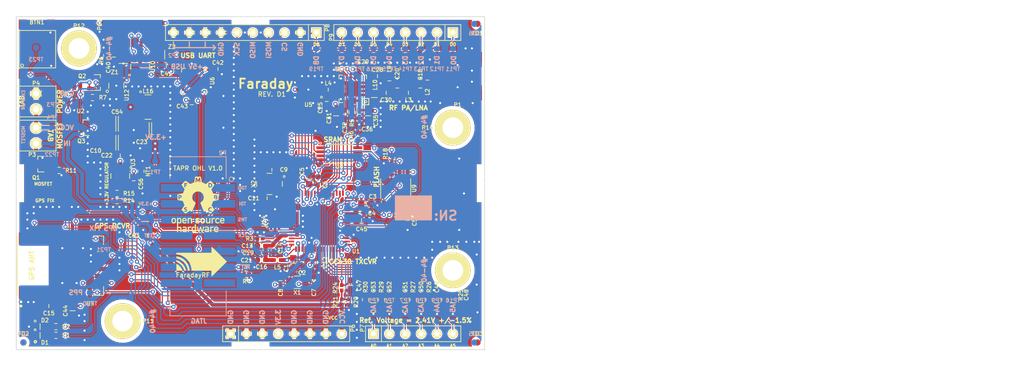
<source format=kicad_pcb>
(kicad_pcb (version 3) (host pcbnew "(2013-07-07 BZR 4022)-stable")
  (layers (15 F.Cu signal) (2 InnerA.Cu power hide) (1 InnerB.Cu power hide) (0 B.Cu signal) (18 B.Paste user) (19 F.Paste user) (20 B.SilkS user) (21 F.SilkS user) (22 B.Mask user) (23 F.Mask user) (28 Edge.Cuts user))
  (net 0 "")
  (net 1 +3.3V)
  (net 2 +5V)
  (net 3 /CC430/DIGITAL_IO_0)
  (net 4 /CC430/DIGITAL_IO_1)
  (net 5 /CC430/DIGITAL_IO_2)
  (net 6 /CC430/DIGITAL_IO_3)
  (net 7 /CC430/DIGITAL_IO_4)
  (net 8 /CC430/DIGITAL_IO_5)
  (net 9 /CC430/DIGITAL_IO_6)
  (net 10 /CC430/DIGITAL_IO_7)
  (net 11 /CC430/DIGITAL_IO_8)
  (net 12 /CC430/GPS-PPS)
  (net 13 /CC430/GPS-RX)
  (net 14 /CC430/GPS-TX)
  (net 15 "/CC430/MEM ~CS0~")
  (net 16 "/CC430/MEM ~CS1~")
  (net 17 "/CC430/MEM ~HOLD0~")
  (net 18 "/CC430/MEM ~HOLD1~")
  (net 19 /CC430/MOSFET_CNTL)
  (net 20 /CC430/P1_7)
  (net 21 /CC430/P2_1)
  (net 22 /CC430/P2_2)
  (net 23 /CC430/P2_3)
  (net 24 /CC430/P2_4)
  (net 25 /CC430/P2_6)
  (net 26 /CC430/P2_7)
  (net 27 /CC430/P3_6)
  (net 28 /CC430/P3_7)
  (net 29 /CC430/P5_0)
  (net 30 /CC430/P5_1)
  (net 31 /CC430/RF-PWR)
  (net 32 /CC430/RF_N)
  (net 33 /CC430/RF_P)
  (net 34 /CC430/TCK)
  (net 35 /CC430/TDI)
  (net 36 /CC430/TDO)
  (net 37 /CC430/TEST)
  (net 38 /CC430/TMS)
  (net 39 /CC430/~RST~)
  (net 40 /GPS/HRST)
  (net 41 /GPS/STDBY)
  (net 42 "/Power Supply/3V3_SW")
  (net 43 "/RF Front End/50Z-1")
  (net 44 "/RF Front End/50Z-2")
  (net 45 "/RF Front End/50Z_3")
  (net 46 "/RF Front End/50Z_4")
  (net 47 "/RF Front End/50Z_5")
  (net 48 "/RF Front End/CC1190-CC430-RF")
  (net 49 "/RF Front End/HGM_Select")
  (net 50 "/RF Front End/LNA_Enable")
  (net 51 "/RF Front End/PA_Enable")
  (net 52 "/RF Front End/RF_IN_OUT_Antenna")
  (net 53 "/Shield Connector/AD_0")
  (net 54 "/Shield Connector/AD_1")
  (net 55 "/Shield Connector/AD_2")
  (net 56 "/Shield Connector/AD_3")
  (net 57 "/Shield Connector/AD_4")
  (net 58 "/Shield Connector/AD_5")
  (net 59 "/Shield Connector/CONN_CS")
  (net 60 "/Shield Connector/CONN_MISO/SCL")
  (net 61 "/Shield Connector/CONN_MOSI/SDA")
  (net 62 "/Shield Connector/CONN_SCK")
  (net 63 "/Shield Connector/MOSFET Channel/IN")
  (net 64 "/Shield Connector/VCC-MON")
  (net 65 "/USB to Serial/RXD")
  (net 66 "/USB to Serial/TXD")
  (net 67 DGND)
  (net 68 GNDPWR)
  (net 69 N-0000019)
  (net 70 N-0000020)
  (net 71 N-0000021)
  (net 72 N-0000035)
  (net 73 N-0000040)
  (net 74 N-0000041)
  (net 75 N-0000042)
  (net 76 N-0000043)
  (net 77 N-0000044)
  (net 78 N-0000045)
  (net 79 N-0000048)
  (net 80 N-0000049)
  (net 81 N-0000050)
  (net 82 N-0000053)
  (net 83 N-0000054)
  (net 84 N-0000055)
  (net 85 N-0000057)
  (net 86 N-0000064)
  (net 87 N-0000067)
  (net 88 N-0000070)
  (net 89 N-0000071)
  (net 90 N-0000072)
  (net 91 N-0000074)
  (net 92 N-0000075)
  (net 93 N-0000078)
  (net 94 N-0000079)
  (net 95 N-0000080)
  (net 96 N-0000082)
  (net 97 VCC)
  (module faradayRF (layer F.Cu) (at 175.9458 138.7094)
    (fp_text reference G2 hide)
    (fp_text value FARADAYRF hide)
  )
  (module OSHW (layer F.Cu) (at 175.133 129.1336)
    (fp_text reference G1 hide)
    (fp_text value OSHW hide)
  )
  (module CONSMA001-SMD-G (layer F.Cu) (at 216.662 108.585 90)
    (fp_text reference P1 (at -4.6 0 180) (layer F.SilkS) (effects (font (size 0.635 0.635) (thickness 0.127))))
    (fp_text value RF_FEMALE hide)
    (pad 2 smd rect (at 2.66 -2.66 90) (size 2.44 2.44) (layers F.Cu F.Paste F.Mask) (net 67 DGND))
    (pad 2 smd rect (at 2.66 2.66 90) (size 2.44 2.44) (layers F.Cu F.Paste F.Mask) (net 67 DGND))
    (pad 2 smd rect (at -2.66 2.66 90) (size 2.44 2.44) (layers F.Cu F.Paste F.Mask) (net 67 DGND))
    (pad 1 smd circle (at 0 0 90) (size 2.05 2.05) (layers F.Cu F.Paste F.Mask) (net 52 "/RF Front End/RF_IN_OUT_Antenna"))
    (pad 2 smd rect (at -3.08 0 90) (size 1.6 7.76) (layers F.Cu F.Paste F.Mask) (net 67 DGND))
    (pad 2 smd rect (at 3.08 0 90) (size 1.6 7.76) (layers F.Cu F.Paste F.Mask) (net 67 DGND))
    (pad 2 smd rect (at -2.66 -2.66 90) (size 2.44 2.44) (layers F.Cu F.Paste F.Mask) (net 67 DGND))
  )
  (module MTH-4-40-Tight (layer F.Cu) (at 215.9 116.84)
    (fp_text reference P14 (at -4.064 0) (layer F.SilkS) (effects (font (size 0.635 0.635) (thickness 0.127))))
    (fp_text value DNP hide)
    (pad 1 thru_hole circle (at 0 0) (size 5.7 5.7) (drill 3.3) (layers *.Cu *.Mask F.SilkS) (net 68 GNDPWR) (clearance 0.635))
  )
  (module MTH-4-40-Tight (layer F.Cu) (at 163.068 147.828)
    (fp_text reference P11 (at 4.064 0) (layer F.SilkS) (effects (font (size 0.635 0.635) (thickness 0.127))))
    (fp_text value DNP hide)
    (pad 1 thru_hole circle (at 0 0) (size 5.7 5.7) (drill 3.3) (layers *.Cu *.Mask F.SilkS) (net 68 GNDPWR) (clearance 0.635))
  )
  (module MTH-4-40-Tight (layer F.Cu) (at 156.083 104.14)
    (fp_text reference P12 (at 0 -3.6) (layer F.SilkS) (effects (font (size 0.635 0.635) (thickness 0.127))))
    (fp_text value DNP hide)
    (pad 1 thru_hole circle (at 0 0) (size 5.7 5.7) (drill 3.3) (layers *.Cu *.Mask F.SilkS) (net 68 GNDPWR) (clearance 0.635))
  )
  (module MTH-4-40-Tight (layer F.Cu) (at 215.9 139.7)
    (fp_text reference P13 (at 0 -3.6) (layer F.SilkS) (effects (font (size 0.635 0.635) (thickness 0.127))))
    (fp_text value DNP hide)
    (pad 1 thru_hole circle (at 0 0) (size 5.7 5.7) (drill 3.3) (layers *.Cu *.Mask F.SilkS) (net 68 GNDPWR) (clearance 0.635))
  )
  (module LPS4018 (layer F.Cu) (at 167.132 113.538)
    (fp_text reference L16 (at 0 -2.54) (layer F.SilkS) (effects (font (size 0.635 0.635) (thickness 0.127))))
    (fp_text value 4.7uH hide)
    (pad 1 smd trapezoid (at -1.92 0 90) (size 3.34 0.56) (rect_delta 0 0.55) (layers F.Cu F.Paste F.Mask) (net 42 "/Power Supply/3V3_SW"))
    (pad 2 smd trapezoid (at 1.92 0 270) (size 3.34 0.56) (rect_delta 0 0.55) (layers F.Cu F.Paste F.Mask) (net 1 +3.3V))
    (pad 1 smd rect (at -1.195 -1.5575) (size 0.89 0.775) (layers F.Cu F.Paste F.Mask) (net 42 "/Power Supply/3V3_SW"))
    (pad 1 smd rect (at -1.195 1.5575) (size 0.89 0.775) (layers F.Cu F.Paste F.Mask) (net 42 "/Power Supply/3V3_SW"))
    (pad 2 smd rect (at 1.195 1.5575) (size 0.89 0.775) (layers F.Cu F.Paste F.Mask) (net 1 +3.3V))
    (pad 2 smd rect (at 1.195 -1.5575) (size 0.89 0.775) (layers F.Cu F.Paste F.Mask) (net 1 +3.3V))
    (pad 1 smd rect (at -1.41 -1.24 315) (size 1.0293 0.83092) (layers F.Cu F.Paste F.Mask) (net 42 "/Power Supply/3V3_SW"))
    (pad 1 smd rect (at -1.765 0) (size 0.87 2.79) (layers F.Cu F.Paste F.Mask) (net 42 "/Power Supply/3V3_SW"))
    (pad 1 smd rect (at -1.41 1.24 45) (size 1.0293 0.83092) (layers F.Cu F.Paste F.Mask) (net 42 "/Power Supply/3V3_SW"))
    (pad 2 smd rect (at 1.41 -1.24 45) (size 1.0293 0.83092) (layers F.Cu F.Paste F.Mask) (net 1 +3.3V))
    (pad 2 smd rect (at 1.41 1.24 315) (size 1.0293 0.83092) (layers F.Cu F.Paste F.Mask) (net 1 +3.3V))
    (pad 2 smd rect (at 1.765 0) (size 0.87 2.79) (layers F.Cu F.Paste F.Mask) (net 1 +3.3V))
  )
  (module LGL29K (layer F.Cu) (at 149.86 150.114)
    (fp_text reference D1 (at 0.762 1.143) (layer F.SilkS) (effects (font (size 0.635 0.635) (thickness 0.127))))
    (fp_text value LED-IPC hide)
    (pad 1 smd rect (at -0.75 0) (size 0.8 0.8) (layers F.Cu F.Mask) (net 67 DGND))
    (pad 2 smd rect (at 0.75 0) (size 0.8 0.8) (layers F.Cu F.Mask) (net 70 N-0000020))
  )
  (module LGL29K (layer F.Cu) (at 149.86 148.717)
    (fp_text reference D2 (at 0.762 -1.016) (layer F.SilkS) (effects (font (size 0.635 0.635) (thickness 0.127))))
    (fp_text value LED-IPC hide)
    (pad 1 smd rect (at -0.75 0) (size 0.8 0.8) (layers F.Cu F.Mask) (net 67 DGND))
    (pad 2 smd rect (at 0.75 0) (size 0.8 0.8) (layers F.Cu F.Mask) (net 71 N-0000021))
  )
  (module L0805 (layer F.Cu) (at 163.195 106.553 270)
    (fp_text reference Z1 (at 1.397 1.397 360) (layer F.SilkS) (effects (font (size 0.635 0.635) (thickness 0.127))))
    (fp_text value MI0805K400R-10 hide)
    (pad 1 smd rect (at -0.95 0 270) (size 0.9 1.2) (layers F.Cu F.Paste F.Mask) (net 92 N-0000075))
    (pad 2 smd rect (at 0.95 0 270) (size 0.9 1.2) (layers F.Cu F.Paste F.Mask) (net 67 DGND))
  )
  (module L0805 (layer F.Cu) (at 169.799 105.156)
    (fp_text reference Z2 (at 1.143 -1.27) (layer F.SilkS) (effects (font (size 0.635 0.635) (thickness 0.127))))
    (fp_text value MI0805K400R-10 hide)
    (pad 1 smd rect (at -0.95 0) (size 0.9 1.2) (layers F.Cu F.Paste F.Mask) (net 91 N-0000074))
    (pad 2 smd rect (at 0.95 0) (size 0.9 1.2) (layers F.Cu F.Paste F.Mask) (net 2 +5V))
  )
  (module SF2049E (layer F.Cu) (at 192.786 110.744 180)
    (fp_text reference U5 (at 0 -2.413 180) (layer F.SilkS) (effects (font (size 0.635 0.635) (thickness 0.127))))
    (fp_text value SF2049E hide)
    (pad 1 smd rect (at -0.75 -1.195 180) (size 1.7 0.81) (layers F.Cu F.Paste F.Mask) (net 67 DGND))
    (pad 2 smd rect (at -1.075 0 180) (size 1.05 0.81) (layers F.Cu F.Paste F.Mask) (net 43 "/RF Front End/50Z-1"))
    (pad 3 smd rect (at -1.075 1.195 180) (size 1.05 0.81) (layers F.Cu F.Paste F.Mask) (net 67 DGND))
    (pad 4 smd rect (at 1.075 1.195 180) (size 1.05 0.81) (layers F.Cu F.Paste F.Mask) (net 67 DGND))
    (pad 5 smd rect (at 1.075 0 180) (size 1.05 0.81) (layers F.Cu F.Paste F.Mask) (net 48 "/RF Front End/CC1190-CC430-RF"))
    (pad 6 smd rect (at 1.075 -1.195 180) (size 1.05 0.81) (layers F.Cu F.Paste F.Mask) (net 67 DGND))
  )
  (module ST3215SB32768H5HPWAA (layer F.Cu) (at 191.008 141.605 180)
    (fp_text reference X1 (at 0 -1.651 180) (layer F.SilkS) (effects (font (size 0.635 0.635) (thickness 0.127))))
    (fp_text value ST3215SB32768H5HPWAA hide)
    (pad 1 smd rect (at -1.3 0 180) (size 1 1.55) (layers F.Cu F.Paste F.Mask) (net 29 /CC430/P5_0))
    (pad 2 smd rect (at 1.3 0 180) (size 1 1.55) (layers F.Cu F.Paste F.Mask) (net 30 /CC430/P5_1))
  )
  (module SC70-6 (layer F.Cu) (at 162.052 110.109 90)
    (fp_text reference U12 (at -1.524 1.651 90) (layer F.SilkS) (effects (font (size 0.635 0.635) (thickness 0.127))))
    (fp_text value MIC94072YC6 hide)
    (pad 1 smd rect (at -0.9 -0.65 90) (size 1 0.47) (layers F.Cu F.Paste F.Mask) (net 81 N-0000050))
    (pad 2 smd rect (at -0.9 0 90) (size 1 0.47) (layers F.Cu F.Paste F.Mask) (net 67 DGND))
    (pad 3 smd rect (at -0.9 0.65 90) (size 1 0.47) (layers F.Cu F.Paste F.Mask) (net 2 +5V))
    (pad 4 smd rect (at 0.9 0.65 90) (size 1 0.47) (layers F.Cu F.Paste F.Mask) (net 2 +5V))
    (pad 5 smd rect (at 0.9 0 90) (size 1 0.47) (layers F.Cu F.Paste F.Mask) (net 67 DGND))
    (pad 6 smd rect (at 0.9 -0.65 90) (size 1 0.47) (layers F.Cu F.Paste F.Mask))
  )
  (module RGV (layer F.Cu) (at 199.898 110.617 180)
    (fp_text reference U4 (at 2.159 3.175 180) (layer F.SilkS) (effects (font (size 0.635 0.635) (thickness 0.127))))
    (fp_text value CC1190 hide)
    (pad 13 smd rect (at 0.975 -1.9 180) (size 0.35 1) (layers F.Cu F.Paste F.Mask) (net 1 +3.3V))
    (pad 14 smd rect (at 0.325 -1.9 180) (size 0.35 1) (layers F.Cu F.Paste F.Mask) (net 83 N-0000054))
    (pad 15 smd rect (at -0.325 -1.9 180) (size 0.35 1) (layers F.Cu F.Paste F.Mask) (net 1 +3.3V))
    (pad 16 smd rect (at -0.975 -1.9 180) (size 0.35 1) (layers F.Cu F.Paste F.Mask) (net 1 +3.3V))
    (pad 5 smd rect (at -0.975 1.9 180) (size 0.35 1) (layers F.Cu F.Paste F.Mask) (net 84 N-0000055))
    (pad 6 smd rect (at -0.325 1.9 180) (size 0.35 1) (layers F.Cu F.Paste F.Mask) (net 49 "/RF Front End/HGM_Select"))
    (pad 7 smd rect (at 0.325 1.9 180) (size 0.35 1) (layers F.Cu F.Paste F.Mask) (net 50 "/RF Front End/LNA_Enable"))
    (pad 8 smd rect (at 0.975 1.9 180) (size 0.35 1) (layers F.Cu F.Paste F.Mask) (net 51 "/RF Front End/PA_Enable"))
    (pad 1 smd rect (at -1.9 -0.975 270) (size 0.35 1) (layers F.Cu F.Paste F.Mask) (net 67 DGND))
    (pad 2 smd rect (at -1.9 -0.325 270) (size 0.35 1) (layers F.Cu F.Paste F.Mask) (net 45 "/RF Front End/50Z_3"))
    (pad 3 smd rect (at -1.9 0.325 270) (size 0.35 1) (layers F.Cu F.Paste F.Mask) (net 67 DGND))
    (pad 4 smd rect (at -1.9 0.975 270) (size 0.35 1) (layers F.Cu F.Paste F.Mask) (net 82 N-0000053))
    (pad 9 smd rect (at 1.9 0.975 270) (size 0.35 1) (layers F.Cu F.Paste F.Mask) (net 67 DGND))
    (pad 10 smd rect (at 1.9 0.325 270) (size 0.35 1) (layers F.Cu F.Paste F.Mask) (net 44 "/RF Front End/50Z-2"))
    (pad 11 smd rect (at 1.9 -0.325 270) (size 0.35 1) (layers F.Cu F.Paste F.Mask) (net 44 "/RF Front End/50Z-2"))
    (pad 12 smd rect (at 1.9 -0.975 270) (size 0.35 1) (layers F.Cu F.Paste F.Mask) (net 67 DGND))
    (pad 17 smd rect (at 0 0 180) (size 2.16 2.16) (layers F.Cu F.Mask) (net 67 DGND))
  )
  (module TSSOP8 (layer F.Cu) (at 197.739 121.031)
    (fp_text reference U8 (at 0 2.032) (layer F.SilkS) (effects (font (size 0.635 0.635) (thickness 0.127))))
    (fp_text value 23K256T-I/ST hide)
    (pad 1 smd rect (at -2.95 -0.975) (size 1.45 0.45) (layers F.Cu F.Paste F.Mask) (net 15 "/CC430/MEM ~CS0~"))
    (pad 2 smd rect (at -2.95 -0.325) (size 1.45 0.45) (layers F.Cu F.Paste F.Mask) (net 60 "/Shield Connector/CONN_MISO/SCL"))
    (pad 3 smd rect (at -2.95 0.325) (size 1.45 0.45) (layers F.Cu F.Paste F.Mask))
    (pad 4 smd rect (at -2.95 0.975) (size 1.45 0.45) (layers F.Cu F.Paste F.Mask) (net 67 DGND))
    (pad 5 smd rect (at 2.95 0.975) (size 1.45 0.45) (layers F.Cu F.Paste F.Mask) (net 61 "/Shield Connector/CONN_MOSI/SDA"))
    (pad 6 smd rect (at 2.95 0.325) (size 1.45 0.45) (layers F.Cu F.Paste F.Mask) (net 62 "/Shield Connector/CONN_SCK"))
    (pad 7 smd rect (at 2.95 -0.325) (size 1.45 0.45) (layers F.Cu F.Paste F.Mask) (net 17 "/CC430/MEM ~HOLD0~"))
    (pad 8 smd rect (at 2.95 -0.975) (size 1.45 0.45) (layers F.Cu F.Paste F.Mask) (net 1 +3.3V))
  )
  (module SOIC8-150MIL (layer F.Cu) (at 206.756 126.619 270)
    (fp_text reference U9 (at -0.05 -2.95 270) (layer F.SilkS) (effects (font (size 0.635 0.635) (thickness 0.127))))
    (fp_text value DNP hide)
    (pad 1 smd rect (at -2.7 -1.905 270) (size 1.55 0.6) (layers F.Cu F.Paste F.Mask) (net 16 "/CC430/MEM ~CS1~"))
    (pad 2 smd rect (at -2.7 -0.635 270) (size 1.55 0.6) (layers F.Cu F.Paste F.Mask) (net 60 "/Shield Connector/CONN_MISO/SCL"))
    (pad 3 smd rect (at -2.7 0.635 270) (size 1.55 0.6) (layers F.Cu F.Paste F.Mask) (net 96 N-0000082))
    (pad 4 smd rect (at -2.7 1.905 270) (size 1.55 0.6) (layers F.Cu F.Paste F.Mask) (net 67 DGND))
    (pad 5 smd rect (at 2.7 1.905 270) (size 1.55 0.6) (layers F.Cu F.Paste F.Mask) (net 61 "/Shield Connector/CONN_MOSI/SDA"))
    (pad 6 smd rect (at 2.7 0.635 270) (size 1.55 0.6) (layers F.Cu F.Paste F.Mask) (net 62 "/Shield Connector/CONN_SCK"))
    (pad 7 smd rect (at 2.7 -0.635 270) (size 1.55 0.6) (layers F.Cu F.Paste F.Mask) (net 18 "/CC430/MEM ~HOLD1~"))
    (pad 8 smd rect (at 2.7 -1.905 270) (size 1.55 0.6) (layers F.Cu F.Paste F.Mask) (net 1 +3.3V))
  )
  (module TSOT23-6 (layer F.Cu) (at 162.687 124.587 270)
    (fp_text reference U3 (at -2.159 -2.032 270) (layer F.SilkS) (effects (font (size 0.635 0.635) (thickness 0.127))))
    (fp_text value TPS562201DDCR hide)
    (pad 1 smd rect (at -1.31 -0.95 270) (size 1.22 0.62) (layers F.Cu F.Paste F.Mask) (net 67 DGND))
    (pad 2 smd rect (at -1.31 0 270) (size 1.22 0.62) (layers F.Cu F.Paste F.Mask) (net 42 "/Power Supply/3V3_SW"))
    (pad 3 smd rect (at -1.31 0.95 270) (size 1.22 0.62) (layers F.Cu F.Paste F.Mask) (net 75 N-0000042))
    (pad 4 smd rect (at 1.31 0.95 270) (size 1.22 0.62) (layers F.Cu F.Paste F.Mask) (net 77 N-0000044))
    (pad 5 smd rect (at 1.31 0 270) (size 1.22 0.62) (layers F.Cu F.Paste F.Mask) (net 75 N-0000042))
    (pad 6 smd rect (at 1.31 -0.95 270) (size 1.22 0.62) (layers F.Cu F.Paste F.Mask) (net 76 N-0000043))
  )
  (module TSOT23-6 (layer F.Cu) (at 165.862 107.061 90)
    (fp_text reference U10 (at 0 2.032 90) (layer F.SilkS) (effects (font (size 0.635 0.635) (thickness 0.127))))
    (fp_text value NUF2101MT1G hide)
    (pad 1 smd rect (at -1.31 -0.95 90) (size 1.22 0.62) (layers F.Cu F.Paste F.Mask) (net 87 N-0000067))
    (pad 2 smd rect (at -1.31 0 90) (size 1.22 0.62) (layers F.Cu F.Paste F.Mask) (net 92 N-0000075))
    (pad 3 smd rect (at -1.31 0.95 90) (size 1.22 0.62) (layers F.Cu F.Paste F.Mask) (net 90 N-0000072))
    (pad 4 smd rect (at 1.31 0.95 90) (size 1.22 0.62) (layers F.Cu F.Paste F.Mask) (net 89 N-0000071))
    (pad 5 smd rect (at 1.31 0 90) (size 1.22 0.62) (layers F.Cu F.Paste F.Mask) (net 91 N-0000074))
    (pad 6 smd rect (at 1.31 -0.95 90) (size 1.22 0.62) (layers F.Cu F.Paste F.Mask) (net 88 N-0000070))
  )
  (module SOT23-NXP (layer F.Cu) (at 150.241 122.682 180)
    (fp_text reference Q1 (at 1.016 -2.159 180) (layer F.SilkS) (effects (font (size 0.635 0.635) (thickness 0.127))))
    (fp_text value IRLML6346TRPBF hide)
    (pad 1 smd rect (at -1 -0.95 180) (size 0.7 0.6) (layers F.Cu F.Paste F.Mask) (net 19 /CC430/MOSFET_CNTL))
    (pad 2 smd rect (at -1 0.95 180) (size 0.7 0.6) (layers F.Cu F.Paste F.Mask) (net 67 DGND))
    (pad 3 smd rect (at 1 0 180) (size 0.7 0.6) (layers F.Cu F.Paste F.Mask) (net 63 "/Shield Connector/MOSFET Channel/IN"))
  )
  (module C0402 (layer F.Cu) (at 195.707 112.649 270)
    (fp_text reference C25 (at 1.016 1.016 270) (layer F.SilkS) (effects (font (size 0.635 0.635) (thickness 0.127))))
    (fp_text value 0.8pF hide)
    (pad 1 smd rect (at -0.65 0 270) (size 0.8 0.6) (layers F.Cu F.Paste F.Mask) (net 43 "/RF Front End/50Z-1"))
    (pad 2 smd rect (at 0.64 0 270) (size 0.8 0.6) (layers F.Cu F.Paste F.Mask) (net 67 DGND))
  )
  (module C0402 (layer F.Cu) (at 210.693 110.49 90)
    (fp_text reference C18 (at 2.159 0 90) (layer F.SilkS) (effects (font (size 0.635 0.635) (thickness 0.127))))
    (fp_text value 7.5pF hide)
    (pad 1 smd rect (at -0.65 0 90) (size 0.8 0.6) (layers F.Cu F.Paste F.Mask) (net 47 "/RF Front End/50Z_5"))
    (pad 2 smd rect (at 0.64 0 90) (size 0.8 0.6) (layers F.Cu F.Paste F.Mask) (net 67 DGND))
  )
  (module C0402 (layer F.Cu) (at 207.01 110.49 90)
    (fp_text reference C20 (at 2.286 0 90) (layer F.SilkS) (effects (font (size 0.635 0.635) (thickness 0.127))))
    (fp_text value 3.3pF hide)
    (pad 1 smd rect (at -0.65 0 90) (size 0.8 0.6) (layers F.Cu F.Paste F.Mask) (net 46 "/RF Front End/50Z_4"))
    (pad 2 smd rect (at 0.64 0 90) (size 0.8 0.6) (layers F.Cu F.Paste F.Mask) (net 67 DGND))
  )
  (module L0402 (layer F.Cu) (at 195.961 110.744 180)
    (fp_text reference L4 (at 0 1.016 180) (layer F.SilkS) (effects (font (size 0.635 0.635) (thickness 0.127))))
    (fp_text value 10nH hide)
    (pad 1 smd rect (at -0.65 0 180) (size 0.8 0.6) (layers F.Cu F.Paste F.Mask) (net 44 "/RF Front End/50Z-2"))
    (pad 2 smd rect (at 0.64 0 180) (size 0.8 0.6) (layers F.Cu F.Paste F.Mask) (net 43 "/RF Front End/50Z-1"))
  )
  (module L0402 (layer F.Cu) (at 211.836 109.22 270)
    (fp_text reference L2 (at 1.905 0 270) (layer F.SilkS) (effects (font (size 0.635 0.635) (thickness 0.127))))
    (fp_text value 9.1nH hide)
    (pad 1 smd rect (at -0.65 0 270) (size 0.8 0.6) (layers F.Cu F.Paste F.Mask) (net 52 "/RF Front End/RF_IN_OUT_Antenna"))
    (pad 2 smd rect (at 0.64 0 270) (size 0.8 0.6) (layers F.Cu F.Paste F.Mask) (net 47 "/RF Front End/50Z_5"))
  )
  (module L0402 (layer F.Cu) (at 208.788 111.252 180)
    (fp_text reference L3 (at 0 -1.143 180) (layer F.SilkS) (effects (font (size 0.635 0.635) (thickness 0.127))))
    (fp_text value 2.9nH hide)
    (pad 1 smd rect (at -0.65 0 180) (size 0.8 0.6) (layers F.Cu F.Paste F.Mask) (net 47 "/RF Front End/50Z_5"))
    (pad 2 smd rect (at 0.64 0 180) (size 0.8 0.6) (layers F.Cu F.Paste F.Mask) (net 46 "/RF Front End/50Z_4"))
  )
  (module TEST-POINT-42MIL (layer B.Cu) (at 205.74 104.14)
    (fp_text reference TP15 (at 0 3.302) (layer B.SilkS) (effects (font (size 0.635 0.635) (thickness 0.127)) (justify mirror)))
    (fp_text value TEST-POINT hide)
    (pad 1 smd circle (at 0 0) (size 1.0668 1.0668) (layers B.Cu B.Mask) (net 7 /CC430/DIGITAL_IO_4))
  )
  (module TEST-POINT-42MIL (layer B.Cu) (at 210.82 104.14)
    (fp_text reference TP13 (at 0 3.302) (layer B.SilkS) (effects (font (size 0.635 0.635) (thickness 0.127)) (justify mirror)))
    (fp_text value TEST-POINT hide)
    (pad 1 smd circle (at 0 0) (size 1.0668 1.0668) (layers B.Cu B.Mask) (net 5 /CC430/DIGITAL_IO_2))
  )
  (module TEST-POINT-42MIL (layer B.Cu) (at 213.36 104.14)
    (fp_text reference TP12 (at 0 3.302) (layer B.SilkS) (effects (font (size 0.635 0.635) (thickness 0.127)) (justify mirror)))
    (fp_text value TEST-POINT hide)
    (pad 1 smd circle (at 0 0) (size 1.0668 1.0668) (layers B.Cu B.Mask) (net 4 /CC430/DIGITAL_IO_1))
  )
  (module TEST-POINT-42MIL (layer B.Cu) (at 173.355 105.283)
    (fp_text reference TP2 (at -2.159 0) (layer B.SilkS) (effects (font (size 0.635 0.635) (thickness 0.127)) (justify mirror)))
    (fp_text value TEST-POINT hide)
    (pad 1 smd circle (at 0 0) (size 1.0668 1.0668) (layers B.Cu B.Mask) (net 2 +5V))
  )
  (module TEST-POINT-42MIL (layer B.Cu) (at 215.9 104.14)
    (fp_text reference TP11 (at 0 3.302) (layer B.SilkS) (effects (font (size 0.635 0.635) (thickness 0.127)) (justify mirror)))
    (fp_text value TEST-POINT hide)
    (pad 1 smd circle (at 0 0) (size 1.0668 1.0668) (layers B.Cu B.Mask) (net 3 /CC430/DIGITAL_IO_0))
  )
  (module TEST-POINT-42MIL (layer B.Cu) (at 215.9 147.828)
    (fp_text reference TP10 (at 0 -3.302) (layer B.SilkS) (effects (font (size 0.635 0.635) (thickness 0.127)) (justify mirror)))
    (fp_text value TEST-POINT hide)
    (pad 1 smd circle (at 0 0) (size 1.0668 1.0668) (layers B.Cu B.Mask) (net 58 "/Shield Connector/AD_5"))
  )
  (module TEST-POINT-42MIL (layer B.Cu) (at 213.36 147.828)
    (fp_text reference TP9 (at 0 -3.302) (layer B.SilkS) (effects (font (size 0.635 0.635) (thickness 0.127)) (justify mirror)))
    (fp_text value TEST-POINT hide)
    (pad 1 smd circle (at 0 0) (size 1.0668 1.0668) (layers B.Cu B.Mask) (net 57 "/Shield Connector/AD_4"))
  )
  (module TEST-POINT-42MIL (layer B.Cu) (at 210.82 147.828)
    (fp_text reference TP8 (at 0 -3.302) (layer B.SilkS) (effects (font (size 0.635 0.635) (thickness 0.127)) (justify mirror)))
    (fp_text value TEST-POINT hide)
    (pad 1 smd circle (at 0 0) (size 1.0668 1.0668) (layers B.Cu B.Mask) (net 56 "/Shield Connector/AD_3"))
  )
  (module TEST-POINT-42MIL (layer B.Cu) (at 208.28 147.828)
    (fp_text reference TP7 (at 0 -3.302) (layer B.SilkS) (effects (font (size 0.635 0.635) (thickness 0.127)) (justify mirror)))
    (fp_text value TEST-POINT hide)
    (pad 1 smd circle (at 0 0) (size 1.0668 1.0668) (layers B.Cu B.Mask) (net 55 "/Shield Connector/AD_2"))
  )
  (module TEST-POINT-42MIL (layer B.Cu) (at 205.74 147.828)
    (fp_text reference TP6 (at 0 -3.302) (layer B.SilkS) (effects (font (size 0.635 0.635) (thickness 0.127)) (justify mirror)))
    (fp_text value TEST-POINT hide)
    (pad 1 smd circle (at 0 0) (size 1.0668 1.0668) (layers B.Cu B.Mask) (net 54 "/Shield Connector/AD_1"))
  )
  (module TEST-POINT-42MIL (layer B.Cu) (at 203.2 147.828)
    (fp_text reference TP5 (at 0 -3.302) (layer B.SilkS) (effects (font (size 0.635 0.635) (thickness 0.127)) (justify mirror)))
    (fp_text value TEST-POINT hide)
    (pad 1 smd circle (at 0 0) (size 1.0668 1.0668) (layers B.Cu B.Mask) (net 53 "/Shield Connector/AD_0"))
  )
  (module TEST-POINT-42MIL (layer B.Cu) (at 168.275 122.174)
    (fp_text reference TP1 (at 0 1.778) (layer B.SilkS) (effects (font (size 0.635 0.635) (thickness 0.127)) (justify mirror)))
    (fp_text value TEST-POINT hide)
    (pad 1 smd circle (at 0 0) (size 1.0668 1.0668) (layers B.Cu B.Mask) (net 1 +3.3V))
  )
  (module TEST-POINT-42MIL (layer B.Cu) (at 151.765 116.84)
    (fp_text reference TP4 (at 0 -1.651) (layer B.SilkS) (effects (font (size 0.635 0.635) (thickness 0.127)) (justify mirror)))
    (fp_text value TEST-POINT hide)
    (pad 1 smd circle (at 0 0) (size 1.0668 1.0668) (layers B.Cu B.Mask) (net 97 VCC))
  )
  (module TEST-POINT-42MIL (layer B.Cu) (at 203.2 104.14)
    (fp_text reference TP16 (at 0 3.302) (layer B.SilkS) (effects (font (size 0.635 0.635) (thickness 0.127)) (justify mirror)))
    (fp_text value TEST-POINT hide)
    (pad 1 smd circle (at 0 0) (size 1.0668 1.0668) (layers B.Cu B.Mask) (net 8 /CC430/DIGITAL_IO_5))
  )
  (module TEST-POINT-42MIL (layer B.Cu) (at 208.28 104.14)
    (fp_text reference TP14 (at 0 3.302) (layer B.SilkS) (effects (font (size 0.635 0.635) (thickness 0.127)) (justify mirror)))
    (fp_text value TEST-POINT hide)
    (pad 1 smd circle (at 0 0) (size 1.0668 1.0668) (layers B.Cu B.Mask) (net 6 /CC430/DIGITAL_IO_3))
  )
  (module TEST-POINT-42MIL (layer B.Cu) (at 200.66 104.14)
    (fp_text reference TP17 (at 0 3.302) (layer B.SilkS) (effects (font (size 0.635 0.635) (thickness 0.127)) (justify mirror)))
    (fp_text value TEST-POINT hide)
    (pad 1 smd circle (at 0 0) (size 1.0668 1.0668) (layers B.Cu B.Mask) (net 9 /CC430/DIGITAL_IO_6))
  )
  (module TEST-POINT-42MIL (layer B.Cu) (at 160.02 134.62)
    (fp_text reference TP21 (at 0 1.778) (layer B.SilkS) (effects (font (size 0.635 0.635) (thickness 0.127)) (justify mirror)))
    (fp_text value TEST-POINT hide)
    (pad 1 smd circle (at 0 0) (size 1.0668 1.0668) (layers B.Cu B.Mask) (net 93 N-0000078))
  )
  (module TEST-POINT-42MIL (layer B.Cu) (at 157.861 143.256)
    (fp_text reference TP20 (at 0 1.778) (layer B.SilkS) (effects (font (size 0.635 0.635) (thickness 0.127)) (justify mirror)))
    (fp_text value TEST-POINT hide)
    (pad 1 smd circle (at 0 0) (size 1.0668 1.0668) (layers B.Cu B.Mask) (net 12 /CC430/GPS-PPS))
  )
  (module TEST-POINT-42MIL (layer B.Cu) (at 194.056 104.14)
    (fp_text reference TP19 (at 0 3.302) (layer B.SilkS) (effects (font (size 0.635 0.635) (thickness 0.127)) (justify mirror)))
    (fp_text value TEST-POINT hide)
    (pad 1 smd circle (at 0 0) (size 1.0668 1.0668) (layers B.Cu B.Mask) (net 11 /CC430/DIGITAL_IO_8))
  )
  (module TEST-POINT-42MIL (layer B.Cu) (at 198.12 104.14)
    (fp_text reference TP18 (at 0 3.302) (layer B.SilkS) (effects (font (size 0.635 0.635) (thickness 0.127)) (justify mirror)))
    (fp_text value TEST-POINT hide)
    (pad 1 smd circle (at 0 0) (size 1.0668 1.0668) (layers B.Cu B.Mask) (net 10 /CC430/DIGITAL_IO_7))
  )
  (module TEST-POINT-42MIL (layer B.Cu) (at 151.765 119.38)
    (fp_text reference TP22 (at 0 1.778) (layer B.SilkS) (effects (font (size 0.635 0.635) (thickness 0.127)) (justify mirror)))
    (fp_text value TEST-POINT hide)
    (pad 1 smd circle (at 0 0) (size 1.0668 1.0668) (layers B.Cu B.Mask) (net 63 "/Shield Connector/MOSFET Channel/IN"))
  )
  (module TEST-POINT-42MIL (layer B.Cu) (at 149.225 104.013)
    (fp_text reference TP23 (at 0 1.905) (layer B.SilkS) (effects (font (size 0.635 0.635) (thickness 0.127)) (justify mirror)))
    (fp_text value TEST-POINT hide)
    (pad 1 smd circle (at 0 0) (size 1.0668 1.0668) (layers B.Cu B.Mask) (net 20 /CC430/P1_7))
  )
  (module TEST-POINT-42MIL (layer B.Cu) (at 151.765 111.379)
    (fp_text reference TP3 (at 0 1.778) (layer B.SilkS) (effects (font (size 0.635 0.635) (thickness 0.127)) (justify mirror)))
    (fp_text value TEST-POINT hide)
    (pad 1 smd circle (at 0 0) (size 1.0668 1.0668) (layers B.Cu B.Mask) (net 67 DGND))
  )
  (module R0402 (layer F.Cu) (at 152.908 123.698)
    (fp_text reference R11 (at 1.905 0) (layer F.SilkS) (effects (font (size 0.635 0.635) (thickness 0.127))))
    (fp_text value 10K hide)
    (pad 1 smd rect (at -0.425 0) (size 0.6 0.55) (layers F.Cu F.Paste F.Mask) (net 19 /CC430/MOSFET_CNTL))
    (pad 2 smd rect (at 0.425 0) (size 0.6 0.55) (layers F.Cu F.Paste F.Mask) (net 67 DGND))
  )
  (module C0603 (layer F.Cu) (at 201.295 131.826)
    (fp_text reference C45 (at 0 1.27) (layer F.SilkS) (effects (font (size 0.635 0.635) (thickness 0.127))))
    (fp_text value 470nF hide)
    (pad 1 smd rect (at -0.8 0) (size 1 1) (layers F.Cu F.Paste F.Mask) (net 69 N-0000019))
    (pad 2 smd rect (at 0.8 0) (size 1 1) (layers F.Cu F.Paste F.Mask) (net 67 DGND))
  )
  (module 0915BM15A0001E (layer F.Cu) (at 187.452 131.826 90)
    (fp_text reference U14 (at 0 -1.8 90) (layer F.SilkS) (effects (font (size 0.635 0.635) (thickness 0.127))))
    (fp_text value 0915BM15A0001E hide)
    (pad 1 smd rect (at -0.9 -0.65 180) (size 0.35 1) (layers F.Cu F.Paste F.Mask) (net 48 "/RF Front End/CC1190-CC430-RF"))
    (pad 2 smd rect (at -0.9 0 180) (size 0.35 1) (layers F.Cu F.Paste F.Mask) (net 67 DGND))
    (pad 3 smd rect (at -0.9 0.65 180) (size 0.35 1) (layers F.Cu F.Paste F.Mask) (net 32 /CC430/RF_N))
    (pad 4 smd rect (at 0.9 0.65 180) (size 0.35 1) (layers F.Cu F.Paste F.Mask) (net 33 /CC430/RF_P))
    (pad 5 smd rect (at 0.9 0 180) (size 0.35 1) (layers F.Cu F.Paste F.Mask) (net 67 DGND))
    (pad 6 smd rect (at 0.9 -0.65 180) (size 0.35 1) (layers F.Cu F.Paste F.Mask) (net 67 DGND))
  )
  (module C0402 (layer F.Cu) (at 162.687 121.285)
    (fp_text reference C22 (at -2.159 0) (layer F.SilkS) (effects (font (size 0.635 0.635) (thickness 0.127))))
    (fp_text value DNP hide)
    (pad 1 smd rect (at -0.65 0) (size 0.8 0.6) (layers F.Cu F.Paste F.Mask) (net 75 N-0000042))
    (pad 2 smd rect (at 0.64 0) (size 0.8 0.6) (layers F.Cu F.Paste F.Mask) (net 67 DGND))
  )
  (module C0402 (layer F.Cu) (at 208.661 131.699 270)
    (fp_text reference C57 (at 0 -1.1 270) (layer F.SilkS) (effects (font (size 0.635 0.635) (thickness 0.127))))
    (fp_text value DNP hide)
    (pad 1 smd rect (at -0.65 0 270) (size 0.8 0.6) (layers F.Cu F.Paste F.Mask) (net 1 +3.3V))
    (pad 2 smd rect (at 0.64 0 270) (size 0.8 0.6) (layers F.Cu F.Paste F.Mask) (net 67 DGND))
  )
  (module C1210 (layer F.Cu) (at 162.179 116.205)
    (fp_text reference C54 (at 0 -1.905) (layer F.SilkS) (effects (font (size 0.635 0.635) (thickness 0.127))))
    (fp_text value 10uF hide)
    (pad 1 smd rect (at -1.4 0) (size 1.5 2.4) (layers F.Cu F.Paste F.Mask) (net 75 N-0000042))
    (pad 2 smd rect (at 1.4 0) (size 1.5 2.4) (layers F.Cu F.Paste F.Mask) (net 67 DGND))
  )
  (module C0603 (layer F.Cu) (at 210.82 144.907 270)
    (fp_text reference C50 (at -2.54 0 270) (layer F.SilkS) (effects (font (size 0.635 0.635) (thickness 0.127))))
    (fp_text value 1uF hide)
    (pad 1 smd rect (at -0.8 0 270) (size 1 1) (layers F.Cu F.Paste F.Mask) (net 24 /CC430/P2_4))
    (pad 2 smd rect (at 0.8 0 270) (size 1 1) (layers F.Cu F.Paste F.Mask) (net 67 DGND))
  )
  (module C0603 (layer F.Cu) (at 215.9 144.907 270)
    (fp_text reference C48 (at -1.27 -2.159 270) (layer F.SilkS) (effects (font (size 0.635 0.635) (thickness 0.127))))
    (fp_text value 1uF hide)
    (pad 1 smd rect (at -0.8 0 270) (size 1 1) (layers F.Cu F.Paste F.Mask) (net 22 /CC430/P2_2))
    (pad 2 smd rect (at 0.8 0 270) (size 1 1) (layers F.Cu F.Paste F.Mask) (net 67 DGND))
  )
  (module C0603 (layer F.Cu) (at 208.28 144.907 270)
    (fp_text reference C51 (at -2.54 0 270) (layer F.SilkS) (effects (font (size 0.635 0.635) (thickness 0.127))))
    (fp_text value DNP hide)
    (pad 1 smd rect (at -0.8 0 270) (size 1 1) (layers F.Cu F.Paste F.Mask) (net 55 "/Shield Connector/AD_2"))
    (pad 2 smd rect (at 0.8 0 270) (size 1 1) (layers F.Cu F.Paste F.Mask) (net 67 DGND))
  )
  (module C0603 (layer F.Cu) (at 205.74 144.907 270)
    (fp_text reference C52 (at -2.54 0 270) (layer F.SilkS) (effects (font (size 0.635 0.635) (thickness 0.127))))
    (fp_text value 1uF hide)
    (pad 1 smd rect (at -0.8 0 270) (size 1 1) (layers F.Cu F.Paste F.Mask) (net 25 /CC430/P2_6))
    (pad 2 smd rect (at 0.8 0 270) (size 1 1) (layers F.Cu F.Paste F.Mask) (net 67 DGND))
  )
  (module C0603 (layer F.Cu) (at 203.2 144.907 270)
    (fp_text reference C53 (at -2.54 0 270) (layer F.SilkS) (effects (font (size 0.635 0.635) (thickness 0.127))))
    (fp_text value 1uF hide)
    (pad 1 smd rect (at -0.8 0 270) (size 1 1) (layers F.Cu F.Paste F.Mask) (net 26 /CC430/P2_7))
    (pad 2 smd rect (at 0.8 0 270) (size 1 1) (layers F.Cu F.Paste F.Mask) (net 67 DGND))
  )
  (module C0603 (layer F.Cu) (at 199.517 142.113 270)
    (fp_text reference C47 (at 0 -1.397 270) (layer F.SilkS) (effects (font (size 0.635 0.635) (thickness 0.127))))
    (fp_text value 1uF hide)
    (pad 1 smd rect (at -0.8 0 270) (size 1 1) (layers F.Cu F.Paste F.Mask) (net 21 /CC430/P2_1))
    (pad 2 smd rect (at 0.8 0 270) (size 1 1) (layers F.Cu F.Paste F.Mask) (net 67 DGND))
  )
  (module C0603 (layer F.Cu) (at 213.36 144.907 270)
    (fp_text reference C49 (at -2.54 0 270) (layer F.SilkS) (effects (font (size 0.635 0.635) (thickness 0.127))))
    (fp_text value 1uF hide)
    (pad 1 smd rect (at -0.8 0 270) (size 1 1) (layers F.Cu F.Paste F.Mask) (net 23 /CC430/P2_3))
    (pad 2 smd rect (at 0.8 0 270) (size 1 1) (layers F.Cu F.Paste F.Mask) (net 67 DGND))
  )
  (module C0603 (layer F.Cu) (at 197.231 114.935 90)
    (fp_text reference C31 (at -0.381 -1.143 90) (layer F.SilkS) (effects (font (size 0.635 0.635) (thickness 0.127))))
    (fp_text value 1uF hide)
    (pad 1 smd rect (at -0.8 0 90) (size 1 1) (layers F.Cu F.Paste F.Mask) (net 67 DGND))
    (pad 2 smd rect (at 0.8 0 90) (size 1 1) (layers F.Cu F.Paste F.Mask) (net 1 +3.3V))
  )
  (module C0603 (layer F.Cu) (at 202.311 114.935 90)
    (fp_text reference C35 (at -0.762 1.27 90) (layer F.SilkS) (effects (font (size 0.635 0.635) (thickness 0.127))))
    (fp_text value 1uF hide)
    (pad 1 smd rect (at -0.8 0 90) (size 1 1) (layers F.Cu F.Paste F.Mask) (net 67 DGND))
    (pad 2 smd rect (at 0.8 0 90) (size 1 1) (layers F.Cu F.Paste F.Mask) (net 1 +3.3V))
  )
  (module C0603 (layer F.Cu) (at 190.373 138.557 270)
    (fp_text reference C1 (at 0.762 1.143 270) (layer F.SilkS) (effects (font (size 0.635 0.635) (thickness 0.127))))
    (fp_text value 1uF hide)
    (pad 1 smd rect (at -0.8 0 270) (size 1 1) (layers F.Cu F.Paste F.Mask) (net 1 +3.3V))
    (pad 2 smd rect (at 0.8 0 270) (size 1 1) (layers F.Cu F.Paste F.Mask) (net 67 DGND))
  )
  (module C0603 (layer F.Cu) (at 202.057 129.032)
    (fp_text reference C3 (at 1.016 -1.143) (layer F.SilkS) (effects (font (size 0.635 0.635) (thickness 0.127))))
    (fp_text value 1uF hide)
    (pad 1 smd rect (at -0.8 0) (size 1 1) (layers F.Cu F.Paste F.Mask) (net 1 +3.3V))
    (pad 2 smd rect (at 0.8 0) (size 1 1) (layers F.Cu F.Paste F.Mask) (net 67 DGND))
  )
  (module C0603 (layer F.Cu) (at 192.913 125.095 90)
    (fp_text reference C5 (at 1.27 -1.143 90) (layer F.SilkS) (effects (font (size 0.635 0.635) (thickness 0.127))))
    (fp_text value 1uF hide)
    (pad 1 smd rect (at -0.8 0 90) (size 1 1) (layers F.Cu F.Paste F.Mask) (net 1 +3.3V))
    (pad 2 smd rect (at 0.8 0 90) (size 1 1) (layers F.Cu F.Paste F.Mask) (net 67 DGND))
  )
  (module C0603 (layer F.Cu) (at 170.053 106.807 180)
    (fp_text reference C41 (at 0 -1.397 180) (layer F.SilkS) (effects (font (size 0.635 0.635) (thickness 0.127))))
    (fp_text value 1uF hide)
    (pad 1 smd rect (at -0.8 0 180) (size 1 1) (layers F.Cu F.Paste F.Mask) (net 2 +5V))
    (pad 2 smd rect (at 0.8 0 180) (size 1 1) (layers F.Cu F.Paste F.Mask) (net 67 DGND))
  )
  (module C0603 (layer F.Cu) (at 155.067 146.177 270)
    (fp_text reference C44 (at 0 1.143 270) (layer F.SilkS) (effects (font (size 0.635 0.635) (thickness 0.127))))
    (fp_text value 1uF hide)
    (pad 1 smd rect (at -0.8 0 270) (size 1 1) (layers F.Cu F.Paste F.Mask) (net 1 +3.3V))
    (pad 2 smd rect (at 0.8 0 270) (size 1 1) (layers F.Cu F.Paste F.Mask) (net 67 DGND))
  )
  (module BREAKAWAY-MIDDLE (layer F.Cu) (at 183.515 152.146)
    (fp_text reference HDWR1 hide)
    (fp_text value MOUSEBITE hide)
    (pad "" np_thru_hole circle (at -1 0) (size 0.5 0.5) (drill 0.5) (layers *.Cu *.Mask F.SilkS))
    (pad "" np_thru_hole circle (at -2 0) (size 0.5 0.5) (drill 0.5) (layers *.Cu *.Mask F.SilkS))
    (pad "" np_thru_hole circle (at 0 0) (size 0.5 0.5) (drill 0.5) (layers *.Cu *.Mask F.SilkS))
    (pad "" np_thru_hole circle (at 1 0) (size 0.5 0.5) (drill 0.5) (layers *.Cu *.Mask F.SilkS))
    (pad "" np_thru_hole circle (at 2 0) (size 0.5 0.5) (drill 0.5) (layers *.Cu *.Mask F.SilkS))
  )
  (module BREAKAWAY-MIDDLE (layer F.Cu) (at 183.515 99.314 180)
    (fp_text reference HDWR4 hide)
    (fp_text value MOUSEBITE hide)
    (pad "" np_thru_hole circle (at -1 0 180) (size 0.5 0.5) (drill 0.5) (layers *.Cu *.Mask F.SilkS))
    (pad "" np_thru_hole circle (at -2 0 180) (size 0.5 0.5) (drill 0.5) (layers *.Cu *.Mask F.SilkS))
    (pad "" np_thru_hole circle (at 0 0 180) (size 0.5 0.5) (drill 0.5) (layers *.Cu *.Mask F.SilkS))
    (pad "" np_thru_hole circle (at 1 0 180) (size 0.5 0.5) (drill 0.5) (layers *.Cu *.Mask F.SilkS))
    (pad "" np_thru_hole circle (at 2 0 180) (size 0.5 0.5) (drill 0.5) (layers *.Cu *.Mask F.SilkS))
  )
  (module BREAKAWAY-MIDDLE (layer F.Cu) (at 146.304 125.73 270)
    (fp_text reference HDWR5 hide)
    (fp_text value MOUSEBITE hide)
    (pad "" np_thru_hole circle (at -1 0 270) (size 0.5 0.5) (drill 0.5) (layers *.Cu *.Mask F.SilkS))
    (pad "" np_thru_hole circle (at -2 0 270) (size 0.5 0.5) (drill 0.5) (layers *.Cu *.Mask F.SilkS))
    (pad "" np_thru_hole circle (at 0 0 270) (size 0.5 0.5) (drill 0.5) (layers *.Cu *.Mask F.SilkS))
    (pad "" np_thru_hole circle (at 1 0 270) (size 0.5 0.5) (drill 0.5) (layers *.Cu *.Mask F.SilkS))
    (pad "" np_thru_hole circle (at 2 0 270) (size 0.5 0.5) (drill 0.5) (layers *.Cu *.Mask F.SilkS))
  )
  (module BREAKAWAY-MIDDLE (layer F.Cu) (at 220.726 125.73 90)
    (fp_text reference HDWR6 hide)
    (fp_text value MOUSEBITE hide)
    (pad "" np_thru_hole circle (at -1 0 90) (size 0.5 0.5) (drill 0.5) (layers *.Cu *.Mask F.SilkS))
    (pad "" np_thru_hole circle (at -2 0 90) (size 0.5 0.5) (drill 0.5) (layers *.Cu *.Mask F.SilkS))
    (pad "" np_thru_hole circle (at 0 0 90) (size 0.5 0.5) (drill 0.5) (layers *.Cu *.Mask F.SilkS))
    (pad "" np_thru_hole circle (at 1 0 90) (size 0.5 0.5) (drill 0.5) (layers *.Cu *.Mask F.SilkS))
    (pad "" np_thru_hole circle (at 2 0 90) (size 0.5 0.5) (drill 0.5) (layers *.Cu *.Mask F.SilkS))
  )
  (module PTS645-SMD (layer F.Cu) (at 149.352 104.267 90)
    (fp_text reference BTN1 (at 4.318 0 180) (layer F.SilkS) (effects (font (size 0.635 0.635) (thickness 0.127))))
    (fp_text value DNP hide)
    (pad 1 smd rect (at -3.975 -2.25 90) (size 1.55 1.3) (layers F.Cu F.Paste F.Mask) (net 20 /CC430/P1_7))
    (pad 2 smd rect (at 3.975 -2.25 90) (size 1.55 1.3) (layers F.Cu F.Paste F.Mask) (net 20 /CC430/P1_7))
    (pad 3 smd rect (at -3.975 2.25 90) (size 1.55 1.3) (layers F.Cu F.Paste F.Mask) (net 67 DGND))
    (pad 4 smd rect (at 3.975 2.25 90) (size 1.55 1.3) (layers F.Cu F.Paste F.Mask) (net 67 DGND))
  )
  (module C0402 (layer F.Cu) (at 203.835 108.585 180)
    (fp_text reference C28 (at 0 1.016 180) (layer F.SilkS) (effects (font (size 0.635 0.635) (thickness 0.127))))
    (fp_text value 12pF hide)
    (pad 1 smd rect (at -0.65 0 180) (size 0.8 0.6) (layers F.Cu F.Paste F.Mask) (net 85 N-0000057))
    (pad 2 smd rect (at 0.64 0 180) (size 0.8 0.6) (layers F.Cu F.Paste F.Mask) (net 82 N-0000053))
  )
  (module C0402 (layer F.Cu) (at 205.232 111.252 180)
    (fp_text reference C30 (at 0 -1.143 180) (layer F.SilkS) (effects (font (size 0.635 0.635) (thickness 0.127))))
    (fp_text value 47pF hide)
    (pad 1 smd rect (at -0.65 0 180) (size 0.8 0.6) (layers F.Cu F.Paste F.Mask) (net 46 "/RF Front End/50Z_4"))
    (pad 2 smd rect (at 0.64 0 180) (size 0.8 0.6) (layers F.Cu F.Paste F.Mask) (net 45 "/RF Front End/50Z_3"))
  )
  (module C0402 (layer F.Cu) (at 200.66 118.237 90)
    (fp_text reference C46 (at 0 -1.016 90) (layer F.SilkS) (effects (font (size 0.635 0.635) (thickness 0.127))))
    (fp_text value 0.1uF hide)
    (pad 1 smd rect (at -0.65 0 90) (size 0.8 0.6) (layers F.Cu F.Paste F.Mask) (net 1 +3.3V))
    (pad 2 smd rect (at 0.64 0 90) (size 0.8 0.6) (layers F.Cu F.Paste F.Mask) (net 67 DGND))
  )
  (module C0402 (layer F.Cu) (at 167.005 134.112 180)
    (fp_text reference C63 (at 2.159 0 180) (layer F.SilkS) (effects (font (size 0.635 0.635) (thickness 0.127))))
    (fp_text value 12pF hide)
    (pad 1 smd rect (at -0.65 0 180) (size 0.8 0.6) (layers F.Cu F.Paste F.Mask) (net 37 /CC430/TEST))
    (pad 2 smd rect (at 0.64 0 180) (size 0.8 0.6) (layers F.Cu F.Paste F.Mask) (net 67 DGND))
  )
  (module C0402 (layer F.Cu) (at 164.846 125.349 90)
    (fp_text reference C56 (at -0.508 1.143 90) (layer F.SilkS) (effects (font (size 0.635 0.635) (thickness 0.127))))
    (fp_text value 0.1uF hide)
    (pad 1 smd rect (at -0.65 0 90) (size 0.8 0.6) (layers F.Cu F.Paste F.Mask) (net 76 N-0000043))
    (pad 2 smd rect (at 0.64 0 90) (size 0.8 0.6) (layers F.Cu F.Paste F.Mask) (net 42 "/Power Supply/3V3_SW"))
  )
  (module C0402 (layer F.Cu) (at 198.628 114.681 90)
    (fp_text reference C32 (at -2.159 0 90) (layer F.SilkS) (effects (font (size 0.635 0.635) (thickness 0.127))))
    (fp_text value 0.1uF hide)
    (pad 1 smd rect (at -0.65 0 90) (size 0.8 0.6) (layers F.Cu F.Paste F.Mask) (net 67 DGND))
    (pad 2 smd rect (at 0.64 0 90) (size 0.8 0.6) (layers F.Cu F.Paste F.Mask) (net 1 +3.3V))
  )
  (module C0402 (layer F.Cu) (at 182.88 139.192)
    (fp_text reference C21 (at 0 -1.1) (layer F.SilkS) (effects (font (size 0.635 0.635) (thickness 0.127))))
    (fp_text value 2.2nF hide)
    (pad 1 smd rect (at -0.65 0) (size 0.8 0.6) (layers F.Cu F.Paste F.Mask) (net 39 /CC430/~RST~))
    (pad 2 smd rect (at 0.64 0) (size 0.8 0.6) (layers F.Cu F.Paste F.Mask) (net 67 DGND))
  )
  (module C0402 (layer F.Cu) (at 188.341 141.351 90)
    (fp_text reference C8 (at -1.905 0 90) (layer F.SilkS) (effects (font (size 0.635 0.635) (thickness 0.127))))
    (fp_text value DNP hide)
    (pad 1 smd rect (at -0.65 0 90) (size 0.8 0.6) (layers F.Cu F.Paste F.Mask) (net 30 /CC430/P5_1))
    (pad 2 smd rect (at 0.64 0 90) (size 0.8 0.6) (layers F.Cu F.Paste F.Mask) (net 67 DGND))
  )
  (module C0402 (layer F.Cu) (at 193.675 141.351 90)
    (fp_text reference C7 (at -1.905 0 90) (layer F.SilkS) (effects (font (size 0.635 0.635) (thickness 0.127))))
    (fp_text value DNP hide)
    (pad 1 smd rect (at -0.65 0 90) (size 0.8 0.6) (layers F.Cu F.Paste F.Mask) (net 29 /CC430/P5_0))
    (pad 2 smd rect (at 0.64 0 90) (size 0.8 0.6) (layers F.Cu F.Paste F.Mask) (net 67 DGND))
  )
  (module C0402 (layer F.Cu) (at 186.182 128.143)
    (fp_text reference C11 (at -2.159 0) (layer F.SilkS) (effects (font (size 0.635 0.635) (thickness 0.127))))
    (fp_text value 30pF hide)
    (pad 1 smd rect (at -0.65 0) (size 0.8 0.6) (layers F.Cu F.Paste F.Mask) (net 74 N-0000041))
    (pad 2 smd rect (at 0.64 0) (size 0.8 0.6) (layers F.Cu F.Paste F.Mask) (net 67 DGND))
  )
  (module C0402 (layer F.Cu) (at 186.944 123.571 180)
    (fp_text reference C9 (at -1.905 0 180) (layer F.SilkS) (effects (font (size 0.635 0.635) (thickness 0.127))))
    (fp_text value 30pF hide)
    (pad 1 smd rect (at -0.65 0 180) (size 0.8 0.6) (layers F.Cu F.Paste F.Mask) (net 73 N-0000040))
    (pad 2 smd rect (at 0.64 0 180) (size 0.8 0.6) (layers F.Cu F.Paste F.Mask) (net 67 DGND))
  )
  (module C0402 (layer F.Cu) (at 185.293 135.763 180)
    (fp_text reference C13 (at 2.286 0 180) (layer F.SilkS) (effects (font (size 0.635 0.635) (thickness 0.127))))
    (fp_text value 0.1uF hide)
    (pad 1 smd rect (at -0.65 0 180) (size 0.8 0.6) (layers F.Cu F.Paste F.Mask) (net 31 /CC430/RF-PWR))
    (pad 2 smd rect (at 0.64 0 180) (size 0.8 0.6) (layers F.Cu F.Paste F.Mask) (net 67 DGND))
  )
  (module C0402 (layer F.Cu) (at 187.198 136.144 270)
    (fp_text reference C14 (at 0 -1.1 270) (layer F.SilkS) (effects (font (size 0.635 0.635) (thickness 0.127))))
    (fp_text value 12pF hide)
    (pad 1 smd rect (at -0.65 0 270) (size 0.8 0.6) (layers F.Cu F.Paste F.Mask) (net 31 /CC430/RF-PWR))
    (pad 2 smd rect (at 0.64 0 270) (size 0.8 0.6) (layers F.Cu F.Paste F.Mask) (net 67 DGND))
  )
  (module C0402 (layer F.Cu) (at 185.293 136.906 180)
    (fp_text reference C19 (at 2.159 0 180) (layer F.SilkS) (effects (font (size 0.635 0.635) (thickness 0.127))))
    (fp_text value 12pF hide)
    (pad 1 smd rect (at -0.65 0 180) (size 0.8 0.6) (layers F.Cu F.Paste F.Mask) (net 31 /CC430/RF-PWR))
    (pad 2 smd rect (at 0.64 0 180) (size 0.8 0.6) (layers F.Cu F.Paste F.Mask) (net 67 DGND))
  )
  (module C0402 (layer F.Cu) (at 191.77 138.303 270)
    (fp_text reference C2 (at 1.778 0 360) (layer F.SilkS) (effects (font (size 0.635 0.635) (thickness 0.127))))
    (fp_text value 0.1uF hide)
    (pad 1 smd rect (at -0.65 0 270) (size 0.8 0.6) (layers F.Cu F.Paste F.Mask) (net 1 +3.3V))
    (pad 2 smd rect (at 0.64 0 270) (size 0.8 0.6) (layers F.Cu F.Paste F.Mask) (net 67 DGND))
  )
  (module C0402 (layer F.Cu) (at 201.041 130.429)
    (fp_text reference C4 (at 1.905 0.127) (layer F.SilkS) (effects (font (size 0.635 0.635) (thickness 0.127))))
    (fp_text value 0.1uF hide)
    (pad 1 smd rect (at -0.65 0) (size 0.8 0.6) (layers F.Cu F.Paste F.Mask) (net 1 +3.3V))
    (pad 2 smd rect (at 0.64 0) (size 0.8 0.6) (layers F.Cu F.Paste F.Mask) (net 67 DGND))
  )
  (module C0402 (layer F.Cu) (at 194.31 125.349 90)
    (fp_text reference C6 (at -0.635 1.143 90) (layer F.SilkS) (effects (font (size 0.635 0.635) (thickness 0.127))))
    (fp_text value 0.1uF hide)
    (pad 1 smd rect (at -0.65 0 90) (size 0.8 0.6) (layers F.Cu F.Paste F.Mask) (net 1 +3.3V))
    (pad 2 smd rect (at 0.64 0 90) (size 0.8 0.6) (layers F.Cu F.Paste F.Mask) (net 67 DGND))
  )
  (module C0402 (layer F.Cu) (at 185.293 138.049 180)
    (fp_text reference C16 (at 0 -1.1 180) (layer F.SilkS) (effects (font (size 0.635 0.635) (thickness 0.127))))
    (fp_text value 0.1uF hide)
    (pad 1 smd rect (at -0.65 0 180) (size 0.8 0.6) (layers F.Cu F.Paste F.Mask) (net 31 /CC430/RF-PWR))
    (pad 2 smd rect (at 0.64 0 180) (size 0.8 0.6) (layers F.Cu F.Paste F.Mask) (net 67 DGND))
  )
  (module C0402 (layer F.Cu) (at 178.308 107.442)
    (fp_text reference C42 (at 0 -1.016) (layer F.SilkS) (effects (font (size 0.635 0.635) (thickness 0.127))))
    (fp_text value 0.1uF hide)
    (pad 1 smd rect (at -0.65 0) (size 0.8 0.6) (layers F.Cu F.Paste F.Mask) (net 86 N-0000064))
    (pad 2 smd rect (at 0.64 0) (size 0.8 0.6) (layers F.Cu F.Paste F.Mask) (net 67 DGND))
  )
  (module C0402 (layer F.Cu) (at 174.117 113.157 270)
    (fp_text reference C43 (at 0.254 1.524 360) (layer F.SilkS) (effects (font (size 0.635 0.635) (thickness 0.127))))
    (fp_text value 0.1uF hide)
    (pad 1 smd rect (at -0.65 0 270) (size 0.8 0.6) (layers F.Cu F.Paste F.Mask) (net 2 +5V))
    (pad 2 smd rect (at 0.64 0 270) (size 0.8 0.6) (layers F.Cu F.Paste F.Mask) (net 67 DGND))
  )
  (module C0402 (layer F.Cu) (at 200.914 114.681 90)
    (fp_text reference C36 (at -2.413 1.27 180) (layer F.SilkS) (effects (font (size 0.635 0.635) (thickness 0.127))))
    (fp_text value 0.1uF hide)
    (pad 1 smd rect (at -0.65 0 90) (size 0.8 0.6) (layers F.Cu F.Paste F.Mask) (net 67 DGND))
    (pad 2 smd rect (at 0.64 0 90) (size 0.8 0.6) (layers F.Cu F.Paste F.Mask) (net 1 +3.3V))
  )
  (module C0402 (layer F.Cu) (at 161.671 105.537 270)
    (fp_text reference C40 (at 1.651 0.889 270) (layer F.SilkS) (effects (font (size 0.635 0.635) (thickness 0.127))))
    (fp_text value 0.01uF hide)
    (pad 1 smd rect (at -0.65 0 270) (size 0.8 0.6) (layers F.Cu F.Paste F.Mask) (net 68 GNDPWR))
    (pad 2 smd rect (at 0.64 0 270) (size 0.8 0.6) (layers F.Cu F.Paste F.Mask) (net 67 DGND))
  )
  (module C0402 (layer F.Cu) (at 201.549 107.315 180)
    (fp_text reference C29 (at 0 1.016 180) (layer F.SilkS) (effects (font (size 0.635 0.635) (thickness 0.127))))
    (fp_text value 12pF hide)
    (pad 1 smd rect (at -0.65 0 180) (size 0.8 0.6) (layers F.Cu F.Paste F.Mask) (net 82 N-0000053))
    (pad 2 smd rect (at 0.64 0 180) (size 0.8 0.6) (layers F.Cu F.Paste F.Mask) (net 84 N-0000055))
  )
  (module C0402 (layer F.Cu) (at 194.183 138.43 270)
    (fp_text reference C12 (at 0 -1.27 270) (layer F.SilkS) (effects (font (size 0.635 0.635) (thickness 0.127))))
    (fp_text value 0.1uF hide)
    (pad 1 smd rect (at -0.65 0 270) (size 0.8 0.6) (layers F.Cu F.Paste F.Mask) (net 1 +3.3V))
    (pad 2 smd rect (at 0.64 0 270) (size 0.8 0.6) (layers F.Cu F.Paste F.Mask) (net 67 DGND))
  )
  (module R0402 (layer F.Cu) (at 214.63 144.399 90)
    (fp_text reference R25 (at 0.762 2.54 90) (layer F.SilkS) (effects (font (size 0.635 0.635) (thickness 0.127))))
    (fp_text value 10K hide)
    (pad 1 smd rect (at -0.425 0 90) (size 0.6 0.55) (layers F.Cu F.Paste F.Mask) (net 58 "/Shield Connector/AD_5"))
    (pad 2 smd rect (at 0.425 0 90) (size 0.6 0.55) (layers F.Cu F.Paste F.Mask) (net 22 /CC430/P2_2))
  )
  (module R0402 (layer F.Cu) (at 212.09 144.399 90)
    (fp_text reference R26 (at 2.032 0 90) (layer F.SilkS) (effects (font (size 0.635 0.635) (thickness 0.127))))
    (fp_text value 10K hide)
    (pad 1 smd rect (at -0.425 0 90) (size 0.6 0.55) (layers F.Cu F.Paste F.Mask) (net 57 "/Shield Connector/AD_4"))
    (pad 2 smd rect (at 0.425 0 90) (size 0.6 0.55) (layers F.Cu F.Paste F.Mask) (net 23 /CC430/P2_3))
  )
  (module R0402 (layer F.Cu) (at 209.55 144.399 90)
    (fp_text reference R27 (at 2.032 0 90) (layer F.SilkS) (effects (font (size 0.635 0.635) (thickness 0.127))))
    (fp_text value 10K hide)
    (pad 1 smd rect (at -0.425 0 90) (size 0.6 0.55) (layers F.Cu F.Paste F.Mask) (net 56 "/Shield Connector/AD_3"))
    (pad 2 smd rect (at 0.425 0 90) (size 0.6 0.55) (layers F.Cu F.Paste F.Mask) (net 24 /CC430/P2_4))
  )
  (module R0402 (layer F.Cu) (at 204.47 144.399 90)
    (fp_text reference R29 (at 2.032 0 90) (layer F.SilkS) (effects (font (size 0.635 0.635) (thickness 0.127))))
    (fp_text value 10K hide)
    (pad 1 smd rect (at -0.425 0 90) (size 0.6 0.55) (layers F.Cu F.Paste F.Mask) (net 54 "/Shield Connector/AD_1"))
    (pad 2 smd rect (at 0.425 0 90) (size 0.6 0.55) (layers F.Cu F.Paste F.Mask) (net 25 /CC430/P2_6))
  )
  (module R0402 (layer F.Cu) (at 201.93 144.399 90)
    (fp_text reference R30 (at 2.032 0 90) (layer F.SilkS) (effects (font (size 0.635 0.635) (thickness 0.127))))
    (fp_text value 10K hide)
    (pad 1 smd rect (at -0.425 0 90) (size 0.6 0.55) (layers F.Cu F.Paste F.Mask) (net 53 "/Shield Connector/AD_0"))
    (pad 2 smd rect (at 0.425 0 90) (size 0.6 0.55) (layers F.Cu F.Paste F.Mask) (net 26 /CC430/P2_7))
  )
  (module R0402 (layer F.Cu) (at 198.12 144.78 90)
    (fp_text reference R21 (at 0 -1.016 90) (layer F.SilkS) (effects (font (size 0.635 0.635) (thickness 0.127))))
    (fp_text value 33.2K hide)
    (pad 1 smd rect (at -0.425 0 90) (size 0.6 0.55) (layers F.Cu F.Paste F.Mask) (net 97 VCC))
    (pad 2 smd rect (at 0.425 0 90) (size 0.6 0.55) (layers F.Cu F.Paste F.Mask) (net 64 "/Shield Connector/VCC-MON"))
  )
  (module R0402 (layer F.Cu) (at 199.263 144.78 270)
    (fp_text reference R20 (at 0 -1.143 270) (layer F.SilkS) (effects (font (size 0.635 0.635) (thickness 0.127))))
    (fp_text value 3.3K hide)
    (pad 1 smd rect (at -0.425 0 270) (size 0.6 0.55) (layers F.Cu F.Paste F.Mask) (net 64 "/Shield Connector/VCC-MON"))
    (pad 2 smd rect (at 0.425 0 270) (size 0.6 0.55) (layers F.Cu F.Paste F.Mask) (net 67 DGND))
  )
  (module R0402 (layer F.Cu) (at 206.121 121.793 90)
    (fp_text reference R18 (at 0.762 -1.016 90) (layer F.SilkS) (effects (font (size 0.635 0.635) (thickness 0.127))))
    (fp_text value DNP hide)
    (pad 1 smd rect (at -0.425 0 90) (size 0.6 0.55) (layers F.Cu F.Paste F.Mask) (net 96 N-0000082))
    (pad 2 smd rect (at 0.425 0 90) (size 0.6 0.55) (layers F.Cu F.Paste F.Mask) (net 1 +3.3V))
  )
  (module R0402 (layer F.Cu) (at 199.771 114.427 270)
    (fp_text reference R5 (at 1.651 0 270) (layer F.SilkS) (effects (font (size 0.635 0.635) (thickness 0.127))))
    (fp_text value 3.3K hide)
    (pad 1 smd rect (at -0.425 0 270) (size 0.6 0.55) (layers F.Cu F.Paste F.Mask) (net 83 N-0000054))
    (pad 2 smd rect (at 0.425 0 270) (size 0.6 0.55) (layers F.Cu F.Paste F.Mask) (net 67 DGND))
  )
  (module R0402 (layer F.Cu) (at 152.4 150.114 180)
    (fp_text reference R1 (at -1.651 0 180) (layer F.SilkS) (effects (font (size 0.635 0.635) (thickness 0.127))))
    (fp_text value 360 hide)
    (pad 1 smd rect (at -0.425 0 180) (size 0.6 0.55) (layers F.Cu F.Paste F.Mask) (net 27 /CC430/P3_6))
    (pad 2 smd rect (at 0.425 0 180) (size 0.6 0.55) (layers F.Cu F.Paste F.Mask) (net 70 N-0000020))
  )
  (module R0402 (layer F.Cu) (at 160.528 105.283 90)
    (fp_text reference R6 (at -0.762 -0.889 90) (layer F.SilkS) (effects (font (size 0.635 0.635) (thickness 0.127))))
    (fp_text value 1M hide)
    (pad 1 smd rect (at -0.425 0 90) (size 0.6 0.55) (layers F.Cu F.Paste F.Mask) (net 67 DGND))
    (pad 2 smd rect (at 0.425 0 90) (size 0.6 0.55) (layers F.Cu F.Paste F.Mask) (net 68 GNDPWR))
  )
  (module R0402 (layer F.Cu) (at 152.4 148.717 180)
    (fp_text reference R2 (at -1.651 0 180) (layer F.SilkS) (effects (font (size 0.635 0.635) (thickness 0.127))))
    (fp_text value 360 hide)
    (pad 1 smd rect (at -0.425 0 180) (size 0.6 0.55) (layers F.Cu F.Paste F.Mask) (net 28 /CC430/P3_7))
    (pad 2 smd rect (at 0.425 0 180) (size 0.6 0.55) (layers F.Cu F.Paste F.Mask) (net 71 N-0000021))
  )
  (module R0402 (layer F.Cu) (at 182.88 140.335 180)
    (fp_text reference R4 (at 0 -1.143 180) (layer F.SilkS) (effects (font (size 0.635 0.635) (thickness 0.127))))
    (fp_text value 56K hide)
    (pad 1 smd rect (at -0.425 0 180) (size 0.6 0.55) (layers F.Cu F.Paste F.Mask) (net 1 +3.3V))
    (pad 2 smd rect (at 0.425 0 180) (size 0.6 0.55) (layers F.Cu F.Paste F.Mask) (net 39 /CC430/~RST~))
  )
  (module R0402 (layer F.Cu) (at 162.179 127.381)
    (fp_text reference R15 (at 1.905 0) (layer F.SilkS) (effects (font (size 0.635 0.635) (thickness 0.127))))
    (fp_text value 10K hide)
    (pad 1 smd rect (at -0.425 0) (size 0.6 0.55) (layers F.Cu F.Paste F.Mask) (net 77 N-0000044))
    (pad 2 smd rect (at 0.425 0) (size 0.6 0.55) (layers F.Cu F.Paste F.Mask) (net 78 N-0000045))
  )
  (module R0402 (layer F.Cu) (at 185.039 134.62 180)
    (fp_text reference R3 (at 1.651 0 180) (layer F.SilkS) (effects (font (size 0.635 0.635) (thickness 0.127))))
    (fp_text value 56K hide)
    (pad 1 smd rect (at -0.425 0 180) (size 0.6 0.55) (layers F.Cu F.Paste F.Mask) (net 72 N-0000035))
    (pad 2 smd rect (at 0.425 0 180) (size 0.6 0.55) (layers F.Cu F.Paste F.Mask) (net 67 DGND))
  )
  (module R0402 (layer F.Cu) (at 162.179 128.524 180)
    (fp_text reference R14 (at -1.905 0 180) (layer F.SilkS) (effects (font (size 0.635 0.635) (thickness 0.127))))
    (fp_text value 33.2K hide)
    (pad 1 smd rect (at -0.425 0 180) (size 0.6 0.55) (layers F.Cu F.Paste F.Mask) (net 1 +3.3V))
    (pad 2 smd rect (at 0.425 0 180) (size 0.6 0.55) (layers F.Cu F.Paste F.Mask) (net 77 N-0000044))
  )
  (module L0402 (layer F.Cu) (at 205.74 109.347 90)
    (fp_text reference L9 (at 1.905 0 90) (layer F.SilkS) (effects (font (size 0.635 0.635) (thickness 0.127))))
    (fp_text value 7.5nH hide)
    (pad 1 smd rect (at -0.65 0 90) (size 0.8 0.6) (layers F.Cu F.Paste F.Mask) (net 46 "/RF Front End/50Z_4"))
    (pad 2 smd rect (at 0.64 0 90) (size 0.8 0.6) (layers F.Cu F.Paste F.Mask) (net 85 N-0000057))
  )
  (module L0402 (layer F.Cu) (at 187.833 138.049)
    (fp_text reference L5 (at 0 1.143) (layer F.SilkS) (effects (font (size 0.635 0.635) (thickness 0.127))))
    (fp_text value BLM15HG102SN1D hide)
    (pad 1 smd rect (at -0.65 0) (size 0.8 0.6) (layers F.Cu F.Paste F.Mask) (net 31 /CC430/RF-PWR))
    (pad 2 smd rect (at 0.64 0) (size 0.8 0.6) (layers F.Cu F.Paste F.Mask) (net 1 +3.3V))
  )
  (module C1210 (layer F.Cu) (at 162.179 119.253)
    (fp_text reference C10 (at -3.429 1.27) (layer F.SilkS) (effects (font (size 0.635 0.635) (thickness 0.127))))
    (fp_text value 10uF hide)
    (pad 1 smd rect (at -1.4 0) (size 1.5 2.4) (layers F.Cu F.Paste F.Mask) (net 75 N-0000042))
    (pad 2 smd rect (at 1.4 0) (size 1.5 2.4) (layers F.Cu F.Paste F.Mask) (net 67 DGND))
  )
  (module C1210 (layer F.Cu) (at 167.513 117.221 180)
    (fp_text reference C23 (at 1.397 -1.905 180) (layer F.SilkS) (effects (font (size 0.635 0.635) (thickness 0.127))))
    (fp_text value 47uF hide)
    (pad 1 smd rect (at -1.4 0 180) (size 1.5 2.4) (layers F.Cu F.Paste F.Mask) (net 1 +3.3V))
    (pad 2 smd rect (at 1.4 0 180) (size 1.5 2.4) (layers F.Cu F.Paste F.Mask) (net 67 DGND))
  )
  (module SIL-6 (layer F.Cu) (at 209.55 149.86)
    (fp_text reference P7 (at -8.128 -0.889 90) (layer F.SilkS) (effects (font (size 0.635 0.635) (thickness 0.127))))
    (fp_text value DNP hide)
    (pad 1 thru_hole rect (at -6.35 0) (size 1.397 1.397) (drill 0.8128) (layers *.Cu *.Mask F.SilkS) (net 53 "/Shield Connector/AD_0"))
    (pad 2 thru_hole circle (at -3.81 0) (size 1.397 1.397) (drill 0.8128) (layers *.Cu *.Mask F.SilkS) (net 54 "/Shield Connector/AD_1"))
    (pad 3 thru_hole circle (at -1.27 0) (size 1.397 1.397) (drill 0.8128) (layers *.Cu *.Mask F.SilkS) (net 55 "/Shield Connector/AD_2"))
    (pad 4 thru_hole circle (at 1.27 0) (size 1.397 1.397) (drill 0.8128) (layers *.Cu *.Mask F.SilkS) (net 56 "/Shield Connector/AD_3"))
    (pad 5 thru_hole circle (at 3.81 0) (size 1.397 1.397) (drill 0.8128) (layers *.Cu *.Mask F.SilkS) (net 57 "/Shield Connector/AD_4"))
    (pad 6 thru_hole circle (at 6.35 0) (size 1.397 1.397) (drill 0.8128) (layers *.Cu *.Mask F.SilkS) (net 58 "/Shield Connector/AD_5"))
  )
  (module SIL-8 (layer F.Cu) (at 207.01 101.6 180)
    (fp_text reference P9 (at 10.541 -0.762 270) (layer F.SilkS) (effects (font (size 0.635 0.635) (thickness 0.127))))
    (fp_text value DNP hide)
    (pad 1 thru_hole rect (at -8.89 0 180) (size 1.397 1.397) (drill 0.8128) (layers *.Cu *.Mask F.SilkS) (net 3 /CC430/DIGITAL_IO_0))
    (pad 2 thru_hole circle (at -6.35 0 180) (size 1.397 1.397) (drill 0.8128) (layers *.Cu *.Mask F.SilkS) (net 4 /CC430/DIGITAL_IO_1))
    (pad 3 thru_hole circle (at -3.81 0 180) (size 1.397 1.397) (drill 0.8128) (layers *.Cu *.Mask F.SilkS) (net 5 /CC430/DIGITAL_IO_2))
    (pad 4 thru_hole circle (at -1.27 0 180) (size 1.397 1.397) (drill 0.8128) (layers *.Cu *.Mask F.SilkS) (net 6 /CC430/DIGITAL_IO_3))
    (pad 5 thru_hole circle (at 1.27 0 180) (size 1.397 1.397) (drill 0.8128) (layers *.Cu *.Mask F.SilkS) (net 7 /CC430/DIGITAL_IO_4))
    (pad 6 thru_hole circle (at 3.81 0 180) (size 1.397 1.397) (drill 0.8128) (layers *.Cu *.Mask F.SilkS) (net 8 /CC430/DIGITAL_IO_5))
    (pad 7 thru_hole circle (at 6.35 0 180) (size 1.397 1.397) (drill 0.8128) (layers *.Cu *.Mask F.SilkS) (net 9 /CC430/DIGITAL_IO_6))
    (pad 8 thru_hole circle (at 8.89 0 180) (size 1.397 1.397) (drill 0.8128) (layers *.Cu *.Mask F.SilkS) (net 10 /CC430/DIGITAL_IO_7))
  )
  (module SIL-10 (layer F.Cu) (at 182.626 101.6 180)
    (fp_text reference P8 (at -13.208 0.762 270) (layer F.SilkS) (effects (font (size 0.635 0.635) (thickness 0.127))))
    (fp_text value DNP hide)
    (pad 1 thru_hole rect (at -11.43 0 180) (size 1.397 1.397) (drill 0.8128) (layers *.Cu *.Mask F.SilkS) (net 11 /CC430/DIGITAL_IO_8))
    (pad 2 thru_hole circle (at -8.89 0 180) (size 1.397 1.397) (drill 0.8128) (layers *.Cu *.Mask F.SilkS) (net 67 DGND))
    (pad 3 thru_hole circle (at -6.35 0 180) (size 1.397 1.397) (drill 0.8128) (layers *.Cu *.Mask F.SilkS) (net 59 "/Shield Connector/CONN_CS"))
    (pad 4 thru_hole circle (at -3.81 0 180) (size 1.397 1.397) (drill 0.8128) (layers *.Cu *.Mask F.SilkS) (net 61 "/Shield Connector/CONN_MOSI/SDA"))
    (pad 5 thru_hole circle (at -1.27 0 180) (size 1.397 1.397) (drill 0.8128) (layers *.Cu *.Mask F.SilkS) (net 60 "/Shield Connector/CONN_MISO/SCL"))
    (pad 6 thru_hole circle (at 1.27 0 180) (size 1.397 1.397) (drill 0.8128) (layers *.Cu *.Mask F.SilkS) (net 62 "/Shield Connector/CONN_SCK"))
    (pad 7 thru_hole circle (at 3.81 0 180) (size 1.397 1.397) (drill 0.8128) (layers *.Cu *.Mask F.SilkS) (net 67 DGND))
    (pad 8 thru_hole circle (at 6.35 0 180) (size 1.397 1.397) (drill 0.8128) (layers *.Cu *.Mask F.SilkS) (net 67 DGND))
    (pad 9 thru_hole circle (at 8.89 0 180) (size 1.397 1.397) (drill 0.8128) (layers *.Cu *.Mask F.SilkS) (net 67 DGND))
    (pad 10 thru_hole circle (at 11.43 0 180) (size 1.397 1.397) (drill 0.8128) (layers *.Cu *.Mask F.SilkS) (net 67 DGND))
  )
  (module SIL-8 (layer F.Cu) (at 189.23 149.86)
    (fp_text reference P6 (at 10.668 -0.889 90) (layer F.SilkS) (effects (font (size 0.635 0.635) (thickness 0.127))))
    (fp_text value DNP hide)
    (pad 1 thru_hole rect (at -8.89 0) (size 1.397 1.397) (drill 0.8128) (layers *.Cu *.Mask F.SilkS) (net 67 DGND))
    (pad 2 thru_hole circle (at -6.35 0) (size 1.397 1.397) (drill 0.8128) (layers *.Cu *.Mask F.SilkS) (net 67 DGND))
    (pad 3 thru_hole circle (at -3.81 0) (size 1.397 1.397) (drill 0.8128) (layers *.Cu *.Mask F.SilkS) (net 67 DGND))
    (pad 4 thru_hole circle (at -1.27 0) (size 1.397 1.397) (drill 0.8128) (layers *.Cu *.Mask F.SilkS) (net 1 +3.3V))
    (pad 5 thru_hole circle (at 1.27 0) (size 1.397 1.397) (drill 0.8128) (layers *.Cu *.Mask F.SilkS) (net 67 DGND))
    (pad 6 thru_hole circle (at 3.81 0) (size 1.397 1.397) (drill 0.8128) (layers *.Cu *.Mask F.SilkS) (net 67 DGND))
    (pad 7 thru_hole circle (at 6.35 0) (size 1.397 1.397) (drill 0.8128) (layers *.Cu *.Mask F.SilkS) (net 67 DGND))
    (pad 8 thru_hole circle (at 8.89 0) (size 1.397 1.397) (drill 0.8128) (layers *.Cu *.Mask F.SilkS) (net 97 VCC))
  )
  (module 2514-6002UB (layer B.Cu) (at 175.133 126.492 270)
    (fp_text reference P2 (at -5.588 -3.937 540) (layer B.SilkS) (effects (font (size 0.635 0.635) (thickness 0.127)) (justify mirror)))
    (fp_text value DNP hide)
    (pad 1 smd rect (at 0 -3.429 270) (size 1.27 5.08) (layers B.Cu B.Paste B.Mask) (net 36 /CC430/TDO))
    (pad 3 smd rect (at 2.54 -3.429 270) (size 1.27 5.08) (layers B.Cu B.Paste B.Mask) (net 35 /CC430/TDI))
    (pad 5 smd rect (at 5.08 -3.429 270) (size 1.27 5.08) (layers B.Cu B.Paste B.Mask) (net 38 /CC430/TMS))
    (pad 7 smd rect (at 7.62 -3.429 270) (size 1.27 5.08) (layers B.Cu B.Paste B.Mask) (net 34 /CC430/TCK))
    (pad 9 smd rect (at 10.16 -3.429 270) (size 1.27 5.08) (layers B.Cu B.Paste B.Mask) (net 67 DGND))
    (pad 11 smd rect (at 12.7 -3.429 270) (size 1.27 5.08) (layers B.Cu B.Paste B.Mask) (net 39 /CC430/~RST~))
    (pad 13 smd rect (at 15.24 -3.429 270) (size 1.27 5.08) (layers B.Cu B.Paste B.Mask))
    (pad 14 smd rect (at 15.24 3.429 270) (size 1.27 5.08) (layers B.Cu B.Paste B.Mask))
    (pad 12 smd rect (at 12.7 3.429 270) (size 1.27 5.08) (layers B.Cu B.Paste B.Mask))
    (pad 10 smd rect (at 10.16 3.429 270) (size 1.27 5.08) (layers B.Cu B.Paste B.Mask))
    (pad 8 smd rect (at 7.62 3.429 270) (size 1.27 5.08) (layers B.Cu B.Paste B.Mask) (net 37 /CC430/TEST))
    (pad 6 smd rect (at 5.08 3.429 270) (size 1.27 5.08) (layers B.Cu B.Paste B.Mask))
    (pad 4 smd rect (at 2.54 3.429 270) (size 1.27 5.08) (layers B.Cu B.Paste B.Mask) (net 1 +3.3V))
    (pad 2 smd rect (at 0 3.429 270) (size 1.27 5.08) (layers B.Cu B.Paste B.Mask))
  )
  (module FD1 (layer B.Cu) (at 219.329 100.203)
    (fp_text reference FD6 (at 0 1.524) (layer B.SilkS) (effects (font (size 0.635 0.635) (thickness 0.127)) (justify mirror)))
    (fp_text value FIDUCIAL hide)
    (pad "" smd circle (at 0 0) (size 1 1) (layers B.Cu B.Mask) (clearance 0.5))
  )
  (module FD1 (layer F.Cu) (at 219.837 100.203)
    (fp_text reference FD1 (at 0 1.524) (layer F.SilkS) (effects (font (size 0.635 0.635) (thickness 0.127))))
    (fp_text value FIDUCIAL hide)
    (pad "" smd circle (at 0 0) (size 1 1) (layers F.Cu F.Mask) (clearance 0.5))
  )
  (module FD1 (layer F.Cu) (at 219.837 151.257)
    (fp_text reference FD3 (at 0 -1.4) (layer F.SilkS) (effects (font (size 0.635 0.635) (thickness 0.127))))
    (fp_text value FIDUCIAL hide)
    (pad "" smd circle (at 0 0) (size 1 1) (layers F.Cu F.Mask) (clearance 0.5))
  )
  (module FD1 (layer B.Cu) (at 219.329 151.257)
    (fp_text reference FD5 (at 0 -1.397) (layer B.SilkS) (effects (font (size 0.635 0.635) (thickness 0.127)) (justify mirror)))
    (fp_text value FIDUCIAL hide)
    (pad "" smd circle (at 0 0) (size 1 1) (layers B.Cu B.Mask) (clearance 0.5))
  )
  (module FD1 (layer F.Cu) (at 147.193 151.257)
    (fp_text reference FD2 (at 0 -1.4) (layer F.SilkS) (effects (font (size 0.635 0.635) (thickness 0.127))))
    (fp_text value FIDUCIAL hide)
    (pad "" smd circle (at 0 0) (size 1 1) (layers F.Cu F.Mask) (clearance 0.5))
  )
  (module FD1 (layer B.Cu) (at 147.193 151.257)
    (fp_text reference FD4 (at 0 -1.397) (layer B.SilkS) (effects (font (size 0.635 0.635) (thickness 0.127)) (justify mirror)))
    (fp_text value FIDUCIAL hide)
    (pad "" smd circle (at 0 0) (size 1 1) (layers B.Cu B.Mask) (clearance 0.5))
  )
  (module R0402 (layer F.Cu) (at 198.12 142.494 90)
    (fp_text reference R24 (at 0 -1.016 90) (layer F.SilkS) (effects (font (size 0.635 0.635) (thickness 0.127))))
    (fp_text value 10K hide)
    (pad 1 smd rect (at -0.425 0 90) (size 0.6 0.55) (layers F.Cu F.Paste F.Mask) (net 64 "/Shield Connector/VCC-MON"))
    (pad 2 smd rect (at 0.425 0 90) (size 0.6 0.55) (layers F.Cu F.Paste F.Mask) (net 21 /CC430/P2_1))
  )
  (module QFN-16-4x4 (layer F.Cu) (at 174.498 109.347 270)
    (fp_text reference U6 (at 0 -2.921 270) (layer F.SilkS) (effects (font (size 0.635 0.635) (thickness 0.127))))
    (fp_text value FT230XQ-R hide)
    (pad 13 smd rect (at 0.975 -1.8 270) (size 0.28 0.8) (layers F.Cu F.Paste F.Mask) (net 67 DGND))
    (pad 14 smd rect (at 0.325 -1.8 270) (size 0.28 0.8) (layers F.Cu F.Paste F.Mask))
    (pad 15 smd rect (at -0.325 -1.8 270) (size 0.28 0.8) (layers F.Cu F.Paste F.Mask) (net 66 "/USB to Serial/TXD"))
    (pad 16 smd rect (at -0.975 -1.8 270) (size 0.28 0.8) (layers F.Cu F.Paste F.Mask))
    (pad 1 smd rect (at -1.8 -0.975 270) (size 0.8 0.28) (layers F.Cu F.Paste F.Mask) (net 86 N-0000064))
    (pad 2 smd rect (at -1.8 -0.325 270) (size 0.8 0.28) (layers F.Cu F.Paste F.Mask) (net 65 "/USB to Serial/RXD"))
    (pad 3 smd rect (at -1.8 0.325 270) (size 0.8 0.28) (layers F.Cu F.Paste F.Mask) (net 67 DGND))
    (pad 4 smd rect (at -1.8 0.975 270) (size 0.8 0.28) (layers F.Cu F.Paste F.Mask))
    (pad 5 smd rect (at -0.975 1.8 270) (size 0.28 0.8) (layers F.Cu F.Paste F.Mask))
    (pad 6 smd rect (at -0.325 1.8 270) (size 0.28 0.8) (layers F.Cu F.Paste F.Mask) (net 87 N-0000067))
    (pad 7 smd rect (at 0.325 1.8 270) (size 0.28 0.8) (layers F.Cu F.Paste F.Mask) (net 90 N-0000072))
    (pad 8 smd rect (at 0.975 1.8 270) (size 0.28 0.8) (layers F.Cu F.Paste F.Mask) (net 86 N-0000064))
    (pad 9 smd rect (at 1.8 0.975 270) (size 0.8 0.28) (layers F.Cu F.Paste F.Mask) (net 86 N-0000064))
    (pad 10 smd rect (at 1.8 0.325 270) (size 0.8 0.28) (layers F.Cu F.Paste F.Mask) (net 2 +5V))
    (pad 11 smd rect (at 1.8 -0.325 270) (size 0.8 0.28) (layers F.Cu F.Paste F.Mask) (net 37 /CC430/TEST))
    (pad 12 smd rect (at 1.8 -0.975 270) (size 0.8 0.28) (layers F.Cu F.Paste F.Mask) (net 39 /CC430/~RST~))
    (pad 17 smd rect (at 0 0 270) (size 2.1 2.1) (layers F.Cu F.Mask) (net 67 DGND))
  )
  (module 10118192-0001LF (layer F.Cu) (at 164.719 100.584 180)
    (fp_text reference P16 (at 5.334 0.254 270) (layer F.SilkS) (effects (font (size 0.635 0.635) (thickness 0.127))))
    (fp_text value USB-MICRO-B hide)
    (pad 1 smd rect (at -1.3 -2.675 180) (size 0.4 1.35) (layers F.Cu F.Paste F.Mask) (net 91 N-0000074) (clearance 0.127))
    (pad 2 smd rect (at -0.65 -2.675 180) (size 0.4 1.35) (layers F.Cu F.Paste F.Mask) (net 89 N-0000071) (clearance 0.127))
    (pad 3 smd rect (at 0 -2.675 180) (size 0.4 1.35) (layers F.Cu F.Paste F.Mask) (net 88 N-0000070) (clearance 0.127))
    (pad 4 smd rect (at 0.65 -2.675 180) (size 0.4 1.35) (layers F.Cu F.Paste F.Mask) (clearance 0.127))
    (pad 5 smd rect (at 1.3 -2.675 180) (size 0.4 1.35) (layers F.Cu F.Paste F.Mask) (net 92 N-0000075) (clearance 0.127))
    (pad 6 smd rect (at -3.1 -2.55 180) (size 2.1 1.6) (layers F.Cu F.Paste F.Mask) (net 68 GNDPWR))
    (pad 6 smd rect (at -3.8 0 180) (size 1.8 1.9) (layers F.Cu F.Paste F.Mask) (net 68 GNDPWR))
    (pad 6 smd rect (at -1.2 0 180) (size 1.9 1.9) (layers F.Cu F.Paste F.Mask) (net 68 GNDPWR))
    (pad 6 smd rect (at 1.2 0 180) (size 1.9 1.9) (layers F.Cu F.Paste F.Mask) (net 68 GNDPWR))
    (pad 6 smd rect (at 3.8 0 180) (size 1.8 1.9) (layers F.Cu F.Paste F.Mask) (net 68 GNDPWR))
    (pad 6 smd rect (at 3.1 -2.55 180) (size 2.1 1.6) (layers F.Cu F.Paste F.Mask) (net 68 GNDPWR))
  )
  (module M10478-A2 (layer F.Cu) (at 153.416 138.938 90)
    (fp_text reference U7 (at -6.096 4.445 180) (layer F.SilkS) (effects (font (size 0.635 0.635) (thickness 0.127))))
    (fp_text value M10478-A2 hide)
    (fp_text user "GPS ANT" (at 0 -4.872 90) (layer F.SilkS) (effects (font (size 0.75 0.75) (thickness 0.1875))))
    (pad 1 smd rect (at -4.32 -6.6 90) (size 2 0.7) (layers F.Cu F.Paste F.Mask) (net 67 DGND))
    (pad 2 smd rect (at -4.32 -5.5 90) (size 2 0.7) (layers F.Cu F.Paste F.Mask) (net 67 DGND))
    (pad 3 smd rect (at -4.32 -4.4 90) (size 2 0.7) (layers F.Cu F.Paste F.Mask) (net 67 DGND))
    (pad 4 smd rect (at -4.32 -3.3 90) (size 2 0.7) (layers F.Cu F.Paste F.Mask) (net 95 N-0000080))
    (pad 5 smd rect (at -4.32 -2.2 90) (size 2 0.7) (layers F.Cu F.Paste F.Mask) (net 67 DGND))
    (pad 6 smd rect (at -4.32 -1.1 90) (size 2 0.7) (layers F.Cu F.Paste F.Mask) (net 94 N-0000079))
    (pad 7 smd rect (at -4.32 0 90) (size 2 0.7) (layers F.Cu F.Paste F.Mask) (net 67 DGND))
    (pad 8 smd rect (at -4.32 1.1 90) (size 2 0.7) (layers F.Cu F.Paste F.Mask) (net 1 +3.3V))
    (pad 9 smd rect (at -4.32 2.2 90) (size 2 0.7) (layers F.Cu F.Paste F.Mask) (net 67 DGND))
    (pad 10 smd rect (at -4.32 3.3 90) (size 2 0.7) (layers F.Cu F.Paste F.Mask) (net 40 /GPS/HRST))
    (pad 11 smd rect (at -4.32 4.4 90) (size 2 0.7) (layers F.Cu F.Paste F.Mask) (net 12 /CC430/GPS-PPS))
    (pad 12 smd rect (at -2.75 6.2 180) (size 2 0.7) (layers F.Cu F.Paste F.Mask) (net 1 +3.3V))
    (pad 13 smd rect (at -1.65 6.2 180) (size 2 0.7) (layers F.Cu F.Paste F.Mask))
    (pad 14 smd rect (at -0.55 6.2 180) (size 2 0.7) (layers F.Cu F.Paste F.Mask))
    (pad 15 smd rect (at 0.55 6.2 180) (size 2 0.7) (layers F.Cu F.Paste F.Mask) (net 67 DGND))
    (pad 16 smd rect (at 1.65 6.2 180) (size 2 0.7) (layers F.Cu F.Paste F.Mask) (net 67 DGND))
    (pad 17 smd rect (at 2.75 6.2 180) (size 2 0.7) (layers F.Cu F.Paste F.Mask) (net 67 DGND))
    (pad 18 smd rect (at 4.32 4.4 90) (size 2 0.7) (layers F.Cu F.Paste F.Mask) (net 93 N-0000078))
    (pad 19 smd rect (at 4.32 3.3 90) (size 2 0.7) (layers F.Cu F.Paste F.Mask) (net 67 DGND))
    (pad 20 smd rect (at 4.32 2.2 90) (size 2 0.7) (layers F.Cu F.Paste F.Mask) (net 14 /CC430/GPS-TX))
    (pad 21 smd rect (at 4.32 1.1 90) (size 2 0.7) (layers F.Cu F.Paste F.Mask) (net 13 /CC430/GPS-RX))
    (pad 22 smd rect (at 4.32 0 90) (size 2 0.7) (layers F.Cu F.Paste F.Mask) (net 67 DGND))
    (pad 23 smd rect (at 4.32 -1.1 90) (size 2 0.7) (layers F.Cu F.Paste F.Mask) (net 67 DGND))
    (pad 24 smd rect (at 4.32 -2.2 90) (size 2 0.7) (layers F.Cu F.Paste F.Mask) (net 67 DGND))
    (pad 25 smd rect (at 4.32 -3.3 90) (size 2 0.7) (layers F.Cu F.Paste F.Mask) (net 67 DGND))
    (pad 26 smd rect (at 4.32 -4.4 90) (size 2 0.7) (layers F.Cu F.Paste F.Mask) (net 41 /GPS/STDBY))
    (pad 27 smd rect (at 4.32 -5.5 90) (size 2 0.7) (layers F.Cu F.Paste F.Mask) (net 67 DGND))
    (pad 28 smd rect (at 4.32 -6.6 90) (size 2 0.7) (layers F.Cu F.Paste F.Mask) (net 67 DGND))
  )
  (module NETTIE-0402 (layer F.Cu) (at 165.989 123.825 270)
    (fp_text reference NT1 (at 0 -1.143 270) (layer F.SilkS) (effects (font (size 0.635 0.635) (thickness 0.127))))
    (fp_text value NETTIE hide)
    (fp_line (start -0.4 0) (end 0.4 0) (layer F.Cu) (width 0.55))
    (pad 1 smd rect (at -0.425 0 270) (size 0.6 0.55) (layers F.Cu F.Mask) (net 67 DGND))
    (pad 2 smd rect (at 0.425 0 270) (size 0.6 0.55) (layers F.Cu F.Mask) (net 78 N-0000045))
  )
  (module RGC (layer F.Cu) (at 194.564 131.826 180)
    (fp_text reference U1 (at -5.842 -4.826 180) (layer F.SilkS) (effects (font (size 0.635 0.635) (thickness 0.127))))
    (fp_text value CC430F6137 hide)
    (pad 56 smd rect (at 0.25 -4.475 180) (size 0.28 0.85) (layers F.Cu F.Paste F.Mask) (net 1 +3.3V))
    (pad 55 smd rect (at 0.75 -4.475 180) (size 0.28 0.85) (layers F.Cu F.Paste F.Mask) (net 29 /CC430/P5_0))
    (pad 54 smd rect (at 1.25 -4.475 180) (size 0.28 0.85) (layers F.Cu F.Paste F.Mask) (net 30 /CC430/P5_1))
    (pad 53 smd rect (at 1.75 -4.475 180) (size 0.28 0.85) (layers F.Cu F.Paste F.Mask) (net 67 DGND))
    (pad 52 smd rect (at 2.25 -4.475 180) (size 0.28 0.85) (layers F.Cu F.Paste F.Mask) (net 1 +3.3V))
    (pad 51 smd rect (at 2.75 -4.475 180) (size 0.28 0.85) (layers F.Cu F.Paste F.Mask) (net 39 /CC430/~RST~))
    (pad 50 smd rect (at 3.25 -4.475 180) (size 0.28 0.85) (layers F.Cu F.Paste F.Mask) (net 37 /CC430/TEST))
    (pad 49 smd rect (at 3.75 -4.475 180) (size 0.28 0.85) (layers F.Cu F.Paste F.Mask) (net 34 /CC430/TCK))
    (pad 57 smd rect (at -0.25 -4.475 180) (size 0.28 0.85) (layers F.Cu F.Paste F.Mask) (net 26 /CC430/P2_7))
    (pad 58 smd rect (at -0.75 -4.475 180) (size 0.28 0.85) (layers F.Cu F.Paste F.Mask) (net 25 /CC430/P2_6))
    (pad 59 smd rect (at -1.25 -4.475 180) (size 0.28 0.85) (layers F.Cu F.Paste F.Mask) (net 55 "/Shield Connector/AD_2"))
    (pad 60 smd rect (at -1.75 -4.475 180) (size 0.28 0.85) (layers F.Cu F.Paste F.Mask) (net 24 /CC430/P2_4))
    (pad 61 smd rect (at -2.25 -4.475 180) (size 0.28 0.85) (layers F.Cu F.Paste F.Mask) (net 23 /CC430/P2_3))
    (pad 62 smd rect (at -2.75 -4.475 180) (size 0.28 0.85) (layers F.Cu F.Paste F.Mask) (net 22 /CC430/P2_2))
    (pad 63 smd rect (at -3.25 -4.475 180) (size 0.28 0.85) (layers F.Cu F.Paste F.Mask) (net 21 /CC430/P2_1))
    (pad 64 smd rect (at -3.75 -4.475 180) (size 0.28 0.85) (layers F.Cu F.Paste F.Mask) (net 14 /CC430/GPS-TX))
    (pad 1 smd rect (at -4.475 -3.75 270) (size 0.28 0.85) (layers F.Cu F.Paste F.Mask) (net 20 /CC430/P1_7))
    (pad 2 smd rect (at -4.475 -3.25 270) (size 0.28 0.85) (layers F.Cu F.Paste F.Mask) (net 65 "/USB to Serial/RXD"))
    (pad 3 smd rect (at -4.475 -2.75 270) (size 0.28 0.85) (layers F.Cu F.Paste F.Mask) (net 66 "/USB to Serial/TXD"))
    (pad 4 smd rect (at -4.475 -2.25 270) (size 0.28 0.85) (layers F.Cu F.Paste F.Mask) (net 67 DGND))
    (pad 5 smd rect (at -4.475 -1.75 270) (size 0.28 0.85) (layers F.Cu F.Paste F.Mask))
    (pad 6 smd rect (at -4.475 -1.25 270) (size 0.28 0.85) (layers F.Cu F.Paste F.Mask) (net 18 "/CC430/MEM ~HOLD1~"))
    (pad 7 smd rect (at -4.475 -0.75 270) (size 0.28 0.85) (layers F.Cu F.Paste F.Mask) (net 17 "/CC430/MEM ~HOLD0~"))
    (pad 8 smd rect (at -4.475 -0.25 270) (size 0.28 0.85) (layers F.Cu F.Paste F.Mask) (net 15 "/CC430/MEM ~CS0~"))
    (pad 9 smd rect (at -4.475 0.25 270) (size 0.28 0.85) (layers F.Cu F.Paste F.Mask) (net 19 /CC430/MOSFET_CNTL))
    (pad 10 smd rect (at -4.475 0.75 270) (size 0.28 0.85) (layers F.Cu F.Paste F.Mask) (net 69 N-0000019))
    (pad 11 smd rect (at -4.475 1.25 270) (size 0.28 0.85) (layers F.Cu F.Paste F.Mask) (net 1 +3.3V))
    (pad 12 smd rect (at -4.475 1.75 270) (size 0.28 0.85) (layers F.Cu F.Paste F.Mask) (net 62 "/Shield Connector/CONN_SCK"))
    (pad 13 smd rect (at -4.475 2.25 270) (size 0.28 0.85) (layers F.Cu F.Paste F.Mask) (net 61 "/Shield Connector/CONN_MOSI/SDA"))
    (pad 14 smd rect (at -4.475 2.75 270) (size 0.28 0.85) (layers F.Cu F.Paste F.Mask) (net 60 "/Shield Connector/CONN_MISO/SCL"))
    (pad 15 smd rect (at -4.475 3.25 270) (size 0.28 0.85) (layers F.Cu F.Paste F.Mask) (net 59 "/Shield Connector/CONN_CS"))
    (pad 16 smd rect (at -4.475 3.75 270) (size 0.28 0.85) (layers F.Cu F.Paste F.Mask) (net 12 /CC430/GPS-PPS))
    (pad 48 smd rect (at 4.475 -3.75 270) (size 0.28 0.85) (layers F.Cu F.Paste F.Mask) (net 38 /CC430/TMS))
    (pad 47 smd rect (at 4.475 -3.25 270) (size 0.28 0.85) (layers F.Cu F.Paste F.Mask) (net 35 /CC430/TDI))
    (pad 46 smd rect (at 4.475 -2.75 270) (size 0.28 0.85) (layers F.Cu F.Paste F.Mask) (net 36 /CC430/TDO))
    (pad 45 smd rect (at 4.475 -2.25 270) (size 0.28 0.85) (layers F.Cu F.Paste F.Mask) (net 31 /CC430/RF-PWR))
    (pad 44 smd rect (at 4.475 -1.75 270) (size 0.28 0.85) (layers F.Cu F.Paste F.Mask) (net 72 N-0000035))
    (pad 43 smd rect (at 4.475 -1.25 270) (size 0.28 0.85) (layers F.Cu F.Paste F.Mask) (net 31 /CC430/RF-PWR))
    (pad 42 smd rect (at 4.475 -0.75 270) (size 0.28 0.85) (layers F.Cu F.Paste F.Mask) (net 31 /CC430/RF-PWR))
    (pad 41 smd rect (at 4.475 -0.25 270) (size 0.28 0.85) (layers F.Cu F.Paste F.Mask) (net 32 /CC430/RF_N))
    (pad 40 smd rect (at 4.475 0.25 270) (size 0.28 0.85) (layers F.Cu F.Paste F.Mask) (net 33 /CC430/RF_P))
    (pad 39 smd rect (at 4.475 0.75 270) (size 0.28 0.85) (layers F.Cu F.Paste F.Mask) (net 31 /CC430/RF-PWR))
    (pad 38 smd rect (at 4.475 1.25 270) (size 0.28 0.85) (layers F.Cu F.Paste F.Mask) (net 31 /CC430/RF-PWR))
    (pad 37 smd rect (at 4.475 1.75 270) (size 0.28 0.85) (layers F.Cu F.Paste F.Mask) (net 74 N-0000041))
    (pad 36 smd rect (at 4.475 2.25 270) (size 0.28 0.85) (layers F.Cu F.Paste F.Mask) (net 73 N-0000040))
    (pad 35 smd rect (at 4.475 2.75 270) (size 0.28 0.85) (layers F.Cu F.Paste F.Mask) (net 11 /CC430/DIGITAL_IO_8))
    (pad 34 smd rect (at 4.475 3.25 270) (size 0.28 0.85) (layers F.Cu F.Paste F.Mask) (net 13 /CC430/GPS-RX))
    (pad 33 smd rect (at 4.475 3.75 270) (size 0.28 0.85) (layers F.Cu F.Paste F.Mask) (net 10 /CC430/DIGITAL_IO_7))
    (pad 32 smd rect (at 3.75 4.475 180) (size 0.28 0.85) (layers F.Cu F.Paste F.Mask) (net 9 /CC430/DIGITAL_IO_6))
    (pad 31 smd rect (at 3.25 4.475 180) (size 0.28 0.85) (layers F.Cu F.Paste F.Mask) (net 8 /CC430/DIGITAL_IO_5))
    (pad 30 smd rect (at 2.75 4.475 180) (size 0.28 0.85) (layers F.Cu F.Paste F.Mask) (net 7 /CC430/DIGITAL_IO_4))
    (pad 29 smd rect (at 2.25 4.475 180) (size 0.28 0.85) (layers F.Cu F.Paste F.Mask) (net 6 /CC430/DIGITAL_IO_3))
    (pad 28 smd rect (at 1.75 4.475 180) (size 0.28 0.85) (layers F.Cu F.Paste F.Mask) (net 51 "/RF Front End/PA_Enable"))
    (pad 27 smd rect (at 1.25 4.475 180) (size 0.28 0.85) (layers F.Cu F.Paste F.Mask) (net 50 "/RF Front End/LNA_Enable"))
    (pad 26 smd rect (at 0.75 4.475 180) (size 0.28 0.85) (layers F.Cu F.Paste F.Mask) (net 49 "/RF Front End/HGM_Select"))
    (pad 25 smd rect (at 0.25 4.475 180) (size 0.28 0.85) (layers F.Cu F.Paste F.Mask) (net 1 +3.3V))
    (pad 24 smd rect (at -0.25 4.475 180) (size 0.28 0.85) (layers F.Cu F.Paste F.Mask) (net 5 /CC430/DIGITAL_IO_2))
    (pad 23 smd rect (at -0.75 4.475 180) (size 0.28 0.85) (layers F.Cu F.Paste F.Mask) (net 4 /CC430/DIGITAL_IO_1))
    (pad 22 smd rect (at -1.25 4.475 180) (size 0.28 0.85) (layers F.Cu F.Paste F.Mask) (net 3 /CC430/DIGITAL_IO_0))
    (pad 21 smd rect (at -1.75 4.475 180) (size 0.28 0.85) (layers F.Cu F.Paste F.Mask) (net 40 /GPS/HRST))
    (pad 20 smd rect (at -2.25 4.475 180) (size 0.28 0.85) (layers F.Cu F.Paste F.Mask) (net 41 /GPS/STDBY))
    (pad 19 smd rect (at -2.75 4.475 180) (size 0.28 0.85) (layers F.Cu F.Paste F.Mask) (net 16 "/CC430/MEM ~CS1~"))
    (pad 18 smd rect (at -3.25 4.475 180) (size 0.28 0.85) (layers F.Cu F.Paste F.Mask) (net 27 /CC430/P3_6))
    (pad 17 smd rect (at -3.75 4.475 180) (size 0.28 0.85) (layers F.Cu F.Paste F.Mask) (net 28 /CC430/P3_7))
    (pad 65 smd rect (at 0 0 180) (size 4.25 4.25) (layers F.Cu F.Mask) (net 67 DGND))
  )
  (module 0022232021 (layer F.Cu) (at 149.225 118.11 270)
    (fp_text reference P3 (at 3.048 0.635 360) (layer F.SilkS) (effects (font (size 0.635 0.635) (thickness 0.127))))
    (fp_text value DNP hide)
    (pad 1 thru_hole circle (at -1.27 0 270) (size 1.72 1.72) (drill 1.02) (layers *.Cu *.Mask F.SilkS) (net 97 VCC))
    (pad 2 thru_hole circle (at 1.27 0 270) (size 1.72 1.72) (drill 1.02) (layers *.Cu *.Mask F.SilkS) (net 63 "/Shield Connector/MOSFET Channel/IN"))
  )
  (module 0022232021 (layer F.Cu) (at 149.225 112.649 90)
    (fp_text reference P4 (at 2.921 0 180) (layer F.SilkS) (effects (font (size 0.635 0.635) (thickness 0.127))))
    (fp_text value DNP hide)
    (pad 1 thru_hole circle (at -1.27 0 90) (size 1.72 1.72) (drill 1.02) (layers *.Cu *.Mask F.SilkS) (net 97 VCC))
    (pad 2 thru_hole circle (at 1.27 0 90) (size 1.72 1.72) (drill 1.02) (layers *.Cu *.Mask F.SilkS) (net 67 DGND))
  )
  (module L0603 (layer F.Cu) (at 203.327 112.014 90)
    (fp_text reference L10 (at 2.032 0.127 90) (layer F.SilkS) (effects (font (size 0.635 0.635) (thickness 0.127))))
    (fp_text value 22nH hide)
    (pad 1 smd rect (at -0.725 0 90) (size 0.625 0.85) (layers F.Cu F.Paste F.Mask) (net 1 +3.3V))
    (pad 2 smd rect (at 0.725 0 90) (size 0.625 0.85) (layers F.Cu F.Paste F.Mask) (net 45 "/RF Front End/50Z_3"))
  )
  (module ABM8G (layer F.Cu) (at 186.563 125.857 270)
    (fp_text reference X2 (at 0 2.54 270) (layer F.SilkS) (effects (font (size 0.635 0.635) (thickness 0.127))))
    (fp_text value ABM8G-26.000MHZ-18-D2Y-T hide)
    (pad 2 smd rect (at -0.85 1.1 270) (size 1.2 1.4) (layers F.Cu F.Paste F.Mask) (net 67 DGND))
    (pad 3 smd rect (at 0.85 1.1 270) (size 1.2 1.4) (layers F.Cu F.Paste F.Mask) (net 74 N-0000041))
    (pad 4 smd rect (at 0.85 -1.1 270) (size 1.2 1.4) (layers F.Cu F.Paste F.Mask) (net 67 DGND))
    (pad 1 smd rect (at -0.85 -1.1 270) (size 1.2 1.4) (layers F.Cu F.Paste F.Mask) (net 73 N-0000040))
  )
  (module R0402 (layer F.Cu) (at 158.242 112.014 180)
    (fp_text reference R7 (at -1.651 0 180) (layer F.SilkS) (effects (font (size 0.635 0.635) (thickness 0.127))))
    (fp_text value 56K hide)
    (pad 1 smd rect (at -0.425 0 180) (size 0.6 0.55) (layers F.Cu F.Paste F.Mask) (net 75 N-0000042))
    (pad 2 smd rect (at 0.425 0 180) (size 0.6 0.55) (layers F.Cu F.Paste F.Mask) (net 80 N-0000049))
  )
  (module TSOT23-6 (layer F.Cu) (at 155.321 111.506 90)
    (fp_text reference U2 (at -2.667 1.016 180) (layer F.SilkS) (effects (font (size 0.635 0.635) (thickness 0.127))))
    (fp_text value LTC4412 hide)
    (pad 1 smd rect (at -1.31 -0.95 90) (size 1.22 0.62) (layers F.Cu F.Paste F.Mask) (net 81 N-0000050))
    (pad 2 smd rect (at -1.31 0 90) (size 1.22 0.62) (layers F.Cu F.Paste F.Mask) (net 67 DGND))
    (pad 3 smd rect (at -1.31 0.95 90) (size 1.22 0.62) (layers F.Cu F.Paste F.Mask) (net 67 DGND))
    (pad 4 smd rect (at 1.31 0.95 90) (size 1.22 0.62) (layers F.Cu F.Paste F.Mask) (net 80 N-0000049))
    (pad 5 smd rect (at 1.31 0 90) (size 1.22 0.62) (layers F.Cu F.Paste F.Mask) (net 79 N-0000048))
    (pad 6 smd rect (at 1.31 -0.95 90) (size 1.22 0.62) (layers F.Cu F.Paste F.Mask) (net 75 N-0000042))
  )
  (module SOT23-NXP (layer F.Cu) (at 157.48 116.84 180)
    (fp_text reference Q3 (at 1.016 -2.159 180) (layer F.SilkS) (effects (font (size 0.635 0.635) (thickness 0.127))))
    (fp_text value PMV48XP hide)
    (pad 1 smd rect (at -1 -0.95 180) (size 0.7 0.6) (layers F.Cu F.Paste F.Mask) (net 80 N-0000049))
    (pad 2 smd rect (at -1 0.95 180) (size 0.7 0.6) (layers F.Cu F.Paste F.Mask) (net 75 N-0000042))
    (pad 3 smd rect (at 1 0 180) (size 0.7 0.6) (layers F.Cu F.Paste F.Mask) (net 97 VCC))
  )
  (module SOT23-NXP (layer F.Cu) (at 158.75 109.601)
    (fp_text reference Q2 (at -2.159 -1.016) (layer F.SilkS) (effects (font (size 0.635 0.635) (thickness 0.127))))
    (fp_text value PMV48XP hide)
    (pad 1 smd rect (at -1 -0.95) (size 0.7 0.6) (layers F.Cu F.Paste F.Mask) (net 79 N-0000048))
    (pad 2 smd rect (at -1 0.95) (size 0.7 0.6) (layers F.Cu F.Paste F.Mask) (net 75 N-0000042))
    (pad 3 smd rect (at 1 0) (size 0.7 0.6) (layers F.Cu F.Paste F.Mask) (net 81 N-0000050))
  )
  (module C0402 (layer F.Cu) (at 151.257 145.415)
    (fp_text reference C15 (at 0 1.143) (layer F.SilkS) (effects (font (size 0.635 0.635) (thickness 0.127))))
    (fp_text value 12pF hide)
    (pad 1 smd rect (at -0.65 0) (size 0.8 0.6) (layers F.Cu F.Paste F.Mask) (net 95 N-0000080))
    (pad 2 smd rect (at 0.64 0) (size 0.8 0.6) (layers F.Cu F.Paste F.Mask) (net 94 N-0000079))
  )
  (gr_circle (center 149.098 151.13) (end 149.225 151.257) (layer F.SilkS) (width 0.2))
  (gr_circle (center 146.812 145.415) (end 146.812 145.542) (layer F.SilkS) (width 0.2))
  (gr_text "TAPR OHL V1.0" (at 175.1076 123.3424) (layer F.SilkS) (effects (font (size 0.7 0.7) (thickness 0.127))))
  (gr_text FaradayRF (at 174.2948 140.462) (layer F.SilkS) (effects (font (size 0.7 0.7) (thickness 0.127))))
  (gr_text D8 (at 194.056 103.505) (layer F.SilkS) (effects (font (size 0.508 0.508) (thickness 0.127))))
  (gr_text D7 (at 198.12 103.505) (layer F.SilkS) (effects (font (size 0.508 0.508) (thickness 0.127))))
  (gr_text D6 (at 200.66 103.505) (layer F.SilkS) (effects (font (size 0.508 0.508) (thickness 0.127))))
  (gr_text D5 (at 203.2 103.505) (layer F.SilkS) (effects (font (size 0.508 0.508) (thickness 0.127))))
  (gr_text D4 (at 205.74 103.505) (layer F.SilkS) (effects (font (size 0.508 0.508) (thickness 0.127))))
  (gr_text D3 (at 208.28 103.505) (layer F.SilkS) (effects (font (size 0.508 0.508) (thickness 0.127))))
  (gr_text D2 (at 210.82 103.505) (layer F.SilkS) (effects (font (size 0.508 0.508) (thickness 0.127))))
  (gr_text D1 (at 213.36 103.505) (layer F.SilkS) (effects (font (size 0.508 0.508) (thickness 0.127))))
  (gr_text D0 (at 215.9 103.505) (layer F.SilkS) (effects (font (size 0.508 0.508) (thickness 0.127))))
  (gr_text MOSFET (at 147.193 117.983 90) (layer B.SilkS) (effects (font (size 0.508 0.508) (thickness 0.127)) (justify mirror)))
  (gr_text POWER (at 153.035 112.649 90) (layer F.SilkS) (effects (font (size 0.75 0.75) (thickness 0.1875))))
  (gr_text MOSFET (at 153.035 118.11 90) (layer F.SilkS) (effects (font (size 0.75 0.75) (thickness 0.1875))))
  (gr_text TAB (at 151.511 118.11 270) (layer F.SilkS) (effects (font (size 0.75 0.75) (thickness 0.1875))))
  (gr_text TAB (at 146.939 112.649 90) (layer F.SilkS) (effects (font (size 0.75 0.75) (thickness 0.1875))))
  (gr_text "#4-40" (at 211.328 139.7 90) (layer B.SilkS) (effects (font (size 0.75 0.75) (thickness 0.1875)) (justify mirror)))
  (gr_text "#4-40" (at 211.328 116.713 90) (layer B.SilkS) (effects (font (size 0.75 0.75) (thickness 0.1875)) (justify mirror)))
  (gr_text "#4-40" (at 160.909 104.14 90) (layer B.SilkS) (effects (font (size 0.75 0.75) (thickness 0.1875)) (justify mirror)))
  (gr_text "#4-40" (at 167.894 147.828 90) (layer B.SilkS) (effects (font (size 0.75 0.75) (thickness 0.1875)) (justify mirror)))
  (gr_text GND (at 180.34 147.193 90) (layer B.SilkS) (effects (font (size 0.75 0.75) (thickness 0.1875)) (justify mirror)))
  (gr_text GND (at 182.88 147.193 90) (layer B.SilkS) (effects (font (size 0.75 0.75) (thickness 0.1875)) (justify mirror)))
  (gr_text GND (at 185.42 147.193 90) (layer B.SilkS) (effects (font (size 0.75 0.75) (thickness 0.1875)) (justify mirror)))
  (gr_text GND (at 190.5 147.193 90) (layer B.SilkS) (effects (font (size 0.75 0.75) (thickness 0.1875)) (justify mirror)))
  (gr_text GND (at 191.516 104.267 90) (layer B.SilkS) (effects (font (size 0.75 0.75) (thickness 0.1875)) (justify mirror)))
  (gr_line (start 173.736 103.124) (end 173.736 104.013) (angle 90) (layer B.SilkS) (width 0.2))
  (gr_line (start 176.276 103.124) (end 176.276 104.013) (angle 90) (layer B.SilkS) (width 0.2))
  (gr_line (start 177.927 104.013) (end 177.546 104.394) (angle 90) (layer B.SilkS) (width 0.2))
  (gr_line (start 177.546 103.632) (end 177.927 104.013) (angle 90) (layer B.SilkS) (width 0.2))
  (gr_line (start 177.927 104.013) (end 177.546 103.632) (angle 90) (layer B.SilkS) (width 0.2))
  (gr_line (start 171.196 104.013) (end 177.927 104.013) (angle 90) (layer B.SilkS) (width 0.2))
  (gr_line (start 171.196 103.124) (end 171.196 104.013) (angle 90) (layer B.SilkS) (width 0.2))
  (gr_text ~RST~ (at 182.753 139.192) (layer B.SilkS) (effects (font (size 0.508 0.508) (thickness 0.127)) (justify mirror)))
  (gr_text GND (at 182.753 136.652) (layer B.SilkS) (effects (font (size 0.508 0.508) (thickness 0.127)) (justify mirror)))
  (gr_text TCK (at 182.245 134.112) (layer B.SilkS) (effects (font (size 0.508 0.508) (thickness 0.127)) (justify mirror)))
  (gr_text TMS (at 182.245 131.572) (layer B.SilkS) (effects (font (size 0.508 0.508) (thickness 0.127)) (justify mirror)))
  (gr_text TDI (at 182.245 129.032) (layer B.SilkS) (effects (font (size 0.508 0.508) (thickness 0.127)) (justify mirror)))
  (gr_text TDO (at 182.245 126.492) (layer B.SilkS) (effects (font (size 0.508 0.508) (thickness 0.127)) (justify mirror)))
  (gr_text TEST (at 167.386 134.112) (layer B.SilkS) (effects (font (size 0.508 0.508) (thickness 0.127)) (justify mirror)))
  (gr_text +3.3V (at 166.751 129.032) (layer B.SilkS) (effects (font (size 0.508 0.508) (thickness 0.127)) (justify mirror)))
  (gr_text +3.3V (at 168.402 118.364) (layer B.SilkS) (effects (font (size 0.75 0.75) (thickness 0.1875)) (justify mirror)))
  (gr_text "+5V USB" (at 173.355 107.061) (layer B.SilkS) (effects (font (size 0.75 0.75) (thickness 0.1875)) (justify mirror)))
  (gr_text PPS (at 155.575 143.256) (layer B.SilkS) (effects (font (size 0.75 0.75) (thickness 0.1875)) (justify mirror)))
  (gr_text "GPS FIX" (at 160.02 132.969) (layer B.SilkS) (effects (font (size 0.75 0.75) (thickness 0.1875)) (justify mirror)))
  (gr_text FLASH (at 203.708 124.714 90) (layer F.SilkS) (effects (font (size 0.75 0.75) (thickness 0.1875))))
  (gr_text SRAM (at 196.723 118.745) (layer F.SilkS) (effects (font (size 0.75 0.75) (thickness 0.1875))))
  (gr_text "GPS FIX" (at 150.622 128.524) (layer F.SilkS) (effects (font (size 0.508 0.508) (thickness 0.127))))
  (gr_text A5 (at 215.9 151.765) (layer F.SilkS) (effects (font (size 0.508 0.508) (thickness 0.127))))
  (gr_text A4 (at 213.36 151.765) (layer F.SilkS) (effects (font (size 0.508 0.508) (thickness 0.127))))
  (gr_text A3 (at 210.82 151.765) (layer F.SilkS) (effects (font (size 0.508 0.508) (thickness 0.127))))
  (gr_text A2 (at 208.28 151.765) (layer F.SilkS) (effects (font (size 0.508 0.508) (thickness 0.127))))
  (gr_text A1 (at 205.74 151.765) (layer F.SilkS) (effects (font (size 0.508 0.508) (thickness 0.127))))
  (gr_text A0 (at 203.2 151.765) (layer F.SilkS) (effects (font (size 0.508 0.508) (thickness 0.127))))
  (gr_text VCC (at 196.723 147.32) (layer F.SilkS) (effects (font (size 0.508 0.508) (thickness 0.127))))
  (gr_text "+3.3V REGULATOR" (at 160.528 125.857 90) (layer F.SilkS) (effects (font (size 0.508 0.508) (thickness 0.127))))
  (gr_text "CC430 TXCVR" (at 199.898 138.303) (layer F.SilkS) (effects (font (size 0.75 0.75) (thickness 0.1875))))
  (gr_text "USB UART" (at 175.133 105.283) (layer F.SilkS) (effects (font (size 0.75 0.75) (thickness 0.1875))))
  (gr_text "RF PA/LNA" (at 208.788 113.665) (layer F.SilkS) (effects (font (size 0.75 0.75) (thickness 0.1875))))
  (gr_text "GPS RCVR" (at 161.417 132.588) (layer F.SilkS) (effects (font (size 0.75 0.75) (thickness 0.1875))))
  (gr_text "Ref. Voltage = 2.41V +/-1.5%" (at 209.931 147.701) (layer F.SilkS) (effects (font (size 0.75 0.75) (thickness 0.1875))))
  (gr_text VCC (at 154.178 116.84) (layer B.SilkS) (effects (font (size 0.75 0.75) (thickness 0.1875)) (justify mirror)))
  (gr_text GND (at 154.178 111.379) (layer B.SilkS) (effects (font (size 0.75 0.75) (thickness 0.1875)) (justify mirror)))
  (gr_text IN (at 154.178 119.38) (layer B.SilkS) (effects (font (size 0.75 0.75) (thickness 0.1875)) (justify mirror)))
  (gr_text "REV. D1" (at 186.944 111.4806) (layer F.SilkS) (effects (font (size 0.75 0.75) (thickness 0.127))))
  (gr_text MOSFET (at 150.368 125.857) (layer F.SilkS) (effects (font (size 0.508 0.508) (thickness 0.127))))
  (gr_text SN: (at 214.757 130.937) (layer B.SilkS) (effects (font (size 1.5 1.5) (thickness 0.3)) (justify mirror)))
  (gr_text JTAG (at 175.26 147.828) (layer B.SilkS) (effects (font (size 0.75 0.75) (thickness 0.1875)) (justify mirror)))
  (gr_text SCK (at 181.356 104.267 90) (layer B.SilkS) (effects (font (size 0.75 0.75) (thickness 0.1875)) (justify mirror)))
  (gr_text MISO (at 183.896 104.394 90) (layer B.SilkS) (effects (font (size 0.75 0.75) (thickness 0.1875)) (justify mirror)))
  (gr_text MOSI (at 186.436 104.394 90) (layer B.SilkS) (effects (font (size 0.75 0.75) (thickness 0.1875)) (justify mirror)))
  (gr_text CS (at 188.976 103.886 90) (layer B.SilkS) (effects (font (size 0.75 0.75) (thickness 0.1875)) (justify mirror)))
  (gr_text D8 (at 194.056 106.045 90) (layer B.SilkS) (effects (font (size 0.75 0.75) (thickness 0.1875)) (justify mirror)))
  (gr_text D0 (at 216.027 106.045 90) (layer B.SilkS) (effects (font (size 0.75 0.75) (thickness 0.1875)) (justify mirror)))
  (gr_text D1 (at 213.36 106.045 90) (layer B.SilkS) (effects (font (size 0.75 0.75) (thickness 0.1875)) (justify mirror)))
  (gr_text D2 (at 210.82 106.045 90) (layer B.SilkS) (effects (font (size 0.75 0.75) (thickness 0.1875)) (justify mirror)))
  (gr_text D3 (at 208.28 106.045 90) (layer B.SilkS) (effects (font (size 0.75 0.75) (thickness 0.1875)) (justify mirror)))
  (gr_text D4 (at 205.74 106.045 90) (layer B.SilkS) (effects (font (size 0.75 0.75) (thickness 0.1875)) (justify mirror)))
  (gr_text D5 (at 203.2 106.045 90) (layer B.SilkS) (effects (font (size 0.75 0.75) (thickness 0.1875)) (justify mirror)))
  (gr_text D6 (at 200.66 106.045 90) (layer B.SilkS) (effects (font (size 0.75 0.75) (thickness 0.1875)) (justify mirror)))
  (gr_text D7 (at 198.12 106.045 90) (layer B.SilkS) (effects (font (size 0.75 0.75) (thickness 0.1875)) (justify mirror)))
  (gr_text GND (at 178.816 104.267 90) (layer B.SilkS) (effects (font (size 0.75 0.75) (thickness 0.1875)) (justify mirror)))
  (gr_text A5 (at 215.9 145.796 90) (layer B.SilkS) (effects (font (size 0.75 0.75) (thickness 0.1875)) (justify mirror)))
  (gr_text A4 (at 213.36 145.796 90) (layer B.SilkS) (effects (font (size 0.75 0.75) (thickness 0.1875)) (justify mirror)))
  (gr_text A3 (at 210.82 145.796 90) (layer B.SilkS) (effects (font (size 0.75 0.75) (thickness 0.1875)) (justify mirror)))
  (gr_text A2 (at 208.28 145.923 90) (layer B.SilkS) (effects (font (size 0.75 0.75) (thickness 0.1875)) (justify mirror)))
  (gr_text A1 (at 205.74 145.923 90) (layer B.SilkS) (effects (font (size 0.75 0.75) (thickness 0.1875)) (justify mirror)))
  (gr_text A0 (at 203.2 145.923 90) (layer B.SilkS) (effects (font (size 0.75 0.75) (thickness 0.1875)) (justify mirror)))
  (gr_text 3.3V (at 187.96 147.193 90) (layer B.SilkS) (effects (font (size 0.75 0.75) (thickness 0.1875)) (justify mirror)))
  (gr_text GND (at 195.58 147.193 90) (layer B.SilkS) (effects (font (size 0.75 0.75) (thickness 0.1875)) (justify mirror)))
  (gr_text EXT.PWR (at 147.193 112.395 90) (layer B.SilkS) (effects (font (size 0.508 0.508) (thickness 0.127)) (justify mirror)))
  (gr_text VCC (at 198.247 147.193 90) (layer B.SilkS) (effects (font (size 0.75 0.75) (thickness 0.1875)) (justify mirror)))
  (gr_text GND (at 193.04 147.193 90) (layer B.SilkS) (effects (font (size 0.75 0.75) (thickness 0.1875)) (justify mirror)))
  (gr_text Faraday (at 181.356 109.8042) (layer F.SilkS) (effects (font (size 1.5 1.5) (thickness 0.3)) (justify left)))
  (gr_line (start 146.05 99.06) (end 146.05 152.4) (angle 90) (layer Edge.Cuts) (width 0.1))
  (gr_line (start 220.98 99.06) (end 146.05 99.06) (angle 90) (layer Edge.Cuts) (width 0.1))
  (gr_line (start 220.98 152.4) (end 220.98 99.06) (angle 90) (layer Edge.Cuts) (width 0.1))
  (gr_line (start 146.05 152.4) (end 220.98 152.4) (angle 90) (layer Edge.Cuts) (width 0.1))
  (segment (start 194.183 137.78) (end 194.071 137.78) (width 0.381) (layer F.Cu) (net 1))
  (via (at 193.04 138.811) (size 0.6858) (drill 0.3302) (layers F.Cu B.Cu) (net 1))
  (segment (start 194.071 137.78) (end 193.04 138.811) (width 0.381) (layer F.Cu) (net 1))
  (segment (start 162.604 128.524) (end 166.37 128.524) (width 0.1778) (layer F.Cu) (net 1))
  (segment (start 168.275 126.619) (end 168.275 120.269) (width 0.1778) (layer F.Cu) (net 1))
  (segment (start 166.37 128.524) (end 168.275 126.619) (width 0.1778) (layer F.Cu) (net 1))
  (segment (start 168.275 122.174) (end 168.275 120.269) (width 0.635) (layer B.Cu) (net 1))
  (via (at 168.275 120.269) (size 0.6858) (drill 0.3302) (layers F.Cu B.Cu) (net 1))
  (segment (start 168.913 118.742) (end 168.913 117.221) (width 0.635) (layer F.Cu) (net 1))
  (via (at 168.275 119.38) (size 0.6858) (drill 0.3302) (layers F.Cu B.Cu) (net 1))
  (segment (start 168.913 118.742) (end 168.275 119.38) (width 0.635) (layer F.Cu) (net 1))
  (segment (start 168.275 120.269) (end 168.275 119.38) (width 0.635) (layer F.Cu) (net 1))
  (segment (start 202.311 114.135) (end 202.311 113.538) (width 0.435) (layer F.Cu) (net 1))
  (segment (start 203.11 112.739) (end 203.327 112.739) (width 0.381) (layer F.Cu) (net 1))
  (segment (start 202.311 113.538) (end 203.11 112.739) (width 0.435) (layer F.Cu) (net 1))
  (segment (start 202.311 114.135) (end 203.416 114.135) (width 0.635) (layer F.Cu) (net 1))
  (via (at 203.454 114.173) (size 0.6858) (drill 0.3302) (layers F.Cu B.Cu) (net 1))
  (segment (start 203.416 114.135) (end 203.454 114.173) (width 0.635) (layer F.Cu) (net 1))
  (segment (start 199.039 130.576) (end 200.244 130.576) (width 0.381) (layer F.Cu) (net 1))
  (segment (start 200.244 130.576) (end 200.391 130.429) (width 0.381) (layer F.Cu) (net 1))
  (segment (start 155.067 145.377) (end 156.299 145.377) (width 0.381) (layer F.Cu) (net 1))
  (via (at 156.337 145.415) (size 0.6858) (drill 0.3302) (layers F.Cu B.Cu) (net 1))
  (segment (start 156.299 145.377) (end 156.337 145.415) (width 0.381) (layer F.Cu) (net 1))
  (segment (start 154.516 143.258) (end 154.516 144.826) (width 0.381) (layer F.Cu) (net 1))
  (segment (start 154.516 144.826) (end 155.067 145.377) (width 0.381) (layer F.Cu) (net 1))
  (segment (start 197.231 114.135) (end 198.534 114.135) (width 0.508) (layer F.Cu) (net 1))
  (segment (start 198.534 114.135) (end 198.628 114.041) (width 0.381) (layer F.Cu) (net 1))
  (segment (start 197.231 114.135) (end 197.231 113.157) (width 0.508) (layer F.Cu) (net 1))
  (via (at 197.104 113.03) (size 0.6858) (drill 0.3302) (layers F.Cu B.Cu) (net 1))
  (segment (start 197.231 113.157) (end 197.104 113.03) (width 0.508) (layer F.Cu) (net 1))
  (segment (start 200.66 118.887) (end 201.534 118.887) (width 0.381) (layer F.Cu) (net 1))
  (via (at 201.549 118.872) (size 0.6858) (drill 0.3302) (layers F.Cu B.Cu) (net 1))
  (segment (start 201.534 118.887) (end 201.549 118.872) (width 0.381) (layer F.Cu) (net 1))
  (segment (start 200.66 118.887) (end 200.66 120.027) (width 0.381) (layer F.Cu) (net 1))
  (segment (start 200.66 120.027) (end 200.689 120.056) (width 0.381) (layer F.Cu) (net 1))
  (segment (start 198.923 112.517) (end 198.923 113.746) (width 0.508) (layer F.Cu) (net 1))
  (segment (start 198.923 113.746) (end 198.628 114.041) (width 0.508) (layer F.Cu) (net 1))
  (segment (start 200.223 112.517) (end 200.873 112.517) (width 0.381) (layer F.Cu) (net 1))
  (segment (start 200.914 114.041) (end 202.217 114.041) (width 0.381) (layer F.Cu) (net 1))
  (segment (start 202.217 114.041) (end 202.311 114.135) (width 0.381) (layer F.Cu) (net 1))
  (segment (start 200.873 112.517) (end 200.873 114) (width 0.381) (layer F.Cu) (net 1))
  (segment (start 200.873 114) (end 200.914 114.041) (width 0.381) (layer F.Cu) (net 1))
  (segment (start 201.257 129.032) (end 201.257 129.07) (width 0.381) (layer F.Cu) (net 1))
  (segment (start 200.391 129.936) (end 200.391 130.429) (width 0.381) (layer F.Cu) (net 1))
  (segment (start 201.257 129.07) (end 200.391 129.936) (width 0.381) (layer F.Cu) (net 1))
  (segment (start 201.257 129.032) (end 201.257 127.927) (width 0.381) (layer F.Cu) (net 1))
  (via (at 201.295 127.889) (size 0.6858) (drill 0.3302) (layers F.Cu B.Cu) (net 1))
  (segment (start 201.257 127.927) (end 201.295 127.889) (width 0.381) (layer F.Cu) (net 1))
  (segment (start 192.913 125.895) (end 192.913 125.857) (width 0.381) (layer F.Cu) (net 1))
  (via (at 191.897 124.841) (size 0.6858) (drill 0.3302) (layers F.Cu B.Cu) (net 1))
  (segment (start 192.913 125.857) (end 191.897 124.841) (width 0.381) (layer F.Cu) (net 1))
  (segment (start 194.31 125.999) (end 193.017 125.999) (width 0.381) (layer F.Cu) (net 1))
  (segment (start 193.017 125.999) (end 192.913 125.895) (width 0.381) (layer F.Cu) (net 1))
  (segment (start 194.314 127.351) (end 194.314 126.003) (width 0.254) (layer F.Cu) (net 1))
  (segment (start 194.314 126.003) (end 194.31 125.999) (width 0.254) (layer F.Cu) (net 1))
  (segment (start 208.661 131.049) (end 209.408 131.049) (width 0.254) (layer F.Cu) (net 1))
  (via (at 209.423 131.064) (size 0.6858) (drill 0.3302) (layers F.Cu B.Cu) (net 1))
  (segment (start 209.408 131.049) (end 209.423 131.064) (width 0.254) (layer F.Cu) (net 1))
  (segment (start 208.661 131.049) (end 208.661 129.319) (width 0.254) (layer F.Cu) (net 1))
  (segment (start 206.121 120.396) (end 206.121 121.368) (width 0.254) (layer F.Cu) (net 1))
  (via (at 206.121 120.396) (size 0.6858) (drill 0.3302) (layers F.Cu B.Cu) (net 1))
  (segment (start 188.473 138.049) (end 189.357 138.049) (width 0.635) (layer F.Cu) (net 1))
  (segment (start 189.649 137.757) (end 189.357 138.049) (width 0.381) (layer F.Cu) (net 1))
  (via (at 189.357 138.049) (size 0.6858) (drill 0.3302) (layers F.Cu B.Cu) (net 1))
  (segment (start 189.649 137.757) (end 190.373 137.757) (width 0.381) (layer F.Cu) (net 1))
  (segment (start 191.77 137.653) (end 190.477 137.653) (width 0.381) (layer F.Cu) (net 1))
  (segment (start 190.477 137.653) (end 190.373 137.757) (width 0.381) (layer F.Cu) (net 1))
  (segment (start 192.314 136.301) (end 192.314 136.997) (width 0.254) (layer F.Cu) (net 1))
  (segment (start 191.77 137.541) (end 191.77 137.653) (width 0.254) (layer F.Cu) (net 1))
  (segment (start 192.314 136.997) (end 191.77 137.541) (width 0.254) (layer F.Cu) (net 1))
  (segment (start 190.385 137.922) (end 190.627 137.68) (width 0.381) (layer F.Cu) (net 1))
  (segment (start 190.385 137.922) (end 190.627 137.68) (width 0.254) (layer F.Cu) (net 1))
  (segment (start 183.305 140.335) (end 183.305 141.141) (width 0.254) (layer F.Cu) (net 1))
  (via (at 183.388 141.224) (size 0.6858) (drill 0.3302) (layers F.Cu B.Cu) (net 1))
  (segment (start 183.305 141.141) (end 183.388 141.224) (width 0.254) (layer F.Cu) (net 1))
  (segment (start 171.704 129.032) (end 168.275 129.032) (width 0.254) (layer B.Cu) (net 1))
  (via (at 168.275 129.032) (size 0.6858) (drill 0.3302) (layers F.Cu B.Cu) (net 1))
  (segment (start 208.661 130.97) (end 208.6864 130.9954) (width 0.254) (layer F.Cu) (net 1))
  (segment (start 159.616 141.688) (end 161.246 141.688) (width 0.381) (layer F.Cu) (net 1))
  (via (at 161.29 141.732) (size 0.6858) (drill 0.3302) (layers F.Cu B.Cu) (net 1))
  (segment (start 161.246 141.688) (end 161.29 141.732) (width 0.381) (layer F.Cu) (net 1))
  (segment (start 187.833 149.733) (end 187.96 149.86) (width 0.381) (layer F.Cu) (net 1))
  (segment (start 187.833 149.733) (end 187.96 149.86) (width 0.381) (layer F.Cu) (net 1))
  (segment (start 168.327 115.0955) (end 168.327 116.635) (width 0.635) (layer F.Cu) (net 1))
  (segment (start 168.327 116.635) (end 168.913 117.221) (width 0.635) (layer F.Cu) (net 1))
  (segment (start 194.183 137.78) (end 194.183 137.16) (width 0.254) (layer F.Cu) (net 1))
  (segment (start 194.314 137.029) (end 194.314 136.301) (width 0.254) (layer F.Cu) (net 1))
  (segment (start 194.183 137.16) (end 194.314 137.029) (width 0.254) (layer F.Cu) (net 1))
  (segment (start 162.702 111.009) (end 162.702 109.209) (width 0.254) (layer F.Cu) (net 2))
  (segment (start 162.702 109.209) (end 163.692 109.209) (width 0.508) (layer F.Cu) (net 2))
  (segment (start 164.338 106.807) (end 163.703 107.442) (width 0.635) (layer B.Cu) (net 2))
  (segment (start 163.703 107.442) (end 163.703 109.22) (width 0.635) (layer B.Cu) (net 2))
  (via (at 163.703 109.22) (size 0.6858) (drill 0.3302) (layers F.Cu B.Cu) (net 2))
  (segment (start 169.799 106.807) (end 170.815 107.823) (width 0.635) (layer B.Cu) (net 2))
  (segment (start 169.799 106.807) (end 164.338 106.807) (width 0.635) (layer B.Cu) (net 2))
  (segment (start 163.692 109.209) (end 163.703 109.22) (width 0.508) (layer F.Cu) (net 2))
  (segment (start 171.704 105.156) (end 172.339 105.156) (width 0.635) (layer B.Cu) (net 2))
  (segment (start 170.749 105.156) (end 171.704 105.156) (width 0.635) (layer F.Cu) (net 2))
  (via (at 171.704 105.156) (size 0.6858) (drill 0.3302) (layers F.Cu B.Cu) (net 2))
  (segment (start 172.466 105.283) (end 173.355 105.283) (width 0.635) (layer B.Cu) (net 2))
  (segment (start 172.339 105.156) (end 172.466 105.283) (width 0.635) (layer B.Cu) (net 2))
  (segment (start 174.117 112.507) (end 173.34 112.507) (width 0.254) (layer F.Cu) (net 2))
  (segment (start 173.34 112.507) (end 173.228 112.395) (width 0.254) (layer F.Cu) (net 2))
  (segment (start 174.117 112.507) (end 174.117 111.203) (width 0.254) (layer F.Cu) (net 2))
  (segment (start 174.117 111.203) (end 174.173 111.147) (width 0.254) (layer F.Cu) (net 2))
  (segment (start 170.853 107.785) (end 170.853 106.807) (width 0.635) (layer F.Cu) (net 2))
  (segment (start 170.853 107.785) (end 170.815 107.823) (width 0.635) (layer F.Cu) (net 2))
  (via (at 170.815 107.823) (size 0.6858) (drill 0.3302) (layers F.Cu B.Cu) (net 2))
  (segment (start 170.749 105.156) (end 170.749 106.703) (width 0.635) (layer F.Cu) (net 2))
  (segment (start 170.749 106.703) (end 170.853 106.807) (width 0.635) (layer F.Cu) (net 2))
  (via (at 173.228 112.395) (size 0.6858) (drill 0.3302) (layers F.Cu B.Cu) (net 2))
  (segment (start 173.261 112.428) (end 173.228 112.395) (width 0.254) (layer F.Cu) (net 2))
  (segment (start 195.814 127.351) (end 195.814 126.639) (width 0.1778) (layer F.Cu) (net 3))
  (segment (start 215.9 102.743) (end 215.9 101.6) (width 0.1778) (layer F.Cu) (net 3))
  (segment (start 215.392 103.251) (end 215.9 102.743) (width 0.1778) (layer F.Cu) (net 3))
  (segment (start 213.614 103.251) (end 215.392 103.251) (width 0.1778) (layer F.Cu) (net 3))
  (segment (start 211.201 105.664) (end 213.614 103.251) (width 0.1778) (layer F.Cu) (net 3))
  (segment (start 195.326 105.664) (end 211.201 105.664) (width 0.1778) (layer F.Cu) (net 3))
  (segment (start 194.183 106.807) (end 195.326 105.664) (width 0.1778) (layer F.Cu) (net 3))
  (segment (start 191.897 106.807) (end 194.183 106.807) (width 0.1778) (layer F.Cu) (net 3))
  (segment (start 189.865 108.839) (end 191.897 106.807) (width 0.1778) (layer F.Cu) (net 3))
  (segment (start 189.865 112.903) (end 189.865 108.839) (width 0.1778) (layer F.Cu) (net 3))
  (segment (start 189.992 113.03) (end 189.865 112.903) (width 0.1778) (layer F.Cu) (net 3))
  (segment (start 192.405 113.03) (end 189.992 113.03) (width 0.1778) (layer F.Cu) (net 3))
  (segment (start 197.739 118.364) (end 192.405 113.03) (width 0.1778) (layer F.Cu) (net 3))
  (segment (start 197.739 124.714) (end 197.739 118.364) (width 0.1778) (layer F.Cu) (net 3))
  (segment (start 195.814 126.639) (end 197.739 124.714) (width 0.1778) (layer F.Cu) (net 3))
  (segment (start 215.9 101.6) (end 215.9 104.14) (width 0.1778) (layer B.Cu) (net 3))
  (segment (start 195.314 127.351) (end 195.314 126.631) (width 0.1778) (layer F.Cu) (net 4))
  (segment (start 213.36 102.743) (end 213.36 101.6) (width 0.1778) (layer F.Cu) (net 4))
  (segment (start 210.947 105.156) (end 213.36 102.743) (width 0.1778) (layer F.Cu) (net 4))
  (segment (start 195.072 105.156) (end 210.947 105.156) (width 0.1778) (layer F.Cu) (net 4))
  (segment (start 193.929 106.299) (end 195.072 105.156) (width 0.1778) (layer F.Cu) (net 4))
  (segment (start 191.643 106.299) (end 193.929 106.299) (width 0.1778) (layer F.Cu) (net 4))
  (segment (start 189.23 108.712) (end 191.643 106.299) (width 0.1778) (layer F.Cu) (net 4))
  (segment (start 189.23 113.157) (end 189.23 108.712) (width 0.1778) (layer F.Cu) (net 4))
  (segment (start 189.484 113.411) (end 189.23 113.157) (width 0.1778) (layer F.Cu) (net 4))
  (segment (start 192.151 113.411) (end 189.484 113.411) (width 0.1778) (layer F.Cu) (net 4))
  (segment (start 197.358 118.618) (end 192.151 113.411) (width 0.1778) (layer F.Cu) (net 4))
  (segment (start 197.358 124.587) (end 197.358 118.618) (width 0.1778) (layer F.Cu) (net 4))
  (segment (start 195.314 126.631) (end 197.358 124.587) (width 0.1778) (layer F.Cu) (net 4))
  (segment (start 213.36 101.6) (end 213.36 104.14) (width 0.1778) (layer B.Cu) (net 4))
  (segment (start 194.814 127.351) (end 194.814 126.623) (width 0.1778) (layer F.Cu) (net 5))
  (segment (start 210.82 103.632) (end 210.82 101.6) (width 0.1778) (layer F.Cu) (net 5))
  (segment (start 209.804 104.648) (end 210.82 103.632) (width 0.1778) (layer F.Cu) (net 5))
  (segment (start 194.818 104.648) (end 209.804 104.648) (width 0.1778) (layer F.Cu) (net 5))
  (segment (start 193.675 105.791) (end 194.818 104.648) (width 0.1778) (layer F.Cu) (net 5))
  (segment (start 191.389 105.791) (end 193.675 105.791) (width 0.1778) (layer F.Cu) (net 5))
  (segment (start 188.595 108.585) (end 191.389 105.791) (width 0.1778) (layer F.Cu) (net 5))
  (segment (start 188.595 113.284) (end 188.595 108.585) (width 0.1778) (layer F.Cu) (net 5))
  (segment (start 189.23 113.919) (end 188.595 113.284) (width 0.1778) (layer F.Cu) (net 5))
  (segment (start 192.024 113.919) (end 189.23 113.919) (width 0.1778) (layer F.Cu) (net 5))
  (segment (start 196.977 118.872) (end 192.024 113.919) (width 0.1778) (layer F.Cu) (net 5))
  (segment (start 196.977 124.46) (end 196.977 118.872) (width 0.1778) (layer F.Cu) (net 5))
  (segment (start 194.814 126.623) (end 196.977 124.46) (width 0.1778) (layer F.Cu) (net 5))
  (segment (start 210.82 101.6) (end 210.82 104.14) (width 0.1778) (layer B.Cu) (net 5))
  (segment (start 196.596 119.126) (end 196.596 122.174) (width 0.1778) (layer F.Cu) (net 6))
  (segment (start 195.326 122.809) (end 194.437 123.698) (width 0.1778) (layer F.Cu) (net 6))
  (segment (start 191.897 126.238) (end 192.4558 126.238) (width 0.1778) (layer B.Cu) (net 6))
  (segment (start 192.314 126.655) (end 191.897 126.238) (width 0.1778) (layer F.Cu) (net 6))
  (via (at 191.897 126.238) (size 0.6858) (drill 0.3302) (layers F.Cu B.Cu) (net 6))
  (segment (start 192.314 127.351) (end 192.314 126.655) (width 0.1778) (layer F.Cu) (net 6))
  (via (at 194.437 123.698) (size 0.6858) (drill 0.3302) (layers F.Cu B.Cu) (net 6))
  (segment (start 194.437 124.2568) (end 194.437 123.698) (width 0.1778) (layer B.Cu) (net 6))
  (segment (start 192.4558 126.238) (end 194.437 124.2568) (width 0.1778) (layer B.Cu) (net 6))
  (segment (start 187.96 113.284) (end 187.96 108.331) (width 0.1778) (layer F.Cu) (net 6))
  (segment (start 194.437 104.267) (end 207.264 104.267) (width 0.1778) (layer F.Cu) (net 6))
  (segment (start 207.264 104.267) (end 208.28 103.251) (width 0.1778) (layer F.Cu) (net 6))
  (segment (start 208.28 103.251) (end 208.28 101.6) (width 0.1778) (layer F.Cu) (net 6))
  (segment (start 196.596 119.126) (end 194.183 116.713) (width 0.1778) (layer F.Cu) (net 6))
  (segment (start 194.183 116.713) (end 194.183 116.713) (width 0.1778) (layer F.Cu) (net 6))
  (segment (start 194.183 116.713) (end 191.897 114.427) (width 0.1778) (layer F.Cu) (net 6))
  (segment (start 191.897 114.427) (end 189.103 114.427) (width 0.1778) (layer F.Cu) (net 6))
  (segment (start 189.103 114.427) (end 187.96 113.284) (width 0.1778) (layer F.Cu) (net 6))
  (segment (start 193.421 105.283) (end 194.437 104.267) (width 0.1778) (layer F.Cu) (net 6))
  (segment (start 191.008 105.283) (end 193.421 105.283) (width 0.1778) (layer F.Cu) (net 6))
  (segment (start 187.96 108.331) (end 191.008 105.283) (width 0.1778) (layer F.Cu) (net 6))
  (segment (start 195.961 122.809) (end 196.596 122.174) (width 0.1778) (layer F.Cu) (net 6))
  (segment (start 195.961 122.809) (end 195.326 122.809) (width 0.1778) (layer F.Cu) (net 6))
  (segment (start 208.28 101.6) (end 208.28 104.14) (width 0.1778) (layer B.Cu) (net 6))
  (segment (start 193.294 122.301) (end 193.294 116.586) (width 0.1778) (layer F.Cu) (net 7))
  (segment (start 192.024 128.651) (end 191.77 128.397) (width 0.1778) (layer B.Cu) (net 7))
  (segment (start 191.77 128.397) (end 191.77 127) (width 0.1778) (layer B.Cu) (net 7))
  (segment (start 191.77 127) (end 191.262 126.492) (width 0.1778) (layer B.Cu) (net 7))
  (segment (start 191.262 126.492) (end 191.262 125.984) (width 0.1778) (layer B.Cu) (net 7))
  (segment (start 191.262 125.984) (end 191.643 125.603) (width 0.1778) (layer B.Cu) (net 7))
  (segment (start 191.643 125.603) (end 192.1764 125.603) (width 0.1778) (layer B.Cu) (net 7))
  (segment (start 191.814 127.351) (end 191.814 128.822) (width 0.1778) (layer F.Cu) (net 7))
  (via (at 192.024 129.032) (size 0.6858) (drill 0.3302) (layers F.Cu B.Cu) (net 7))
  (segment (start 191.814 128.822) (end 192.024 129.032) (width 0.1778) (layer F.Cu) (net 7))
  (segment (start 192.024 129.032) (end 192.024 128.651) (width 0.1778) (layer B.Cu) (net 7))
  (segment (start 192.1764 125.603) (end 193.675 124.1044) (width 0.1778) (layer B.Cu) (net 7))
  (segment (start 187.325 108.077) (end 190.627 104.775) (width 0.1778) (layer F.Cu) (net 7))
  (segment (start 190.627 104.775) (end 193.167 104.775) (width 0.1778) (layer F.Cu) (net 7))
  (segment (start 193.167 104.775) (end 194.056 103.886) (width 0.1778) (layer F.Cu) (net 7))
  (segment (start 193.675 122.682) (end 193.294 122.301) (width 0.1778) (layer F.Cu) (net 7))
  (segment (start 193.675 123.19) (end 193.675 124.1044) (width 0.1778) (layer B.Cu) (net 7))
  (via (at 193.675 123.19) (size 0.6858) (drill 0.3302) (layers F.Cu B.Cu) (net 7))
  (segment (start 193.675 123.19) (end 193.675 122.682) (width 0.1778) (layer F.Cu) (net 7))
  (segment (start 205.74 102.997) (end 205.74 101.6) (width 0.1778) (layer F.Cu) (net 7))
  (segment (start 204.851 103.886) (end 205.74 102.997) (width 0.1778) (layer F.Cu) (net 7))
  (segment (start 194.056 103.886) (end 204.851 103.886) (width 0.1778) (layer F.Cu) (net 7))
  (segment (start 187.325 113.538) (end 187.325 108.077) (width 0.1778) (layer F.Cu) (net 7))
  (segment (start 188.722 114.935) (end 187.325 113.538) (width 0.1778) (layer F.Cu) (net 7))
  (segment (start 191.643 114.935) (end 188.722 114.935) (width 0.1778) (layer F.Cu) (net 7))
  (segment (start 193.294 116.586) (end 191.643 114.935) (width 0.1778) (layer F.Cu) (net 7))
  (segment (start 205.74 101.6) (end 205.74 104.14) (width 0.1778) (layer B.Cu) (net 7))
  (segment (start 205.74 101.6) (end 205.74 101.6) (width 0.1778) (layer B.Cu) (net 7))
  (segment (start 186.69 113.665) (end 186.69 107.696) (width 0.1778) (layer F.Cu) (net 8))
  (segment (start 186.69 107.696) (end 190.119 104.267) (width 0.1778) (layer F.Cu) (net 8))
  (segment (start 190.119 104.267) (end 192.913 104.267) (width 0.1778) (layer F.Cu) (net 8))
  (segment (start 192.913 104.267) (end 193.675 103.505) (width 0.1778) (layer F.Cu) (net 8))
  (segment (start 193.675 103.505) (end 202.819 103.505) (width 0.1778) (layer F.Cu) (net 8))
  (segment (start 202.819 103.505) (end 203.2 103.124) (width 0.1778) (layer F.Cu) (net 8))
  (segment (start 203.2 101.6) (end 203.2 103.124) (width 0.1778) (layer F.Cu) (net 8))
  (segment (start 192.786 116.84) (end 191.389 115.443) (width 0.1778) (layer F.Cu) (net 8))
  (segment (start 191.389 115.443) (end 188.468 115.443) (width 0.1778) (layer F.Cu) (net 8))
  (segment (start 188.468 115.443) (end 186.69 113.665) (width 0.1778) (layer F.Cu) (net 8))
  (segment (start 191.314 126.544) (end 191.262 126.492) (width 0.1778) (layer F.Cu) (net 8))
  (segment (start 191.262 126.492) (end 191.262 123.444) (width 0.1778) (layer F.Cu) (net 8))
  (segment (start 191.262 123.444) (end 192.786 121.92) (width 0.1778) (layer F.Cu) (net 8))
  (segment (start 191.314 126.544) (end 191.314 127.351) (width 0.1778) (layer F.Cu) (net 8))
  (segment (start 192.786 121.92) (end 192.786 116.84) (width 0.1778) (layer F.Cu) (net 8))
  (segment (start 203.2 101.6) (end 203.2 104.14) (width 0.1778) (layer B.Cu) (net 8))
  (segment (start 186.055 113.792) (end 186.055 107.442) (width 0.1778) (layer F.Cu) (net 9))
  (segment (start 192.278 117.094) (end 191.135 115.951) (width 0.1778) (layer F.Cu) (net 9))
  (segment (start 191.135 115.951) (end 188.214 115.951) (width 0.1778) (layer F.Cu) (net 9))
  (segment (start 188.214 115.951) (end 186.055 113.792) (width 0.1778) (layer F.Cu) (net 9))
  (segment (start 200.66 101.6) (end 200.66 102.997) (width 0.1778) (layer F.Cu) (net 9))
  (segment (start 200.533 103.124) (end 200.66 102.997) (width 0.1778) (layer F.Cu) (net 9))
  (segment (start 193.294 103.124) (end 200.533 103.124) (width 0.1778) (layer F.Cu) (net 9))
  (segment (start 192.659 103.759) (end 193.294 103.124) (width 0.1778) (layer F.Cu) (net 9))
  (segment (start 189.738 103.759) (end 192.659 103.759) (width 0.1778) (layer F.Cu) (net 9))
  (segment (start 186.055 107.442) (end 189.738 103.759) (width 0.1778) (layer F.Cu) (net 9))
  (segment (start 190.814 123.13) (end 192.278 121.666) (width 0.1778) (layer F.Cu) (net 9))
  (segment (start 190.814 123.13) (end 190.814 127.351) (width 0.1778) (layer F.Cu) (net 9))
  (segment (start 192.278 121.666) (end 192.278 117.094) (width 0.1778) (layer F.Cu) (net 9))
  (segment (start 200.66 101.6) (end 200.66 104.14) (width 0.1778) (layer B.Cu) (net 9))
  (segment (start 185.42 114.046) (end 185.42 107.061) (width 0.1778) (layer F.Cu) (net 10))
  (segment (start 198.12 101.6) (end 198.12 102.489) (width 0.1778) (layer F.Cu) (net 10))
  (segment (start 197.866 102.743) (end 198.12 102.489) (width 0.1778) (layer F.Cu) (net 10))
  (segment (start 192.913 102.743) (end 197.866 102.743) (width 0.1778) (layer F.Cu) (net 10))
  (segment (start 187.833 116.459) (end 185.42 114.046) (width 0.1778) (layer F.Cu) (net 10))
  (segment (start 192.405 103.251) (end 192.913 102.743) (width 0.1778) (layer F.Cu) (net 10))
  (segment (start 189.23 103.251) (end 192.405 103.251) (width 0.1778) (layer F.Cu) (net 10))
  (segment (start 185.42 107.061) (end 189.23 103.251) (width 0.1778) (layer F.Cu) (net 10))
  (segment (start 198.12 101.6) (end 198.12 104.14) (width 0.1778) (layer B.Cu) (net 10))
  (segment (start 190.089 126.776) (end 190.246 126.619) (width 0.1778) (layer F.Cu) (net 10))
  (segment (start 190.246 126.619) (end 190.246 122.936) (width 0.1778) (layer F.Cu) (net 10))
  (segment (start 190.246 122.936) (end 191.77 121.412) (width 0.1778) (layer F.Cu) (net 10))
  (segment (start 190.089 126.776) (end 190.089 128.076) (width 0.1778) (layer F.Cu) (net 10))
  (segment (start 190.881 116.459) (end 187.833 116.459) (width 0.1778) (layer F.Cu) (net 10))
  (segment (start 191.77 117.348) (end 190.881 116.459) (width 0.1778) (layer F.Cu) (net 10))
  (segment (start 191.77 117.348) (end 191.77 121.412) (width 0.1778) (layer F.Cu) (net 10))
  (segment (start 184.785 114.3) (end 184.785 106.807) (width 0.1778) (layer F.Cu) (net 11))
  (segment (start 193.167 101.727) (end 193.929 101.727) (width 0.1778) (layer F.Cu) (net 11))
  (segment (start 194.056 101.6) (end 193.929 101.727) (width 0.1778) (layer F.Cu) (net 11))
  (segment (start 187.452 116.967) (end 184.785 114.3) (width 0.1778) (layer F.Cu) (net 11))
  (segment (start 190.627 116.967) (end 187.452 116.967) (width 0.1778) (layer F.Cu) (net 11))
  (segment (start 191.262 117.602) (end 190.627 116.967) (width 0.1778) (layer F.Cu) (net 11))
  (segment (start 191.262 117.602) (end 191.262 121.158) (width 0.1778) (layer F.Cu) (net 11))
  (segment (start 192.151 102.743) (end 193.167 101.727) (width 0.1778) (layer F.Cu) (net 11))
  (segment (start 188.849 102.743) (end 192.151 102.743) (width 0.1778) (layer F.Cu) (net 11))
  (segment (start 184.785 106.807) (end 188.849 102.743) (width 0.1778) (layer F.Cu) (net 11))
  (segment (start 194.056 101.6) (end 194.056 104.14) (width 0.1778) (layer B.Cu) (net 11))
  (segment (start 189.738 122.682) (end 191.262 121.158) (width 0.1778) (layer F.Cu) (net 11))
  (segment (start 189.738 126.492) (end 189.738 122.682) (width 0.1778) (layer F.Cu) (net 11))
  (segment (start 189.401 129.076) (end 190.089 129.076) (width 0.1778) (layer F.Cu) (net 11))
  (segment (start 189.23 127) (end 189.738 126.492) (width 0.1778) (layer F.Cu) (net 11))
  (segment (start 189.23 128.905) (end 189.23 127) (width 0.1778) (layer F.Cu) (net 11))
  (segment (start 189.401 129.076) (end 189.23 128.905) (width 0.1778) (layer F.Cu) (net 11))
  (segment (start 190.133 129.032) (end 190.089 129.076) (width 0.1778) (layer F.Cu) (net 11))
  (segment (start 167.894 143.129) (end 159.766 143.129) (width 0.1778) (layer F.Cu) (net 12))
  (via (at 167.894 143.129) (size 0.6858) (drill 0.3302) (layers F.Cu B.Cu) (net 12))
  (segment (start 159.639 143.256) (end 159.004 143.256) (width 0.1778) (layer F.Cu) (net 12))
  (segment (start 159.766 143.129) (end 159.639 143.256) (width 0.1778) (layer F.Cu) (net 12))
  (segment (start 170.688 146.304) (end 167.894 143.51) (width 0.1778) (layer B.Cu) (net 12))
  (segment (start 170.688 146.304) (end 171.704 146.304) (width 0.1778) (layer B.Cu) (net 12))
  (segment (start 172.339 145.669) (end 194.691 145.669) (width 0.1778) (layer B.Cu) (net 12))
  (segment (start 171.704 146.304) (end 172.339 145.669) (width 0.1778) (layer B.Cu) (net 12))
  (segment (start 196.596 143.764) (end 194.691 145.669) (width 0.1778) (layer B.Cu) (net 12))
  (segment (start 167.894 143.51) (end 167.894 143.129) (width 0.1778) (layer B.Cu) (net 12))
  (segment (start 196.596 130.937) (end 196.596 143.764) (width 0.1778) (layer B.Cu) (net 12))
  (segment (start 197.358 130.175) (end 197.358 129.286) (width 0.1778) (layer B.Cu) (net 12))
  (segment (start 197.358 129.286) (end 197.739 128.905) (width 0.1778) (layer B.Cu) (net 12))
  (segment (start 197.358 130.175) (end 196.596 130.937) (width 0.1778) (layer B.Cu) (net 12))
  (via (at 199.0725 127.381) (size 0.6858) (drill 0.3302) (layers F.Cu B.Cu) (net 12))
  (segment (start 197.739 128.905) (end 198.12 128.905) (width 0.1778) (layer B.Cu) (net 12))
  (segment (start 198.12 128.905) (end 199.0725 127.9525) (width 0.1778) (layer B.Cu) (net 12))
  (segment (start 199.0725 127.9525) (end 199.0725 127.381) (width 0.1778) (layer B.Cu) (net 12))
  (segment (start 167.894 143.129) (end 167.894 143.129) (width 0.1778) (layer B.Cu) (net 12))
  (segment (start 199.039 128.076) (end 199.039 127.4145) (width 0.1778) (layer F.Cu) (net 12))
  (segment (start 157.816 143.258) (end 159.002 143.258) (width 0.1778) (layer F.Cu) (net 12))
  (segment (start 159.002 143.258) (end 159.004 143.256) (width 0.1778) (layer F.Cu) (net 12))
  (segment (start 159.004 143.256) (end 157.861 143.256) (width 0.1778) (layer B.Cu) (net 12))
  (via (at 159.004 143.256) (size 0.6858) (drill 0.3302) (layers F.Cu B.Cu) (net 12))
  (segment (start 166.243 130.302) (end 155.575 130.302) (width 0.1778) (layer F.Cu) (net 13))
  (segment (start 168.402 132.461) (end 168.402 130.937) (width 0.1778) (layer B.Cu) (net 13))
  (segment (start 169.418 133.477) (end 168.402 132.461) (width 0.1778) (layer F.Cu) (net 13))
  (via (at 168.402 132.461) (size 0.6858) (drill 0.3302) (layers F.Cu B.Cu) (net 13))
  (segment (start 191.135 132.207) (end 190.119 133.223) (width 0.1778) (layer B.Cu) (net 13))
  (segment (start 190.089 128.576) (end 191.083 128.576) (width 0.1778) (layer F.Cu) (net 13))
  (segment (start 191.135 128.524) (end 191.083 128.576) (width 0.1778) (layer F.Cu) (net 13))
  (via (at 191.135 128.524) (size 0.6858) (drill 0.3302) (layers F.Cu B.Cu) (net 13))
  (segment (start 191.135 128.524) (end 191.135 132.207) (width 0.1778) (layer B.Cu) (net 13))
  (via (at 183.515 133.477) (size 0.6858) (drill 0.3302) (layers F.Cu B.Cu) (net 13))
  (segment (start 184.023 132.969) (end 183.515 133.477) (width 0.1778) (layer B.Cu) (net 13))
  (segment (start 186.055 132.969) (end 184.023 132.969) (width 0.1778) (layer B.Cu) (net 13))
  (segment (start 186.309 133.223) (end 186.055 132.969) (width 0.1778) (layer B.Cu) (net 13))
  (segment (start 190.119 133.223) (end 186.309 133.223) (width 0.1778) (layer B.Cu) (net 13))
  (segment (start 183.515 133.477) (end 169.418 133.477) (width 0.1778) (layer F.Cu) (net 13))
  (via (at 166.243 130.302) (size 0.6858) (drill 0.3302) (layers F.Cu B.Cu) (net 13))
  (segment (start 168.402 130.937) (end 167.767 130.302) (width 0.1778) (layer B.Cu) (net 13))
  (segment (start 167.767 130.302) (end 166.243 130.302) (width 0.1778) (layer B.Cu) (net 13))
  (segment (start 154.516 131.361) (end 154.516 134.618) (width 0.1778) (layer F.Cu) (net 13))
  (segment (start 155.575 130.302) (end 154.516 131.361) (width 0.1778) (layer F.Cu) (net 13))
  (segment (start 155.575 131.826) (end 155.575 134.577) (width 0.1778) (layer F.Cu) (net 14))
  (segment (start 155.956 130.937) (end 155.575 131.318) (width 0.1778) (layer B.Cu) (net 14))
  (segment (start 155.575 131.318) (end 155.575 131.826) (width 0.1778) (layer B.Cu) (net 14))
  (via (at 155.575 131.826) (size 0.6858) (drill 0.3302) (layers F.Cu B.Cu) (net 14))
  (segment (start 166.751 142.748) (end 167.132 142.367) (width 0.1778) (layer B.Cu) (net 14))
  (segment (start 167.132 142.367) (end 167.132 139.192) (width 0.1778) (layer B.Cu) (net 14))
  (segment (start 163.957 133.604) (end 163.957 132.461) (width 0.1778) (layer B.Cu) (net 14))
  (segment (start 163.957 133.985) (end 163.957 133.604) (width 0.1778) (layer F.Cu) (net 14))
  (via (at 163.957 133.604) (size 0.6858) (drill 0.3302) (layers F.Cu B.Cu) (net 14))
  (segment (start 163.957 137.033) (end 164.973 137.033) (width 0.1778) (layer B.Cu) (net 14))
  (via (at 163.957 137.033) (size 0.6858) (drill 0.3302) (layers F.Cu B.Cu) (net 14))
  (segment (start 163.957 137.033) (end 163.957 133.985) (width 0.1778) (layer F.Cu) (net 14))
  (segment (start 163.957 132.461) (end 162.433 130.937) (width 0.1778) (layer B.Cu) (net 14))
  (segment (start 166.751 143.51) (end 166.751 142.748) (width 0.1778) (layer B.Cu) (net 14))
  (segment (start 169.164 145.923) (end 166.751 143.51) (width 0.1778) (layer B.Cu) (net 14))
  (segment (start 171.069 147.701) (end 169.418 147.701) (width 0.1778) (layer B.Cu) (net 14))
  (segment (start 198.912 136.301) (end 199.009 136.398) (width 0.1778) (layer F.Cu) (net 14))
  (via (at 199.009 136.398) (size 0.6858) (drill 0.3302) (layers F.Cu B.Cu) (net 14))
  (segment (start 198.314 136.301) (end 198.912 136.301) (width 0.1778) (layer F.Cu) (net 14))
  (segment (start 197.358 144.526) (end 194.945 146.939) (width 0.1778) (layer B.Cu) (net 14))
  (segment (start 197.358 136.779) (end 197.358 144.526) (width 0.1778) (layer B.Cu) (net 14))
  (segment (start 197.739 136.398) (end 197.358 136.779) (width 0.1778) (layer B.Cu) (net 14))
  (segment (start 199.009 136.398) (end 197.739 136.398) (width 0.1778) (layer B.Cu) (net 14))
  (segment (start 172.085 147.701) (end 172.847 146.939) (width 0.1778) (layer B.Cu) (net 14))
  (segment (start 172.847 146.939) (end 194.945 146.939) (width 0.1778) (layer B.Cu) (net 14))
  (segment (start 171.069 147.701) (end 172.085 147.701) (width 0.1778) (layer B.Cu) (net 14))
  (segment (start 169.164 147.447) (end 169.164 145.923) (width 0.1778) (layer B.Cu) (net 14))
  (segment (start 169.418 147.701) (end 169.164 147.447) (width 0.1778) (layer B.Cu) (net 14))
  (segment (start 167.132 139.192) (end 164.973 137.033) (width 0.1778) (layer B.Cu) (net 14))
  (segment (start 162.433 130.937) (end 155.956 130.937) (width 0.1778) (layer B.Cu) (net 14))
  (segment (start 155.575 134.577) (end 155.616 134.618) (width 0.1778) (layer F.Cu) (net 14))
  (segment (start 194.789 120.056) (end 195.666 120.056) (width 0.1778) (layer F.Cu) (net 15))
  (segment (start 202.692 119.507) (end 196.215 119.507) (width 0.1778) (layer B.Cu) (net 15))
  (segment (start 196.215 119.507) (end 195.961 119.761) (width 0.1778) (layer B.Cu) (net 15))
  (via (at 195.961 119.761) (size 0.6858) (drill 0.3302) (layers F.Cu B.Cu) (net 15))
  (segment (start 203.835 119.634) (end 203.327 120.142) (width 0.1778) (layer B.Cu) (net 15))
  (segment (start 209.931 119.634) (end 203.835 119.634) (width 0.1778) (layer B.Cu) (net 15))
  (segment (start 210.566 120.269) (end 209.931 119.634) (width 0.1778) (layer B.Cu) (net 15))
  (segment (start 210.566 126.873) (end 210.566 120.269) (width 0.1778) (layer B.Cu) (net 15))
  (segment (start 204.851 132.588) (end 210.566 126.873) (width 0.1778) (layer B.Cu) (net 15))
  (via (at 203.327 120.142) (size 0.6858) (drill 0.3302) (layers F.Cu B.Cu) (net 15))
  (segment (start 197.993 132.334) (end 202.057 132.334) (width 0.1778) (layer B.Cu) (net 15))
  (segment (start 198.251 132.076) (end 197.993 132.334) (width 0.1778) (layer F.Cu) (net 15))
  (via (at 197.993 132.334) (size 0.6858) (drill 0.3302) (layers F.Cu B.Cu) (net 15))
  (segment (start 198.251 132.076) (end 199.039 132.076) (width 0.1778) (layer F.Cu) (net 15))
  (segment (start 202.311 132.588) (end 204.851 132.588) (width 0.1778) (layer B.Cu) (net 15))
  (segment (start 202.057 132.334) (end 202.311 132.588) (width 0.1778) (layer B.Cu) (net 15))
  (segment (start 203.327 120.142) (end 202.692 119.507) (width 0.1778) (layer B.Cu) (net 15))
  (segment (start 195.666 120.056) (end 195.961 119.761) (width 0.1778) (layer F.Cu) (net 15))
  (segment (start 200.66 125.73) (end 205.105 125.73) (width 0.1778) (layer B.Cu) (net 16))
  (segment (start 197.314 126.282) (end 197.866 125.73) (width 0.1778) (layer F.Cu) (net 16))
  (segment (start 197.866 125.73) (end 200.66 125.73) (width 0.1778) (layer F.Cu) (net 16))
  (via (at 200.66 125.73) (size 0.6858) (drill 0.3302) (layers F.Cu B.Cu) (net 16))
  (segment (start 197.314 127.351) (end 197.314 126.282) (width 0.1778) (layer F.Cu) (net 16))
  (segment (start 209.517 123.919) (end 208.661 123.919) (width 0.1778) (layer F.Cu) (net 16))
  (segment (start 209.55 123.952) (end 209.517 123.919) (width 0.1778) (layer F.Cu) (net 16))
  (via (at 209.55 123.952) (size 0.6858) (drill 0.3302) (layers F.Cu B.Cu) (net 16))
  (segment (start 206.883 123.952) (end 209.55 123.952) (width 0.1778) (layer B.Cu) (net 16))
  (segment (start 205.105 125.73) (end 206.883 123.952) (width 0.1778) (layer B.Cu) (net 16))
  (segment (start 202.8825 120.7135) (end 200.6965 120.7135) (width 0.1778) (layer F.Cu) (net 17))
  (segment (start 199.039 132.576) (end 205.6504 132.576) (width 0.1778) (layer F.Cu) (net 17))
  (segment (start 205.6504 132.576) (end 206.8068 131.4196) (width 0.1778) (layer F.Cu) (net 17))
  (segment (start 206.8068 131.4196) (end 206.8068 127.1016) (width 0.1778) (layer F.Cu) (net 17))
  (segment (start 206.8068 127.1016) (end 206.2988 126.5936) (width 0.1778) (layer F.Cu) (net 17))
  (segment (start 206.2988 126.5936) (end 205.1304 126.5936) (width 0.1778) (layer F.Cu) (net 17))
  (segment (start 205.1304 126.5936) (end 203.962 125.4252) (width 0.1778) (layer F.Cu) (net 17))
  (segment (start 203.962 121.793) (end 202.8825 120.7135) (width 0.1778) (layer F.Cu) (net 17))
  (segment (start 203.962 125.4252) (end 203.962 122.5804) (width 0.1778) (layer F.Cu) (net 17))
  (segment (start 203.962 122.5804) (end 203.962 121.793) (width 0.1778) (layer F.Cu) (net 17))
  (segment (start 200.6965 120.7135) (end 200.689 120.706) (width 0.1778) (layer F.Cu) (net 17))
  (segment (start 207.391 131.5974) (end 207.391 128.943) (width 0.1778) (layer F.Cu) (net 18))
  (segment (start 205.9124 133.076) (end 207.391 131.5974) (width 0.1778) (layer F.Cu) (net 18))
  (segment (start 199.039 133.076) (end 205.9124 133.076) (width 0.1778) (layer F.Cu) (net 18))
  (segment (start 153.924 132.715) (end 153.924 127) (width 0.1778) (layer F.Cu) (net 19))
  (segment (start 154.178 132.969) (end 153.924 132.715) (width 0.1778) (layer B.Cu) (net 19))
  (via (at 153.924 132.715) (size 0.6858) (drill 0.3302) (layers F.Cu B.Cu) (net 19))
  (segment (start 197.993 131.318) (end 197.358 131.318) (width 0.1778) (layer B.Cu) (net 19))
  (segment (start 198.378 131.576) (end 198.12 131.318) (width 0.254) (layer F.Cu) (net 19))
  (segment (start 198.12 131.318) (end 197.993 131.318) (width 0.254) (layer F.Cu) (net 19))
  (via (at 197.993 131.318) (size 0.6858) (drill 0.3302) (layers F.Cu B.Cu) (net 19))
  (segment (start 199.039 131.576) (end 198.378 131.576) (width 0.254) (layer F.Cu) (net 19))
  (segment (start 161.163 133.35) (end 160.782 132.969) (width 0.1778) (layer B.Cu) (net 19))
  (segment (start 161.163 135.509) (end 161.163 133.35) (width 0.1778) (layer B.Cu) (net 19))
  (segment (start 161.925 136.271) (end 161.163 135.509) (width 0.1778) (layer B.Cu) (net 19))
  (segment (start 164.973 136.271) (end 161.925 136.271) (width 0.1778) (layer B.Cu) (net 19))
  (segment (start 167.64 138.938) (end 164.973 136.271) (width 0.1778) (layer B.Cu) (net 19))
  (segment (start 167.64 142.367) (end 167.64 138.938) (width 0.1778) (layer B.Cu) (net 19))
  (segment (start 167.259 142.748) (end 167.64 142.367) (width 0.1778) (layer B.Cu) (net 19))
  (segment (start 167.259 143.383) (end 167.259 142.748) (width 0.1778) (layer B.Cu) (net 19))
  (segment (start 169.672 145.796) (end 167.259 143.383) (width 0.1778) (layer B.Cu) (net 19))
  (segment (start 169.672 146.558) (end 169.672 145.796) (width 0.1778) (layer B.Cu) (net 19))
  (segment (start 170.053 146.939) (end 169.672 146.558) (width 0.1778) (layer B.Cu) (net 19))
  (segment (start 171.958 146.939) (end 170.053 146.939) (width 0.1778) (layer B.Cu) (net 19))
  (segment (start 172.593 146.304) (end 171.958 146.939) (width 0.1778) (layer B.Cu) (net 19))
  (segment (start 194.691 146.304) (end 172.593 146.304) (width 0.1778) (layer B.Cu) (net 19))
  (segment (start 196.977 144.018) (end 194.691 146.304) (width 0.1778) (layer B.Cu) (net 19))
  (segment (start 196.977 131.699) (end 196.977 144.018) (width 0.1778) (layer B.Cu) (net 19))
  (segment (start 197.358 131.318) (end 196.977 131.699) (width 0.1778) (layer B.Cu) (net 19))
  (segment (start 160.782 132.969) (end 154.178 132.969) (width 0.1778) (layer B.Cu) (net 19))
  (segment (start 152.483 125.559) (end 152.483 123.698) (width 0.1778) (layer F.Cu) (net 19))
  (segment (start 153.924 127) (end 152.483 125.559) (width 0.1778) (layer F.Cu) (net 19))
  (segment (start 151.241 123.632) (end 152.417 123.632) (width 0.1778) (layer F.Cu) (net 19))
  (segment (start 152.417 123.632) (end 152.483 123.698) (width 0.1778) (layer F.Cu) (net 19))
  (segment (start 153.035 122.428) (end 153.035 110.617) (width 0.1778) (layer B.Cu) (net 20))
  (segment (start 162.56 130.429) (end 157.988 130.429) (width 0.1778) (layer B.Cu) (net 20))
  (segment (start 150.749 108.331) (end 153.035 110.617) (width 0.1778) (layer B.Cu) (net 20))
  (segment (start 164.719 133.731) (end 164.719 132.588) (width 0.1778) (layer B.Cu) (net 20))
  (segment (start 165.989 139.192) (end 166.243 138.938) (width 0.1778) (layer F.Cu) (net 20))
  (segment (start 166.243 138.938) (end 166.243 135.255) (width 0.1778) (layer F.Cu) (net 20))
  (via (at 166.243 135.255) (size 0.6858) (drill 0.3302) (layers F.Cu B.Cu) (net 20))
  (segment (start 165.227 139.192) (end 165.989 139.192) (width 0.1778) (layer F.Cu) (net 20))
  (segment (start 166.243 135.255) (end 164.719 133.731) (width 0.1778) (layer B.Cu) (net 20))
  (segment (start 162.56 130.429) (end 164.719 132.588) (width 0.1778) (layer B.Cu) (net 20))
  (segment (start 150.749 108.331) (end 148.336 108.331) (width 0.1778) (layer B.Cu) (net 20))
  (segment (start 155.321 127.762) (end 155.321 124.714) (width 0.1778) (layer B.Cu) (net 20))
  (segment (start 157.988 130.429) (end 155.321 127.762) (width 0.1778) (layer B.Cu) (net 20))
  (segment (start 155.321 124.714) (end 153.035 122.428) (width 0.1778) (layer B.Cu) (net 20))
  (segment (start 149.225 104.013) (end 149.225 106.172) (width 0.1778) (layer B.Cu) (net 20))
  (segment (start 148.336 107.061) (end 148.336 108.331) (width 0.1778) (layer B.Cu) (net 20))
  (segment (start 149.225 106.172) (end 148.336 107.061) (width 0.1778) (layer B.Cu) (net 20))
  (segment (start 148.247 108.242) (end 148.336 108.331) (width 0.1778) (layer F.Cu) (net 20))
  (via (at 148.336 108.331) (size 0.6858) (drill 0.3302) (layers F.Cu B.Cu) (net 20))
  (segment (start 148.247 108.242) (end 147.102 108.242) (width 0.1778) (layer F.Cu) (net 20))
  (segment (start 147.102 100.292) (end 147.102 108.242) (width 0.1778) (layer F.Cu) (net 20))
  (segment (start 165.608 144.018) (end 165.608 142.494) (width 0.1778) (layer B.Cu) (net 20))
  (segment (start 172.593 148.971) (end 173.355 148.209) (width 0.1778) (layer B.Cu) (net 20))
  (segment (start 173.355 148.209) (end 195.326 148.209) (width 0.1778) (layer B.Cu) (net 20))
  (segment (start 200.025 137.16) (end 199.136 138.049) (width 0.1778) (layer B.Cu) (net 20))
  (segment (start 199.136 138.049) (end 199.136 144.399) (width 0.1778) (layer B.Cu) (net 20))
  (segment (start 199.136 144.399) (end 195.326 148.209) (width 0.1778) (layer B.Cu) (net 20))
  (segment (start 199.039 135.576) (end 199.965 135.576) (width 0.1778) (layer F.Cu) (net 20))
  (via (at 200.025 135.636) (size 0.6858) (drill 0.3302) (layers F.Cu B.Cu) (net 20))
  (segment (start 199.965 135.576) (end 200.025 135.636) (width 0.1778) (layer F.Cu) (net 20))
  (segment (start 200.025 135.636) (end 200.025 137.16) (width 0.1778) (layer B.Cu) (net 20))
  (via (at 165.227 139.192) (size 0.6858) (drill 0.3302) (layers F.Cu B.Cu) (net 20))
  (segment (start 167.894 146.304) (end 165.608 144.018) (width 0.1778) (layer B.Cu) (net 20))
  (segment (start 167.894 148.463) (end 167.894 146.304) (width 0.1778) (layer B.Cu) (net 20))
  (segment (start 168.402 148.971) (end 167.894 148.463) (width 0.1778) (layer B.Cu) (net 20))
  (segment (start 172.593 148.971) (end 168.402 148.971) (width 0.1778) (layer B.Cu) (net 20))
  (segment (start 166.116 141.986) (end 166.116 140.081) (width 0.1778) (layer B.Cu) (net 20))
  (segment (start 165.608 142.494) (end 166.116 141.986) (width 0.1778) (layer B.Cu) (net 20))
  (segment (start 166.116 140.081) (end 165.227 139.192) (width 0.1778) (layer B.Cu) (net 20))
  (segment (start 198.12 142.069) (end 198.761 142.069) (width 0.254) (layer F.Cu) (net 21))
  (segment (start 198.761 142.069) (end 199.517 141.313) (width 0.254) (layer F.Cu) (net 21))
  (segment (start 198.12 142.069) (end 198.12 140.97) (width 0.254) (layer F.Cu) (net 21))
  (segment (start 197.814 136.981) (end 197.814 136.301) (width 0.1778) (layer F.Cu) (net 21))
  (segment (start 197.814 136.981) (end 198.12 137.287) (width 0.1778) (layer F.Cu) (net 21))
  (via (at 198.12 137.287) (size 0.6858) (drill 0.3302) (layers F.Cu B.Cu) (net 21))
  (segment (start 198.12 137.287) (end 198.12 140.97) (width 0.1778) (layer B.Cu) (net 21))
  (via (at 198.12 140.97) (size 0.6858) (drill 0.3302) (layers F.Cu B.Cu) (net 21))
  (segment (start 214.63 143.974) (end 215.767 143.974) (width 0.254) (layer F.Cu) (net 22))
  (segment (start 215.767 143.974) (end 215.9 144.107) (width 0.254) (layer F.Cu) (net 22))
  (segment (start 209.296 138.43) (end 197.739 138.43) (width 0.1778) (layer F.Cu) (net 22))
  (segment (start 209.296 138.43) (end 214.376 143.51) (width 0.1778) (layer F.Cu) (net 22))
  (segment (start 214.376 143.51) (end 214.376 143.72) (width 0.1778) (layer F.Cu) (net 22))
  (segment (start 214.63 143.974) (end 214.376 143.72) (width 0.1778) (layer F.Cu) (net 22))
  (segment (start 197.314 138.005) (end 197.314 136.301) (width 0.1778) (layer F.Cu) (net 22))
  (segment (start 197.314 138.005) (end 197.739 138.43) (width 0.1778) (layer F.Cu) (net 22))
  (segment (start 212.09 143.974) (end 213.227 143.974) (width 0.254) (layer F.Cu) (net 23))
  (segment (start 213.227 143.974) (end 213.36 144.107) (width 0.254) (layer F.Cu) (net 23))
  (segment (start 197.485 138.811) (end 208.407 138.811) (width 0.1778) (layer F.Cu) (net 23))
  (segment (start 208.407 138.811) (end 212.09 142.494) (width 0.1778) (layer F.Cu) (net 23))
  (segment (start 212.09 143.974) (end 212.09 142.494) (width 0.1778) (layer F.Cu) (net 23))
  (segment (start 196.814 138.14) (end 197.485 138.811) (width 0.1778) (layer F.Cu) (net 23))
  (segment (start 196.814 138.14) (end 196.814 136.301) (width 0.1778) (layer F.Cu) (net 23))
  (segment (start 209.55 143.974) (end 210.687 143.974) (width 0.254) (layer F.Cu) (net 24))
  (segment (start 210.687 143.974) (end 210.82 144.107) (width 0.254) (layer F.Cu) (net 24))
  (segment (start 206.248 139.192) (end 197.231 139.192) (width 0.1778) (layer F.Cu) (net 24))
  (segment (start 206.248 139.192) (end 209.55 142.494) (width 0.1778) (layer F.Cu) (net 24))
  (segment (start 209.55 143.974) (end 209.55 142.494) (width 0.1778) (layer F.Cu) (net 24))
  (segment (start 196.314 138.275) (end 197.231 139.192) (width 0.1778) (layer F.Cu) (net 24))
  (segment (start 196.314 138.275) (end 196.314 136.301) (width 0.1778) (layer F.Cu) (net 24))
  (segment (start 204.47 143.974) (end 205.607 143.974) (width 0.254) (layer F.Cu) (net 25))
  (segment (start 205.607 143.974) (end 205.74 144.107) (width 0.254) (layer F.Cu) (net 25))
  (segment (start 201.93 139.954) (end 196.723 139.954) (width 0.1778) (layer F.Cu) (net 25))
  (segment (start 204.47 143.974) (end 204.47 142.494) (width 0.1778) (layer F.Cu) (net 25))
  (segment (start 195.314 138.545) (end 196.723 139.954) (width 0.1778) (layer F.Cu) (net 25))
  (segment (start 195.314 138.545) (end 195.314 136.301) (width 0.1778) (layer F.Cu) (net 25))
  (segment (start 201.93 139.954) (end 204.47 142.494) (width 0.1778) (layer F.Cu) (net 25))
  (segment (start 201.93 143.974) (end 203.067 143.974) (width 0.254) (layer F.Cu) (net 26))
  (segment (start 203.067 143.974) (end 203.2 144.107) (width 0.254) (layer F.Cu) (net 26))
  (segment (start 196.469 140.335) (end 200.406 140.335) (width 0.1778) (layer F.Cu) (net 26))
  (segment (start 201.93 143.974) (end 201.93 141.859) (width 0.1778) (layer F.Cu) (net 26))
  (segment (start 194.814 138.68) (end 196.469 140.335) (width 0.1778) (layer F.Cu) (net 26))
  (segment (start 194.814 138.68) (end 194.814 136.301) (width 0.1778) (layer F.Cu) (net 26))
  (segment (start 200.406 140.335) (end 201.93 141.859) (width 0.1778) (layer F.Cu) (net 26))
  (segment (start 197.358 128.397) (end 197.866 127.889) (width 0.1778) (layer F.Cu) (net 27))
  (segment (start 196.977 128.778) (end 197.358 128.397) (width 0.1778) (layer B.Cu) (net 27))
  (segment (start 163.957 143.383) (end 161.29 143.383) (width 0.1778) (layer B.Cu) (net 27))
  (segment (start 164.465 142.875) (end 163.957 143.383) (width 0.1778) (layer B.Cu) (net 27))
  (segment (start 167.386 141.224) (end 164.465 141.224) (width 0.1778) (layer F.Cu) (net 27))
  (via (at 164.465 141.224) (size 0.6858) (drill 0.3302) (layers F.Cu B.Cu) (net 27))
  (segment (start 158.623 146.05) (end 158.623 149.479) (width 0.1778) (layer B.Cu) (net 27))
  (segment (start 196.977 128.981202) (end 196.977 129.794) (width 0.1778) (layer B.Cu) (net 27))
  (segment (start 196.977 129.794) (end 196.215 130.556) (width 0.1778) (layer B.Cu) (net 27))
  (segment (start 196.215 130.556) (end 196.215 143.383) (width 0.1778) (layer B.Cu) (net 27))
  (segment (start 196.215 143.383) (end 194.564 145.034) (width 0.1778) (layer B.Cu) (net 27))
  (via (at 197.358 128.397) (size 0.6858) (drill 0.3302) (layers F.Cu B.Cu) (net 27))
  (segment (start 171.704 145.034) (end 194.564 145.034) (width 0.1778) (layer B.Cu) (net 27))
  (segment (start 171.196 145.542) (end 169.672 145.542) (width 0.1778) (layer F.Cu) (net 27))
  (via (at 171.196 145.542) (size 0.6858) (drill 0.3302) (layers F.Cu B.Cu) (net 27))
  (segment (start 171.196 145.542) (end 171.704 145.034) (width 0.1778) (layer B.Cu) (net 27))
  (segment (start 161.29 143.383) (end 158.623 146.05) (width 0.1778) (layer B.Cu) (net 27))
  (segment (start 169.418 143.256) (end 167.386 141.224) (width 0.1778) (layer F.Cu) (net 27))
  (segment (start 169.418 145.288) (end 169.418 143.256) (width 0.1778) (layer F.Cu) (net 27))
  (segment (start 169.672 145.542) (end 169.418 145.288) (width 0.1778) (layer F.Cu) (net 27))
  (segment (start 152.825 150.114) (end 153.924 150.114) (width 0.1778) (layer F.Cu) (net 27))
  (via (at 153.924 150.114) (size 0.6858) (drill 0.3302) (layers F.Cu B.Cu) (net 27))
  (segment (start 157.988 150.114) (end 153.924 150.114) (width 0.1778) (layer B.Cu) (net 27))
  (segment (start 158.623 149.479) (end 157.988 150.114) (width 0.1778) (layer B.Cu) (net 27))
  (segment (start 164.465 141.224) (end 164.465 142.875) (width 0.1778) (layer B.Cu) (net 27))
  (segment (start 196.977 128.981202) (end 196.977 128.778) (width 0.1778) (layer B.Cu) (net 27))
  (segment (start 197.866 127.403) (end 197.814 127.351) (width 0.1778) (layer F.Cu) (net 27))
  (segment (start 197.866 127.889) (end 197.866 127.403) (width 0.1778) (layer F.Cu) (net 27))
  (segment (start 157.988 145.669) (end 157.988 147.955) (width 0.1778) (layer B.Cu) (net 28))
  (segment (start 160.909 142.748) (end 157.988 145.669) (width 0.1778) (layer B.Cu) (net 28))
  (segment (start 163.83 140.335) (end 162.433 141.732) (width 0.1778) (layer B.Cu) (net 28))
  (segment (start 162.433 141.732) (end 162.433 141.732) (width 0.1778) (layer B.Cu) (net 28))
  (segment (start 162.433 141.732) (end 161.417 142.748) (width 0.1778) (layer B.Cu) (net 28))
  (segment (start 161.417 142.748) (end 160.909 142.748) (width 0.1778) (layer B.Cu) (net 28))
  (segment (start 164.465 140.335) (end 163.83 140.335) (width 0.1778) (layer B.Cu) (net 28))
  (via (at 164.465 140.335) (size 0.6858) (drill 0.3302) (layers F.Cu B.Cu) (net 28))
  (segment (start 198.374 126.365) (end 197.612 126.365) (width 0.1778) (layer B.Cu) (net 28))
  (segment (start 198.314 126.425) (end 198.374 126.365) (width 0.1778) (layer F.Cu) (net 28))
  (via (at 198.374 126.365) (size 0.6858) (drill 0.3302) (layers F.Cu B.Cu) (net 28))
  (segment (start 198.314 127.351) (end 198.314 126.425) (width 0.1778) (layer F.Cu) (net 28))
  (segment (start 195.834 130.175) (end 195.834 143.002) (width 0.1778) (layer B.Cu) (net 28))
  (segment (start 196.596 129.413) (end 195.834 130.175) (width 0.1778) (layer B.Cu) (net 28))
  (segment (start 196.596 127.381) (end 196.596 129.413) (width 0.1778) (layer B.Cu) (net 28))
  (segment (start 197.612 126.365) (end 196.596 127.381) (width 0.1778) (layer B.Cu) (net 28))
  (segment (start 195.834 143.002) (end 194.437 144.399) (width 0.1778) (layer B.Cu) (net 28))
  (segment (start 170.815 144.399) (end 194.437 144.399) (width 0.1778) (layer B.Cu) (net 28))
  (segment (start 170.307 144.907) (end 170.307 143.002) (width 0.1778) (layer F.Cu) (net 28))
  (via (at 170.307 144.907) (size 0.6858) (drill 0.3302) (layers F.Cu B.Cu) (net 28))
  (segment (start 167.64 140.335) (end 164.465 140.335) (width 0.1778) (layer F.Cu) (net 28))
  (segment (start 170.307 143.002) (end 167.64 140.335) (width 0.1778) (layer F.Cu) (net 28))
  (segment (start 170.307 144.907) (end 170.815 144.399) (width 0.1778) (layer B.Cu) (net 28))
  (segment (start 153.924 148.717) (end 152.825 148.717) (width 0.1778) (layer F.Cu) (net 28))
  (via (at 153.924 148.717) (size 0.6858) (drill 0.3302) (layers F.Cu B.Cu) (net 28))
  (segment (start 157.226 148.717) (end 153.924 148.717) (width 0.1778) (layer B.Cu) (net 28))
  (segment (start 157.988 147.955) (end 157.226 148.717) (width 0.1778) (layer B.Cu) (net 28))
  (segment (start 194.056 135.255) (end 194.056 139.446) (width 0.1778) (layer B.Cu) (net 29))
  (segment (start 193.04 141.859) (end 191.262 141.859) (width 0.1778) (layer B.Cu) (net 29))
  (segment (start 191.262 141.859) (end 192.054 141.859) (width 0.1778) (layer F.Cu) (net 29))
  (via (at 191.262 141.859) (size 0.6858) (drill 0.3302) (layers F.Cu B.Cu) (net 29))
  (via (at 194.056 135.255) (size 0.6858) (drill 0.3302) (layers F.Cu B.Cu) (net 29))
  (segment (start 193.814 135.497) (end 194.056 135.255) (width 0.1778) (layer F.Cu) (net 29))
  (segment (start 193.814 136.301) (end 193.814 135.497) (width 0.1778) (layer F.Cu) (net 29))
  (segment (start 192.054 141.859) (end 192.308 141.605) (width 0.1778) (layer F.Cu) (net 29))
  (segment (start 193.675 141.224) (end 193.04 141.859) (width 0.1778) (layer B.Cu) (net 29))
  (segment (start 193.675 139.827) (end 193.675 141.224) (width 0.1778) (layer B.Cu) (net 29))
  (segment (start 194.056 139.446) (end 193.675 139.827) (width 0.1778) (layer B.Cu) (net 29))
  (segment (start 192.308 141.605) (end 192.405 141.605) (width 0.1778) (layer F.Cu) (net 29))
  (segment (start 192.801 142.001) (end 193.675 142.001) (width 0.1778) (layer F.Cu) (net 29))
  (segment (start 192.405 141.605) (end 192.801 142.001) (width 0.1778) (layer F.Cu) (net 29))
  (segment (start 193.294 137.414) (end 188.722 141.986) (width 0.1778) (layer B.Cu) (net 30))
  (via (at 187.452 141.986) (size 0.6858) (drill 0.3302) (layers F.Cu B.Cu) (net 30))
  (segment (start 187.452 141.986) (end 187.467 142.001) (width 0.1778) (layer F.Cu) (net 30))
  (segment (start 188.341 142.001) (end 187.467 142.001) (width 0.1778) (layer F.Cu) (net 30))
  (segment (start 193.314 137.394) (end 193.314 136.301) (width 0.1778) (layer F.Cu) (net 30))
  (segment (start 193.314 137.394) (end 193.294 137.414) (width 0.1778) (layer F.Cu) (net 30))
  (via (at 193.294 137.414) (size 0.6858) (drill 0.3302) (layers F.Cu B.Cu) (net 30))
  (segment (start 188.722 141.986) (end 187.452 141.986) (width 0.1778) (layer B.Cu) (net 30))
  (segment (start 188.341 142.001) (end 189.312 142.001) (width 0.1778) (layer F.Cu) (net 30))
  (segment (start 189.312 142.001) (end 189.708 141.605) (width 0.1778) (layer F.Cu) (net 30))
  (segment (start 189.36 141.572) (end 189.835 141.097) (width 0.254) (layer F.Cu) (net 30))
  (segment (start 189.23 134.112) (end 190.053 134.112) (width 0.254) (layer F.Cu) (net 31))
  (segment (start 187.198 135.410266) (end 188.496266 134.112) (width 0.635) (layer F.Cu) (net 31))
  (segment (start 188.496266 134.112) (end 189.23 134.112) (width 0.635) (layer F.Cu) (net 31))
  (segment (start 187.198 135.494) (end 187.198 135.410266) (width 0.635) (layer F.Cu) (net 31))
  (segment (start 190.053 134.112) (end 190.089 134.076) (width 0.254) (layer F.Cu) (net 31))
  (segment (start 185.943 135.763) (end 186.929 135.763) (width 0.635) (layer F.Cu) (net 31))
  (segment (start 186.929 135.763) (end 187.198 135.494) (width 0.635) (layer F.Cu) (net 31))
  (segment (start 187.198 135.494) (end 187.198 135.382) (width 0.381) (layer F.Cu) (net 31))
  (segment (start 185.943 136.906) (end 185.943 135.763) (width 0.635) (layer F.Cu) (net 31))
  (segment (start 185.943 138.049) (end 185.943 136.906) (width 0.635) (layer F.Cu) (net 31))
  (segment (start 187.183 138.049) (end 185.943 138.049) (width 0.635) (layer F.Cu) (net 31))
  (segment (start 190.089 132.576) (end 190.766 132.576) (width 0.254) (layer F.Cu) (net 31))
  (segment (start 190.766 132.576) (end 191.008 132.334) (width 0.254) (layer F.Cu) (net 31))
  (segment (start 190.089 132.576) (end 190.089 133.076) (width 0.254) (layer F.Cu) (net 31))
  (segment (start 191.008 132.334) (end 191.008 131.318) (width 0.254) (layer F.Cu) (net 31))
  (segment (start 191.008 131.318) (end 190.766 131.076) (width 0.254) (layer F.Cu) (net 31))
  (segment (start 190.734 133.076) (end 190.089 133.076) (width 0.254) (layer F.Cu) (net 31))
  (segment (start 190.881 133.223) (end 190.734 133.076) (width 0.254) (layer F.Cu) (net 31))
  (segment (start 190.881 133.858) (end 190.881 133.223) (width 0.254) (layer F.Cu) (net 31))
  (segment (start 190.663 134.076) (end 190.881 133.858) (width 0.254) (layer F.Cu) (net 31))
  (segment (start 190.089 134.076) (end 190.663 134.076) (width 0.254) (layer F.Cu) (net 31))
  (segment (start 190.089 130.576) (end 190.089 131.076) (width 0.254) (layer F.Cu) (net 31))
  (segment (start 190.766 131.076) (end 190.089 131.076) (width 0.254) (layer F.Cu) (net 31))
  (segment (start 190.089 132.076) (end 189.107 132.076) (width 0.2) (layer F.Cu) (net 32))
  (segment (start 189.107 132.076) (end 188.457 132.726) (width 0.2) (layer F.Cu) (net 32))
  (segment (start 188.457 132.726) (end 188.102 132.726) (width 0.2) (layer F.Cu) (net 32))
  (segment (start 188.457 130.926) (end 188.102 130.926) (width 0.2) (layer F.Cu) (net 33))
  (segment (start 189.107 131.576) (end 188.457 130.926) (width 0.2) (layer F.Cu) (net 33))
  (segment (start 190.089 131.576) (end 189.107 131.576) (width 0.2) (layer F.Cu) (net 33))
  (segment (start 181.864 134.874) (end 181.229 134.874) (width 0.1778) (layer B.Cu) (net 34))
  (segment (start 185.42 137.541) (end 184.531 137.541) (width 0.1778) (layer B.Cu) (net 34))
  (segment (start 185.801 137.16) (end 185.42 137.541) (width 0.1778) (layer B.Cu) (net 34))
  (segment (start 189.23 137.16) (end 185.801 137.16) (width 0.1778) (layer B.Cu) (net 34))
  (segment (start 190.47 136.301) (end 189.611 137.16) (width 0.1778) (layer F.Cu) (net 34))
  (segment (start 189.611 137.16) (end 189.23 137.16) (width 0.1778) (layer F.Cu) (net 34))
  (via (at 189.23 137.16) (size 0.6858) (drill 0.3302) (layers F.Cu B.Cu) (net 34))
  (segment (start 190.814 136.301) (end 190.47 136.301) (width 0.1778) (layer F.Cu) (net 34))
  (segment (start 184.531 137.541) (end 181.864 134.874) (width 0.1778) (layer B.Cu) (net 34))
  (segment (start 180.467 134.112) (end 178.562 134.112) (width 0.1778) (layer B.Cu) (net 34))
  (segment (start 181.229 134.874) (end 180.467 134.112) (width 0.1778) (layer B.Cu) (net 34))
  (segment (start 184.658 135.128) (end 184.15 134.62) (width 0.1778) (layer B.Cu) (net 35))
  (segment (start 188.976 135.128) (end 184.658 135.128) (width 0.1778) (layer B.Cu) (net 35))
  (segment (start 189.028 135.076) (end 188.976 135.128) (width 0.1778) (layer F.Cu) (net 35))
  (via (at 188.976 135.128) (size 0.6858) (drill 0.3302) (layers F.Cu B.Cu) (net 35))
  (segment (start 190.089 135.076) (end 189.028 135.076) (width 0.1778) (layer F.Cu) (net 35))
  (segment (start 178.562 130.048) (end 178.562 129.032) (width 0.1778) (layer B.Cu) (net 35))
  (segment (start 178.816 130.302) (end 178.562 130.048) (width 0.1778) (layer B.Cu) (net 35))
  (segment (start 180.975 130.302) (end 178.816 130.302) (width 0.1778) (layer B.Cu) (net 35))
  (segment (start 181.483 130.81) (end 180.975 130.302) (width 0.1778) (layer B.Cu) (net 35))
  (segment (start 181.483 132.588) (end 181.483 130.81) (width 0.1778) (layer B.Cu) (net 35))
  (segment (start 181.991 133.096) (end 181.483 132.588) (width 0.1778) (layer B.Cu) (net 35))
  (segment (start 181.991 133.731) (end 181.991 133.096) (width 0.1778) (layer B.Cu) (net 35))
  (segment (start 182.88 134.62) (end 181.991 133.731) (width 0.1778) (layer B.Cu) (net 35))
  (segment (start 184.15 134.62) (end 182.88 134.62) (width 0.1778) (layer B.Cu) (net 35))
  (segment (start 184.531 134.366) (end 184.277 134.112) (width 0.1778) (layer B.Cu) (net 36))
  (segment (start 188.087 133.985) (end 191.516 133.985) (width 0.1778) (layer B.Cu) (net 36))
  (segment (start 191.516 133.985) (end 191.897 134.366) (width 0.1778) (layer B.Cu) (net 36))
  (segment (start 190.089 134.576) (end 191.687 134.576) (width 0.1778) (layer F.Cu) (net 36))
  (via (at 191.897 134.366) (size 0.6858) (drill 0.3302) (layers F.Cu B.Cu) (net 36))
  (segment (start 191.687 134.576) (end 191.897 134.366) (width 0.1778) (layer F.Cu) (net 36))
  (segment (start 187.706 134.366) (end 184.531 134.366) (width 0.1778) (layer B.Cu) (net 36))
  (segment (start 187.706 134.366) (end 188.087 133.985) (width 0.1778) (layer B.Cu) (net 36))
  (segment (start 178.562 127.508) (end 178.562 126.492) (width 0.1778) (layer B.Cu) (net 36))
  (segment (start 178.816 127.762) (end 178.562 127.508) (width 0.1778) (layer B.Cu) (net 36))
  (segment (start 180.975 127.762) (end 178.816 127.762) (width 0.1778) (layer B.Cu) (net 36))
  (segment (start 181.356 128.143) (end 180.975 127.762) (width 0.1778) (layer B.Cu) (net 36))
  (segment (start 181.356 130.048) (end 181.356 128.143) (width 0.1778) (layer B.Cu) (net 36))
  (segment (start 181.864 130.556) (end 181.356 130.048) (width 0.1778) (layer B.Cu) (net 36))
  (segment (start 181.864 132.334) (end 181.864 130.556) (width 0.1778) (layer B.Cu) (net 36))
  (segment (start 182.499 132.969) (end 181.864 132.334) (width 0.1778) (layer B.Cu) (net 36))
  (segment (start 182.499 133.604) (end 182.499 132.969) (width 0.1778) (layer B.Cu) (net 36))
  (segment (start 183.007 134.112) (end 182.499 133.604) (width 0.1778) (layer B.Cu) (net 36))
  (segment (start 184.277 134.112) (end 183.007 134.112) (width 0.1778) (layer B.Cu) (net 36))
  (segment (start 168.656 134.112) (end 167.655 134.112) (width 0.254) (layer F.Cu) (net 37))
  (via (at 168.656 134.112) (size 0.6858) (drill 0.3302) (layers F.Cu B.Cu) (net 37))
  (segment (start 191.314 135.561) (end 191.135 135.382) (width 0.1778) (layer F.Cu) (net 37))
  (via (at 191.135 135.382) (size 0.6858) (drill 0.3302) (layers F.Cu B.Cu) (net 37))
  (segment (start 191.314 135.561) (end 191.314 136.301) (width 0.1778) (layer F.Cu) (net 37))
  (segment (start 191.135 137.414) (end 191.135 135.382) (width 0.1778) (layer B.Cu) (net 37))
  (segment (start 189.865 138.684) (end 191.135 137.414) (width 0.1778) (layer B.Cu) (net 37))
  (segment (start 185.039 138.684) (end 189.865 138.684) (width 0.1778) (layer B.Cu) (net 37))
  (segment (start 181.737 135.382) (end 185.039 138.684) (width 0.1778) (layer B.Cu) (net 37))
  (segment (start 169.291 135.382) (end 181.737 135.382) (width 0.1778) (layer B.Cu) (net 37))
  (segment (start 168.656 134.747) (end 169.291 135.382) (width 0.1778) (layer B.Cu) (net 37))
  (segment (start 168.656 134.112) (end 168.656 134.747) (width 0.1778) (layer B.Cu) (net 37))
  (segment (start 174.244 132.842) (end 169.037 132.842) (width 0.1778) (layer B.Cu) (net 37))
  (segment (start 169.037 132.842) (end 168.656 133.223) (width 0.1778) (layer B.Cu) (net 37))
  (segment (start 168.656 134.112) (end 168.656 133.223) (width 0.1778) (layer B.Cu) (net 37))
  (segment (start 174.625 125.476) (end 174.625 132.461) (width 0.1778) (layer B.Cu) (net 37))
  (segment (start 174.625 132.461) (end 174.244 132.842) (width 0.1778) (layer B.Cu) (net 37))
  (segment (start 174.625 125.476) (end 175.387 124.714) (width 0.1778) (layer B.Cu) (net 37))
  (segment (start 175.387 112.776) (end 175.133 112.522) (width 0.1778) (layer B.Cu) (net 37))
  (segment (start 175.387 124.714) (end 175.387 112.776) (width 0.1778) (layer B.Cu) (net 37))
  (via (at 175.133 112.522) (size 0.6858) (drill 0.3302) (layers F.Cu B.Cu) (net 37))
  (segment (start 175.133 112.014) (end 175.133 112.522) (width 0.1778) (layer F.Cu) (net 37))
  (segment (start 174.823 111.704) (end 175.133 112.014) (width 0.1778) (layer F.Cu) (net 37))
  (segment (start 174.823 111.704) (end 174.823 111.147) (width 0.1778) (layer F.Cu) (net 37))
  (segment (start 168.656 134.112) (end 171.704 134.112) (width 0.254) (layer B.Cu) (net 37))
  (segment (start 184.023 135.128) (end 182.626 135.128) (width 0.1778) (layer B.Cu) (net 38))
  (segment (start 185.166 136.271) (end 184.023 135.128) (width 0.1778) (layer B.Cu) (net 38))
  (segment (start 189.611 136.271) (end 189.103 135.763) (width 0.1778) (layer B.Cu) (net 38))
  (segment (start 190.089 135.793) (end 189.611 136.271) (width 0.1778) (layer F.Cu) (net 38))
  (via (at 189.611 136.271) (size 0.6858) (drill 0.3302) (layers F.Cu B.Cu) (net 38))
  (segment (start 190.089 135.576) (end 190.089 135.793) (width 0.1778) (layer F.Cu) (net 38))
  (segment (start 187.833 135.763) (end 187.325 136.271) (width 0.1778) (layer B.Cu) (net 38))
  (segment (start 189.103 135.763) (end 187.833 135.763) (width 0.1778) (layer B.Cu) (net 38))
  (segment (start 187.325 136.271) (end 185.166 136.271) (width 0.1778) (layer B.Cu) (net 38))
  (segment (start 178.562 132.461) (end 178.562 131.572) (width 0.1778) (layer B.Cu) (net 38))
  (segment (start 178.943 132.842) (end 178.562 132.461) (width 0.1778) (layer B.Cu) (net 38))
  (segment (start 180.975 132.842) (end 178.943 132.842) (width 0.1778) (layer B.Cu) (net 38))
  (segment (start 181.483 133.35) (end 180.975 132.842) (width 0.1778) (layer B.Cu) (net 38))
  (segment (start 181.483 133.985) (end 181.483 133.35) (width 0.1778) (layer B.Cu) (net 38))
  (segment (start 182.626 135.128) (end 181.483 133.985) (width 0.1778) (layer B.Cu) (net 38))
  (segment (start 192.024 135.255) (end 192.024 137.033) (width 0.1778) (layer B.Cu) (net 39))
  (segment (start 191.814 136.301) (end 191.814 135.465) (width 0.1778) (layer F.Cu) (net 39))
  (via (at 192.024 135.255) (size 0.6858) (drill 0.3302) (layers F.Cu B.Cu) (net 39))
  (segment (start 191.814 135.465) (end 192.024 135.255) (width 0.1778) (layer F.Cu) (net 39))
  (segment (start 176.149 111.125) (end 176.149 112.649) (width 0.1778) (layer B.Cu) (net 39))
  (segment (start 176.127 111.147) (end 176.149 111.125) (width 0.1778) (layer F.Cu) (net 39))
  (via (at 176.149 111.125) (size 0.6858) (drill 0.3302) (layers F.Cu B.Cu) (net 39))
  (segment (start 175.473 111.147) (end 176.127 111.147) (width 0.1778) (layer F.Cu) (net 39))
  (segment (start 175.514 139.192) (end 178.562 139.192) (width 0.1778) (layer B.Cu) (net 39))
  (segment (start 175.26 138.938) (end 175.514 139.192) (width 0.1778) (layer B.Cu) (net 39))
  (segment (start 175.26 136.271) (end 175.26 138.938) (width 0.1778) (layer B.Cu) (net 39))
  (via (at 175.26 136.271) (size 0.6858) (drill 0.3302) (layers F.Cu B.Cu) (net 39))
  (segment (start 175.26 134.62) (end 175.26 136.271) (width 0.1778) (layer F.Cu) (net 39))
  (via (at 175.26 134.62) (size 0.6858) (drill 0.3302) (layers F.Cu B.Cu) (net 39))
  (segment (start 175.26 125.603) (end 175.26 134.62) (width 0.1778) (layer B.Cu) (net 39))
  (segment (start 175.895 124.968) (end 175.26 125.603) (width 0.1778) (layer B.Cu) (net 39))
  (segment (start 175.895 112.903) (end 175.895 124.968) (width 0.1778) (layer B.Cu) (net 39))
  (segment (start 176.149 112.649) (end 175.895 112.903) (width 0.1778) (layer B.Cu) (net 39))
  (segment (start 182.372 139.954) (end 181.61 139.192) (width 0.1778) (layer B.Cu) (net 39))
  (segment (start 184.785 139.954) (end 182.372 139.954) (width 0.1778) (layer B.Cu) (net 39))
  (segment (start 185.547 139.192) (end 184.785 139.954) (width 0.1778) (layer B.Cu) (net 39))
  (segment (start 189.865 139.192) (end 185.547 139.192) (width 0.1778) (layer B.Cu) (net 39))
  (segment (start 192.024 137.033) (end 189.865 139.192) (width 0.1778) (layer B.Cu) (net 39))
  (segment (start 182.455 140.335) (end 182.455 139.242) (width 0.254) (layer F.Cu) (net 39))
  (segment (start 182.455 139.242) (end 182.405 139.192) (width 0.254) (layer F.Cu) (net 39))
  (segment (start 182.405 139.192) (end 181.61 139.192) (width 0.254) (layer F.Cu) (net 39))
  (via (at 181.61 139.192) (size 0.6858) (drill 0.3302) (layers F.Cu B.Cu) (net 39))
  (segment (start 181.61 139.192) (end 178.562 139.192) (width 0.254) (layer B.Cu) (net 39))
  (segment (start 162.814 135.001) (end 162.814 136.398) (width 0.1778) (layer F.Cu) (net 40))
  (segment (start 161.925 137.287) (end 161.417 137.287) (width 0.1778) (layer F.Cu) (net 40))
  (segment (start 162.814 136.398) (end 161.925 137.287) (width 0.1778) (layer F.Cu) (net 40))
  (segment (start 195.072 128.651) (end 195.58 128.143) (width 0.1778) (layer F.Cu) (net 40))
  (via (at 162.814 135.001) (size 0.6858) (drill 0.3302) (layers F.Cu B.Cu) (net 40))
  (segment (start 165.1 135.001) (end 162.814 135.001) (width 0.1778) (layer B.Cu) (net 40))
  (segment (start 168.656 138.557) (end 165.1 135.001) (width 0.1778) (layer B.Cu) (net 40))
  (segment (start 168.656 142.4305) (end 168.656 138.557) (width 0.1778) (layer B.Cu) (net 40))
  (segment (start 169.3545 143.129) (end 168.656 142.4305) (width 0.1778) (layer B.Cu) (net 40))
  (via (at 195.072 128.651) (size 0.6858) (drill 0.3302) (layers F.Cu B.Cu) (net 40))
  (segment (start 194.183 143.129) (end 169.3545 143.129) (width 0.1778) (layer B.Cu) (net 40))
  (segment (start 195.072 142.24) (end 194.183 143.129) (width 0.1778) (layer B.Cu) (net 40))
  (segment (start 195.072 128.651) (end 195.072 142.24) (width 0.1778) (layer B.Cu) (net 40))
  (segment (start 162.829 135.016) (end 162.814 135.001) (width 0.1778) (layer F.Cu) (net 40))
  (segment (start 196.314 127.917) (end 196.314 127.351) (width 0.1778) (layer F.Cu) (net 40))
  (segment (start 196.088 128.143) (end 196.314 127.917) (width 0.1778) (layer F.Cu) (net 40))
  (segment (start 195.58 128.143) (end 196.088 128.143) (width 0.1778) (layer F.Cu) (net 40))
  (segment (start 161.417 137.287) (end 161.417 137.922) (width 0.1778) (layer B.Cu) (net 40))
  (segment (start 156.716 141.734) (end 156.718 141.732) (width 0.1778) (layer F.Cu) (net 40))
  (via (at 156.718 141.732) (size 0.6858) (drill 0.3302) (layers F.Cu B.Cu) (net 40))
  (segment (start 156.716 143.258) (end 156.716 141.734) (width 0.1778) (layer F.Cu) (net 40))
  (via (at 161.417 137.287) (size 0.6858) (drill 0.3302) (layers F.Cu B.Cu) (net 40))
  (segment (start 157.607 141.732) (end 156.718 141.732) (width 0.1778) (layer B.Cu) (net 40))
  (segment (start 161.417 137.922) (end 157.607 141.732) (width 0.1778) (layer B.Cu) (net 40))
  (segment (start 161.4 137.304) (end 161.417 137.287) (width 0.1778) (layer F.Cu) (net 40))
  (segment (start 148.971 134.573) (end 148.971 132.08) (width 0.1778) (layer F.Cu) (net 41))
  (segment (start 155.194 132.461) (end 154.813 132.08) (width 0.1778) (layer B.Cu) (net 41))
  (segment (start 154.813 132.08) (end 148.971 132.08) (width 0.1778) (layer B.Cu) (net 41))
  (via (at 148.971 132.08) (size 0.6858) (drill 0.3302) (layers F.Cu B.Cu) (net 41))
  (segment (start 195.961 128.905) (end 196.85 128.016) (width 0.1778) (layer F.Cu) (net 41))
  (segment (start 195.961 128.905) (end 195.453 129.413) (width 0.1778) (layer B.Cu) (net 41))
  (segment (start 165.227 135.763) (end 162.179 135.763) (width 0.1778) (layer B.Cu) (net 41))
  (segment (start 162.179 135.763) (end 161.671 135.255) (width 0.1778) (layer B.Cu) (net 41))
  (segment (start 161.671 135.255) (end 161.671 132.969) (width 0.1778) (layer B.Cu) (net 41))
  (segment (start 161.671 132.969) (end 161.163 132.461) (width 0.1778) (layer B.Cu) (net 41))
  (segment (start 168.148 142.494) (end 168.148 138.684) (width 0.1778) (layer B.Cu) (net 41))
  (segment (start 168.148 138.684) (end 165.227 135.763) (width 0.1778) (layer B.Cu) (net 41))
  (segment (start 169.418 143.764) (end 168.148 142.494) (width 0.1778) (layer B.Cu) (net 41))
  (segment (start 194.31 143.764) (end 169.418 143.764) (width 0.1778) (layer B.Cu) (net 41))
  (segment (start 195.453 142.621) (end 194.31 143.764) (width 0.1778) (layer B.Cu) (net 41))
  (via (at 195.961 128.905) (size 0.6858) (drill 0.3302) (layers F.Cu B.Cu) (net 41))
  (segment (start 195.453 129.743202) (end 195.453 142.621) (width 0.1778) (layer B.Cu) (net 41))
  (segment (start 195.453 129.743202) (end 195.453 129.413) (width 0.1778) (layer B.Cu) (net 41))
  (segment (start 196.85 127.387) (end 196.814 127.351) (width 0.1778) (layer F.Cu) (net 41))
  (segment (start 196.85 128.016) (end 196.85 127.387) (width 0.1778) (layer F.Cu) (net 41))
  (segment (start 161.163 132.461) (end 155.194 132.461) (width 0.1778) (layer B.Cu) (net 41))
  (segment (start 148.971 134.573) (end 149.016 134.618) (width 0.1778) (layer F.Cu) (net 41))
  (segment (start 148.971 134.573) (end 149.016 134.618) (width 0.1778) (layer F.Cu) (net 41))
  (segment (start 148.971 134.573) (end 149.016 134.618) (width 0.1778) (layer F.Cu) (net 41))
  (segment (start 164.338 113.538) (end 164.338 114.046) (width 0.635) (layer F.Cu) (net 42))
  (via (at 164.338 113.538) (size 0.6858) (drill 0.3302) (layers F.Cu B.Cu) (net 42))
  (segment (start 165.3875 115.0955) (end 165.937 115.0955) (width 0.635) (layer F.Cu) (net 42))
  (segment (start 164.338 114.046) (end 165.3875 115.0955) (width 0.635) (layer F.Cu) (net 42))
  (segment (start 164.338 113.538) (end 164.338 112.776) (width 0.635) (layer F.Cu) (net 42))
  (segment (start 165.212 113.538) (end 164.338 113.538) (width 0.635) (layer F.Cu) (net 42))
  (segment (start 165.1335 111.9805) (end 165.937 111.9805) (width 0.635) (layer F.Cu) (net 42))
  (segment (start 164.338 112.776) (end 165.1335 111.9805) (width 0.635) (layer F.Cu) (net 42))
  (segment (start 164.846 124.709) (end 164.846 123.825) (width 0.381) (layer F.Cu) (net 42))
  (via (at 164.846 123.825) (size 0.6858) (drill 0.3302) (layers F.Cu B.Cu) (net 42))
  (via (at 162.687 122.174) (size 0.6858) (drill 0.3302) (layers F.Cu B.Cu) (net 42))
  (segment (start 162.687 122.174) (end 162.687 123.277) (width 0.635) (layer F.Cu) (net 42))
  (segment (start 195.707 111.999) (end 195.707 111.887) (width 0.508) (layer F.Cu) (net 43))
  (segment (start 195.321 111.501) (end 195.321 110.744) (width 0.65024) (layer F.Cu) (net 43))
  (segment (start 195.707 111.887) (end 195.321 111.501) (width 0.65024) (layer F.Cu) (net 43))
  (segment (start 193.861 110.744) (end 195.321 110.744) (width 0.65024) (layer F.Cu) (net 43))
  (segment (start 197.998 110.942) (end 197.998 110.292) (width 0.435) (layer F.Cu) (net 44))
  (segment (start 196.611 110.744) (end 196.85 110.744) (width 0.65024) (layer F.Cu) (net 44))
  (segment (start 197.048 110.942) (end 197.998 110.942) (width 0.435) (layer F.Cu) (net 44))
  (segment (start 196.85 110.744) (end 197.048 110.942) (width 0.65024) (layer F.Cu) (net 44))
  (segment (start 203.327 111.289) (end 204.555 111.289) (width 0.65024) (layer F.Cu) (net 45))
  (segment (start 204.555 111.289) (end 204.592 111.252) (width 0.65024) (layer F.Cu) (net 45))
  (segment (start 201.798 110.942) (end 202.98 110.942) (width 0.435) (layer F.Cu) (net 45))
  (segment (start 202.98 110.942) (end 203.327 111.289) (width 0.65024) (layer F.Cu) (net 45))
  (segment (start 205.882 111.252) (end 206.898 111.252) (width 0.65024) (layer F.Cu) (net 46))
  (segment (start 206.898 111.252) (end 208.148 111.252) (width 0.65024) (layer F.Cu) (net 46))
  (segment (start 205.74 109.997) (end 205.74 111.11) (width 0.65024) (layer F.Cu) (net 46))
  (segment (start 205.74 111.11) (end 205.882 111.252) (width 0.65024) (layer F.Cu) (net 46))
  (segment (start 211.836 109.86) (end 211.836 110.744) (width 0.65024) (layer F.Cu) (net 47))
  (segment (start 211.44 111.14) (end 210.693 111.14) (width 0.65024) (layer F.Cu) (net 47))
  (segment (start 211.836 110.744) (end 211.44 111.14) (width 0.65024) (layer F.Cu) (net 47))
  (segment (start 209.438 111.252) (end 210.581 111.252) (width 0.65024) (layer F.Cu) (net 47))
  (segment (start 210.581 111.252) (end 210.693 111.14) (width 0.65024) (layer F.Cu) (net 47))
  (segment (start 191.711 110.744) (end 190.627 110.744) (width 0.65024) (layer F.Cu) (net 48))
  (segment (start 186.802 132.192) (end 186.802 132.726) (width 0.254) (layer F.Cu) (net 48))
  (via (at 185.928 131.953) (size 0.6858) (drill 0.3302) (layers F.Cu B.Cu) (net 48))
  (via (at 190.627 110.744) (size 0.6858) (drill 0.3302) (layers F.Cu B.Cu) (net 48))
  (segment (start 186.563 131.953) (end 185.928 131.953) (width 0.254) (layer F.Cu) (net 48))
  (segment (start 186.802 132.192) (end 186.563 131.953) (width 0.254) (layer F.Cu) (net 48))
  (segment (start 186.802 132.446) (end 186.802 132.726) (width 0.254) (layer F.Cu) (net 48))
  (segment (start 199.898 107.442) (end 200.279 107.823) (width 0.1778) (layer F.Cu) (net 49))
  (segment (start 201.549 116.967) (end 201.549 108.458) (width 0.1778) (layer B.Cu) (net 49))
  (segment (start 201.549 108.458) (end 200.533 107.442) (width 0.1778) (layer B.Cu) (net 49))
  (segment (start 200.533 107.442) (end 199.898 107.442) (width 0.1778) (layer B.Cu) (net 49))
  (via (at 199.898 107.442) (size 0.6858) (drill 0.3302) (layers F.Cu B.Cu) (net 49))
  (segment (start 199.644 118.872) (end 199.644 124.587) (width 0.1778) (layer F.Cu) (net 49))
  (via (at 199.644 118.872) (size 0.6858) (drill 0.3302) (layers F.Cu B.Cu) (net 49))
  (segment (start 193.802 127.508) (end 195.58 125.73) (width 0.1778) (layer B.Cu) (net 49))
  (segment (start 195.58 125.73) (end 198.755 125.73) (width 0.1778) (layer B.Cu) (net 49))
  (segment (start 198.755 125.73) (end 199.263 125.222) (width 0.1778) (layer B.Cu) (net 49))
  (segment (start 199.263 125.222) (end 199.263 124.968) (width 0.1778) (layer B.Cu) (net 49))
  (via (at 199.263 124.968) (size 0.6858) (drill 0.3302) (layers F.Cu B.Cu) (net 49))
  (segment (start 193.814 127.351) (end 193.814 128.258) (width 0.1778) (layer F.Cu) (net 49))
  (via (at 193.802 128.27) (size 0.6858) (drill 0.3302) (layers F.Cu B.Cu) (net 49))
  (segment (start 193.814 128.258) (end 193.802 128.27) (width 0.1778) (layer F.Cu) (net 49))
  (segment (start 193.802 128.27) (end 193.802 127.508) (width 0.1778) (layer B.Cu) (net 49))
  (segment (start 199.644 124.587) (end 199.263 124.968) (width 0.1778) (layer F.Cu) (net 49))
  (segment (start 199.644 118.872) (end 201.549 116.967) (width 0.1778) (layer B.Cu) (net 49))
  (segment (start 200.279 108.661) (end 200.223 108.717) (width 0.1778) (layer F.Cu) (net 49))
  (segment (start 200.279 107.823) (end 200.279 108.661) (width 0.1778) (layer F.Cu) (net 49))
  (segment (start 199.009 107.442) (end 199.517 107.95) (width 0.1778) (layer F.Cu) (net 50))
  (segment (start 200.279 116.967) (end 200.279 116.078) (width 0.1778) (layer B.Cu) (net 50))
  (segment (start 200.279 116.078) (end 200.406 115.951) (width 0.1778) (layer B.Cu) (net 50))
  (segment (start 200.406 115.951) (end 200.406 109.347) (width 0.1778) (layer B.Cu) (net 50))
  (segment (start 200.406 109.347) (end 199.009 107.95) (width 0.1778) (layer B.Cu) (net 50))
  (segment (start 199.009 107.95) (end 199.009 107.442) (width 0.1778) (layer B.Cu) (net 50))
  (via (at 199.009 107.442) (size 0.6858) (drill 0.3302) (layers F.Cu B.Cu) (net 50))
  (segment (start 198.374 124.968) (end 199.009 124.333) (width 0.1778) (layer F.Cu) (net 50))
  (segment (start 193.167 128.905) (end 193.167 127.127) (width 0.1778) (layer B.Cu) (net 50))
  (segment (start 193.314 127.869) (end 193.167 128.016) (width 0.1778) (layer F.Cu) (net 50))
  (segment (start 193.167 128.016) (end 193.167 128.905) (width 0.1778) (layer F.Cu) (net 50))
  (via (at 193.167 128.905) (size 0.6858) (drill 0.3302) (layers F.Cu B.Cu) (net 50))
  (segment (start 193.314 127.351) (end 193.314 127.869) (width 0.1778) (layer F.Cu) (net 50))
  (via (at 198.374 124.968) (size 0.6858) (drill 0.3302) (layers F.Cu B.Cu) (net 50))
  (segment (start 195.326 124.968) (end 198.374 124.968) (width 0.1778) (layer B.Cu) (net 50))
  (segment (start 193.167 127.127) (end 195.326 124.968) (width 0.1778) (layer B.Cu) (net 50))
  (via (at 199.009 118.237) (size 0.6858) (drill 0.3302) (layers F.Cu B.Cu) (net 50))
  (segment (start 199.009 124.333) (end 199.009 118.237) (width 0.1778) (layer F.Cu) (net 50))
  (segment (start 199.009 118.237) (end 200.279 116.967) (width 0.1778) (layer B.Cu) (net 50))
  (segment (start 199.517 108.661) (end 199.573 108.717) (width 0.1778) (layer F.Cu) (net 50))
  (segment (start 199.517 107.95) (end 199.517 108.661) (width 0.1778) (layer F.Cu) (net 50))
  (segment (start 198.12 107.442) (end 198.12 107.569) (width 0.1778) (layer F.Cu) (net 51))
  (segment (start 198.374 117.729) (end 199.263 116.84) (width 0.1778) (layer B.Cu) (net 51))
  (segment (start 199.263 116.84) (end 199.263 116.078) (width 0.1778) (layer B.Cu) (net 51))
  (segment (start 199.263 116.078) (end 198.882 115.697) (width 0.1778) (layer B.Cu) (net 51))
  (segment (start 198.882 115.697) (end 198.882 108.585) (width 0.1778) (layer B.Cu) (net 51))
  (segment (start 198.882 108.585) (end 198.12 107.823) (width 0.1778) (layer B.Cu) (net 51))
  (segment (start 198.12 107.823) (end 198.12 107.442) (width 0.1778) (layer B.Cu) (net 51))
  (via (at 198.12 107.442) (size 0.6858) (drill 0.3302) (layers F.Cu B.Cu) (net 51))
  (segment (start 198.374 118.872) (end 198.374 124.079) (width 0.1778) (layer F.Cu) (net 51))
  (segment (start 192.532 128.27) (end 192.532 127) (width 0.1778) (layer B.Cu) (net 51))
  (via (at 198.374 124.079) (size 0.6858) (drill 0.3302) (layers F.Cu B.Cu) (net 51))
  (segment (start 195.453 124.079) (end 198.374 124.079) (width 0.1778) (layer B.Cu) (net 51))
  (segment (start 192.532 127) (end 195.453 124.079) (width 0.1778) (layer B.Cu) (net 51))
  (via (at 198.374 118.872) (size 0.6858) (drill 0.3302) (layers F.Cu B.Cu) (net 51))
  (segment (start 198.374 118.872) (end 198.374 117.729) (width 0.1778) (layer B.Cu) (net 51))
  (segment (start 198.923 108.372) (end 198.923 108.717) (width 0.1778) (layer F.Cu) (net 51))
  (segment (start 198.12 107.569) (end 198.923 108.372) (width 0.1778) (layer F.Cu) (net 51))
  (segment (start 192.532 128.27) (end 192.532 128.143) (width 0.1778) (layer B.Cu) (net 51))
  (segment (start 192.814 127.988) (end 192.532 128.27) (width 0.1778) (layer F.Cu) (net 51))
  (via (at 192.532 128.27) (size 0.6858) (drill 0.3302) (layers F.Cu B.Cu) (net 51))
  (segment (start 192.814 127.988) (end 192.814 127.351) (width 0.1778) (layer F.Cu) (net 51))
  (segment (start 211.836 108.57) (end 216.647 108.57) (width 0.65024) (layer F.Cu) (net 52))
  (segment (start 216.647 108.57) (end 216.662 108.585) (width 0.65024) (layer F.Cu) (net 52))
  (segment (start 201.93 144.824) (end 201.93 147.066) (width 0.1778) (layer F.Cu) (net 53))
  (segment (start 203.2 148.336) (end 203.2 149.86) (width 0.1778) (layer F.Cu) (net 53))
  (segment (start 201.93 147.066) (end 203.2 148.336) (width 0.1778) (layer F.Cu) (net 53))
  (segment (start 203.2 149.86) (end 203.2 147.828) (width 0.1778) (layer B.Cu) (net 53))
  (segment (start 204.47 144.824) (end 204.47 147.066) (width 0.1778) (layer F.Cu) (net 54))
  (segment (start 205.74 148.336) (end 205.74 149.86) (width 0.1778) (layer F.Cu) (net 54))
  (segment (start 204.47 147.066) (end 205.74 148.336) (width 0.1778) (layer F.Cu) (net 54))
  (segment (start 205.74 149.86) (end 205.74 147.828) (width 0.1778) (layer B.Cu) (net 54))
  (segment (start 208.28 144.107) (end 208.28 144.145) (width 0.1778) (layer F.Cu) (net 55))
  (segment (start 207.01 147.066) (end 208.28 148.336) (width 0.1778) (layer F.Cu) (net 55))
  (segment (start 208.28 148.336) (end 208.28 149.86) (width 0.1778) (layer F.Cu) (net 55))
  (segment (start 207.01 145.415) (end 207.01 147.066) (width 0.1778) (layer F.Cu) (net 55))
  (segment (start 208.28 144.145) (end 207.01 145.415) (width 0.1778) (layer F.Cu) (net 55))
  (segment (start 208.28 144.107) (end 207.353 144.107) (width 0.1778) (layer F.Cu) (net 55))
  (segment (start 204.343 139.573) (end 207.01 142.24) (width 0.1778) (layer F.Cu) (net 55))
  (segment (start 195.814 138.41) (end 196.977 139.573) (width 0.1778) (layer F.Cu) (net 55))
  (segment (start 195.814 138.41) (end 195.814 136.301) (width 0.1778) (layer F.Cu) (net 55))
  (segment (start 196.977 139.573) (end 204.343 139.573) (width 0.1778) (layer F.Cu) (net 55))
  (segment (start 207.01 143.764) (end 207.01 142.24) (width 0.1778) (layer F.Cu) (net 55))
  (segment (start 207.353 144.107) (end 207.01 143.764) (width 0.1778) (layer F.Cu) (net 55))
  (segment (start 208.147 143.974) (end 208.28 144.107) (width 0.254) (layer F.Cu) (net 55))
  (segment (start 208.28 149.86) (end 208.28 147.828) (width 0.1778) (layer B.Cu) (net 55))
  (segment (start 209.55 144.824) (end 209.55 147.066) (width 0.1778) (layer F.Cu) (net 56))
  (segment (start 210.82 148.336) (end 210.82 149.86) (width 0.1778) (layer F.Cu) (net 56))
  (segment (start 209.55 147.066) (end 210.82 148.336) (width 0.1778) (layer F.Cu) (net 56))
  (segment (start 210.82 149.86) (end 210.82 147.828) (width 0.1778) (layer B.Cu) (net 56))
  (segment (start 212.09 144.824) (end 212.09 147.066) (width 0.1778) (layer F.Cu) (net 57))
  (segment (start 213.36 148.336) (end 213.36 149.86) (width 0.1778) (layer F.Cu) (net 57))
  (segment (start 212.09 147.066) (end 213.36 148.336) (width 0.1778) (layer F.Cu) (net 57))
  (segment (start 213.36 149.86) (end 213.36 147.828) (width 0.1778) (layer B.Cu) (net 57))
  (segment (start 214.63 144.824) (end 214.63 147.066) (width 0.1778) (layer F.Cu) (net 58))
  (segment (start 215.9 148.336) (end 215.9 149.86) (width 0.1778) (layer F.Cu) (net 58))
  (segment (start 214.63 147.066) (end 215.9 148.336) (width 0.1778) (layer F.Cu) (net 58))
  (segment (start 215.9 149.86) (end 215.9 147.828) (width 0.1778) (layer B.Cu) (net 58))
  (segment (start 195.199 123.444) (end 199.517 123.444) (width 0.1778) (layer B.Cu) (net 59))
  (segment (start 190.754 117.729) (end 190.5 117.475) (width 0.1778) (layer F.Cu) (net 59))
  (segment (start 190.5 117.475) (end 187.071 117.475) (width 0.1778) (layer F.Cu) (net 59))
  (segment (start 187.071 117.475) (end 184.15 114.554) (width 0.1778) (layer F.Cu) (net 59))
  (segment (start 190.5 121.158) (end 190.119 120.777) (width 0.1778) (layer B.Cu) (net 59))
  (via (at 190.119 120.777) (size 0.6858) (drill 0.3302) (layers F.Cu B.Cu) (net 59))
  (segment (start 195.199 123.444) (end 192.913 121.158) (width 0.1778) (layer B.Cu) (net 59))
  (segment (start 199.039 128.576) (end 199.6555 128.576) (width 0.1778) (layer F.Cu) (net 59))
  (via (at 200.025 127.381) (size 0.6858) (drill 0.3302) (layers F.Cu B.Cu) (net 59))
  (segment (start 200.025 128.2065) (end 200.025 127.381) (width 0.1778) (layer F.Cu) (net 59))
  (segment (start 199.6555 128.576) (end 200.025 128.2065) (width 0.1778) (layer F.Cu) (net 59))
  (segment (start 192.913 121.158) (end 190.5 121.158) (width 0.1778) (layer B.Cu) (net 59))
  (segment (start 190.754 120.142) (end 190.119 120.777) (width 0.1778) (layer F.Cu) (net 59))
  (segment (start 184.15 106.426) (end 184.15 114.554) (width 0.1778) (layer F.Cu) (net 59))
  (segment (start 184.15 106.426) (end 188.976 101.6) (width 0.1778) (layer F.Cu) (net 59))
  (segment (start 190.754 120.142) (end 190.754 117.729) (width 0.1778) (layer F.Cu) (net 59))
  (segment (start 200.025 123.952) (end 200.025 127.381) (width 0.1778) (layer B.Cu) (net 59))
  (segment (start 199.517 123.444) (end 200.025 123.952) (width 0.1778) (layer B.Cu) (net 59))
  (segment (start 188.976 101.6) (end 188.976 101.6) (width 0.1778) (layer F.Cu) (net 59))
  (segment (start 190.119 118.999) (end 186.69 118.999) (width 0.1778) (layer F.Cu) (net 60))
  (segment (start 183.896 101.6) (end 182.88 102.616) (width 0.1778) (layer F.Cu) (net 60))
  (segment (start 182.88 115.189) (end 182.88 102.616) (width 0.1778) (layer F.Cu) (net 60))
  (segment (start 190.373 119.253) (end 190.119 118.999) (width 0.1778) (layer B.Cu) (net 60))
  (via (at 190.119 118.999) (size 0.6858) (drill 0.3302) (layers F.Cu B.Cu) (net 60))
  (segment (start 193.929 119.253) (end 193.675 119.507) (width 0.1778) (layer F.Cu) (net 60))
  (via (at 193.929 119.253) (size 0.6858) (drill 0.3302) (layers F.Cu B.Cu) (net 60))
  (segment (start 193.985 120.706) (end 194.789 120.706) (width 0.1778) (layer F.Cu) (net 60))
  (segment (start 193.675 120.396) (end 193.985 120.706) (width 0.1778) (layer F.Cu) (net 60))
  (segment (start 193.675 119.507) (end 193.675 120.396) (width 0.1778) (layer F.Cu) (net 60))
  (segment (start 193.929 119.253) (end 190.373 119.253) (width 0.1778) (layer B.Cu) (net 60))
  (segment (start 186.69 118.999) (end 182.88 115.189) (width 0.1778) (layer F.Cu) (net 60))
  (segment (start 195.961 120.65) (end 202.819 120.65) (width 0.1778) (layer B.Cu) (net 60))
  (segment (start 195.905 120.706) (end 195.961 120.65) (width 0.1778) (layer F.Cu) (net 60))
  (via (at 195.961 120.65) (size 0.6858) (drill 0.3302) (layers F.Cu B.Cu) (net 60))
  (segment (start 194.789 120.706) (end 195.905 120.706) (width 0.1778) (layer F.Cu) (net 60))
  (segment (start 205.994 122.174) (end 207.3656 122.174) (width 0.1778) (layer B.Cu) (net 60))
  (segment (start 205.613 121.793) (end 205.994 122.174) (width 0.1778) (layer B.Cu) (net 60))
  (segment (start 203.962 121.793) (end 205.613 121.793) (width 0.1778) (layer B.Cu) (net 60))
  (segment (start 202.819 120.65) (end 203.962 121.793) (width 0.1778) (layer B.Cu) (net 60))
  (segment (start 199.009 128.524) (end 204.978 128.524) (width 0.1778) (layer B.Cu) (net 60))
  (segment (start 199.039 129.076) (end 198.457 129.076) (width 0.1778) (layer F.Cu) (net 60))
  (via (at 197.993 129.54) (size 0.6858) (drill 0.3302) (layers F.Cu B.Cu) (net 60))
  (segment (start 198.457 129.076) (end 197.993 129.54) (width 0.1778) (layer F.Cu) (net 60))
  (segment (start 197.993 129.54) (end 199.009 128.524) (width 0.1778) (layer B.Cu) (net 60))
  (via (at 207.391 126.111) (size 0.6858) (drill 0.3302) (layers F.Cu B.Cu) (net 60))
  (segment (start 207.391 126.111) (end 207.391 124.295) (width 0.1778) (layer F.Cu) (net 60))
  (segment (start 204.978 128.524) (end 207.391 126.111) (width 0.1778) (layer B.Cu) (net 60))
  (via (at 207.3656 122.174) (size 0.6858) (drill 0.3302) (layers F.Cu B.Cu) (net 60))
  (segment (start 207.3656 122.174) (end 207.391 122.1994) (width 0.1778) (layer F.Cu) (net 60))
  (segment (start 207.391 122.1994) (end 207.391 124.295) (width 0.1778) (layer F.Cu) (net 60))
  (segment (start 200.787 122.809) (end 200.152 122.174) (width 0.1778) (layer B.Cu) (net 61))
  (segment (start 200.689 122.006) (end 200.689 122.711) (width 0.1778) (layer F.Cu) (net 61))
  (via (at 200.787 122.809) (size 0.6858) (drill 0.3302) (layers F.Cu B.Cu) (net 61))
  (segment (start 200.689 122.711) (end 200.787 122.809) (width 0.1778) (layer F.Cu) (net 61))
  (segment (start 190.119 118.11) (end 186.69 118.11) (width 0.1778) (layer F.Cu) (net 61))
  (segment (start 186.69 118.11) (end 183.515 114.935) (width 0.1778) (layer F.Cu) (net 61))
  (segment (start 195.326 122.301) (end 195.326 118.872) (width 0.1778) (layer B.Cu) (net 61))
  (via (at 190.119 118.11) (size 0.6858) (drill 0.3302) (layers F.Cu B.Cu) (net 61))
  (segment (start 194.564 118.11) (end 190.119 118.11) (width 0.1778) (layer B.Cu) (net 61))
  (segment (start 195.326 118.872) (end 194.564 118.11) (width 0.1778) (layer B.Cu) (net 61))
  (segment (start 183.515 105.41) (end 186.436 102.489) (width 0.1778) (layer F.Cu) (net 61))
  (segment (start 186.436 102.489) (end 186.436 101.6) (width 0.1778) (layer F.Cu) (net 61))
  (segment (start 183.515 114.935) (end 183.515 105.41) (width 0.1778) (layer F.Cu) (net 61))
  (segment (start 195.58 122.555) (end 195.326 122.301) (width 0.1778) (layer B.Cu) (net 61))
  (segment (start 196.342 122.555) (end 195.58 122.555) (width 0.1778) (layer B.Cu) (net 61))
  (segment (start 196.723 122.174) (end 196.342 122.555) (width 0.1778) (layer B.Cu) (net 61))
  (segment (start 200.152 122.174) (end 196.723 122.174) (width 0.1778) (layer B.Cu) (net 61))
  (segment (start 202.8952 122.7582) (end 202.8952 122.5042) (width 0.1778) (layer F.Cu) (net 61))
  (segment (start 200.025 129.159) (end 202.311 129.159) (width 0.1778) (layer B.Cu) (net 61))
  (segment (start 199.735 129.576) (end 200.025 129.286) (width 0.1778) (layer F.Cu) (net 61))
  (segment (start 200.025 129.286) (end 200.025 129.159) (width 0.1778) (layer F.Cu) (net 61))
  (via (at 200.025 129.159) (size 0.6858) (drill 0.3302) (layers F.Cu B.Cu) (net 61))
  (segment (start 199.039 129.576) (end 199.735 129.576) (width 0.1778) (layer F.Cu) (net 61))
  (segment (start 204.851 128.943) (end 204.851 130.81) (width 0.1778) (layer F.Cu) (net 61))
  (via (at 204.851 130.81) (size 0.6858) (drill 0.3302) (layers F.Cu B.Cu) (net 61))
  (segment (start 204.851 130.81) (end 203.962 130.81) (width 0.1778) (layer B.Cu) (net 61))
  (segment (start 202.311 129.159) (end 203.962 130.81) (width 0.1778) (layer B.Cu) (net 61))
  (segment (start 202.8952 122.7582) (end 202.8952 125.6792) (width 0.1778) (layer F.Cu) (net 61))
  (segment (start 202.8952 125.6792) (end 204.851 127.635) (width 0.1778) (layer F.Cu) (net 61))
  (segment (start 204.851 128.943) (end 204.851 127.635) (width 0.1778) (layer F.Cu) (net 61))
  (segment (start 202.397 122.006) (end 200.689 122.006) (width 0.1778) (layer F.Cu) (net 61))
  (segment (start 202.8952 122.5042) (end 202.397 122.006) (width 0.1778) (layer F.Cu) (net 61))
  (segment (start 200.7115 121.9835) (end 200.689 122.006) (width 0.1778) (layer F.Cu) (net 61))
  (segment (start 195.326 123.063) (end 200.025 123.063) (width 0.1778) (layer B.Cu) (net 62))
  (segment (start 186.563 119.888) (end 182.245 115.57) (width 0.1778) (layer F.Cu) (net 62))
  (segment (start 182.245 115.57) (end 182.245 104.14) (width 0.1778) (layer F.Cu) (net 62))
  (segment (start 181.356 101.6) (end 181.356 103.251) (width 0.1778) (layer F.Cu) (net 62))
  (segment (start 182.245 104.14) (end 181.356 103.251) (width 0.1778) (layer F.Cu) (net 62))
  (segment (start 192.405 120.142) (end 190.373 120.142) (width 0.1778) (layer B.Cu) (net 62))
  (segment (start 190.373 120.142) (end 190.119 119.888) (width 0.1778) (layer B.Cu) (net 62))
  (via (at 190.119 119.888) (size 0.6858) (drill 0.3302) (layers F.Cu B.Cu) (net 62))
  (segment (start 195.326 123.063) (end 193.294 121.031) (width 0.1778) (layer B.Cu) (net 62))
  (segment (start 193.294 121.031) (end 192.405 120.142) (width 0.1778) (layer B.Cu) (net 62))
  (segment (start 190.119 119.888) (end 186.563 119.888) (width 0.1778) (layer F.Cu) (net 62))
  (via (at 201.93 121.412) (size 0.6858) (drill 0.3302) (layers F.Cu B.Cu) (net 62))
  (segment (start 201.93 123.063) (end 201.93 121.412) (width 0.1778) (layer B.Cu) (net 62))
  (segment (start 201.549 123.444) (end 201.93 123.063) (width 0.1778) (layer B.Cu) (net 62))
  (segment (start 200.406 123.444) (end 201.549 123.444) (width 0.1778) (layer B.Cu) (net 62))
  (segment (start 200.025 123.063) (end 200.406 123.444) (width 0.1778) (layer B.Cu) (net 62))
  (segment (start 203.3524 122.1994) (end 202.565 121.412) (width 0.1778) (layer F.Cu) (net 62))
  (segment (start 206.121 128.943) (end 206.121 127.381) (width 0.1778) (layer F.Cu) (net 62))
  (segment (start 205.8416 127.1016) (end 206.121 127.381) (width 0.1778) (layer F.Cu) (net 62))
  (segment (start 205.0288 127.1016) (end 205.8416 127.1016) (width 0.1778) (layer F.Cu) (net 62))
  (segment (start 203.3524 125.4252) (end 205.0288 127.1016) (width 0.1778) (layer F.Cu) (net 62))
  (segment (start 203.3524 122.1994) (end 203.3524 125.4252) (width 0.1778) (layer F.Cu) (net 62))
  (segment (start 205.74 130.81) (end 204.978 131.572) (width 0.1778) (layer B.Cu) (net 62))
  (segment (start 206.121 128.943) (end 206.121 130.429) (width 0.1778) (layer F.Cu) (net 62))
  (via (at 205.74 130.81) (size 0.6858) (drill 0.3302) (layers F.Cu B.Cu) (net 62))
  (segment (start 205.74 130.81) (end 206.121 130.429) (width 0.1778) (layer F.Cu) (net 62))
  (segment (start 203.835 131.572) (end 203.327 131.064) (width 0.1778) (layer B.Cu) (net 62))
  (segment (start 204.978 131.572) (end 203.835 131.572) (width 0.1778) (layer B.Cu) (net 62))
  (segment (start 201.168 130.429) (end 201.803 131.064) (width 0.1778) (layer B.Cu) (net 62))
  (segment (start 199.039 130.076) (end 198.346 130.076) (width 0.1778) (layer F.Cu) (net 62))
  (via (at 197.993 130.429) (size 0.6858) (drill 0.3302) (layers F.Cu B.Cu) (net 62))
  (segment (start 198.346 130.076) (end 197.993 130.429) (width 0.1778) (layer F.Cu) (net 62))
  (segment (start 203.327 131.064) (end 201.803 131.064) (width 0.1778) (layer B.Cu) (net 62))
  (segment (start 197.993 130.429) (end 201.168 130.429) (width 0.1778) (layer B.Cu) (net 62))
  (segment (start 201.874 121.356) (end 201.93 121.412) (width 0.1778) (layer F.Cu) (net 62))
  (segment (start 201.874 121.356) (end 200.689 121.356) (width 0.1778) (layer F.Cu) (net 62))
  (segment (start 202.565 121.412) (end 201.93 121.412) (width 0.1778) (layer F.Cu) (net 62))
  (segment (start 200.6965 121.3485) (end 200.689 121.356) (width 0.1778) (layer F.Cu) (net 62))
  (segment (start 149.225 119.38) (end 149.225 122.666) (width 0.635) (layer F.Cu) (net 63))
  (segment (start 149.225 122.666) (end 149.241 122.682) (width 0.635) (layer F.Cu) (net 63))
  (segment (start 149.225 119.38) (end 151.765 119.38) (width 0.635) (layer B.Cu) (net 63))
  (segment (start 198.12 144.355) (end 199.263 144.355) (width 0.254) (layer F.Cu) (net 64))
  (segment (start 198.12 144.355) (end 198.12 142.919) (width 0.254) (layer F.Cu) (net 64))
  (segment (start 165.989 131.699) (end 165.862 131.699) (width 0.1778) (layer F.Cu) (net 65))
  (segment (start 166.116 142.621) (end 166.624 142.113) (width 0.1778) (layer B.Cu) (net 65))
  (segment (start 171.069 148.336) (end 168.91 148.336) (width 0.1778) (layer B.Cu) (net 65))
  (segment (start 198.755 137.668) (end 198.755 143.976976) (width 0.1778) (layer B.Cu) (net 65))
  (segment (start 198.755 135.255) (end 199.644 136.144) (width 0.1778) (layer B.Cu) (net 65))
  (segment (start 198.755 143.976976) (end 195.157976 147.574) (width 0.1778) (layer B.Cu) (net 65))
  (segment (start 199.039 135.076) (end 198.299 135.076) (width 0.1778) (layer F.Cu) (net 65))
  (via (at 198.12 135.255) (size 0.6858) (drill 0.3302) (layers F.Cu B.Cu) (net 65))
  (segment (start 198.299 135.076) (end 198.12 135.255) (width 0.1778) (layer F.Cu) (net 65))
  (segment (start 198.12 135.255) (end 198.755 135.255) (width 0.1778) (layer B.Cu) (net 65))
  (segment (start 199.644 136.144) (end 199.644 136.779) (width 0.1778) (layer B.Cu) (net 65))
  (segment (start 199.644 136.779) (end 198.755 137.668) (width 0.1778) (layer B.Cu) (net 65))
  (segment (start 172.339 148.336) (end 173.101 147.574) (width 0.1778) (layer B.Cu) (net 65))
  (segment (start 173.101 147.574) (end 195.157976 147.574) (width 0.1778) (layer B.Cu) (net 65))
  (segment (start 171.069 148.336) (end 172.339 148.336) (width 0.1778) (layer B.Cu) (net 65))
  (segment (start 168.529 146.177) (end 166.116 143.764) (width 0.1778) (layer B.Cu) (net 65))
  (segment (start 168.529 147.955) (end 168.529 146.177) (width 0.1778) (layer B.Cu) (net 65))
  (segment (start 168.91 148.336) (end 168.529 147.955) (width 0.1778) (layer B.Cu) (net 65))
  (segment (start 166.116 143.764) (end 166.116 142.621) (width 0.1778) (layer B.Cu) (net 65))
  (segment (start 166.624 139.573) (end 165.354 138.303) (width 0.1778) (layer B.Cu) (net 65))
  (segment (start 166.624 142.113) (end 166.624 139.573) (width 0.1778) (layer B.Cu) (net 65))
  (via (at 165.354 138.303) (size 0.6858) (drill 0.3302) (layers F.Cu B.Cu) (net 65))
  (segment (start 165.989 131.699) (end 176.276 131.699) (width 0.1778) (layer F.Cu) (net 65))
  (segment (start 176.276 131.699) (end 179.959 128.016) (width 0.1778) (layer F.Cu) (net 65))
  (segment (start 179.959 128.016) (end 179.959 107.061) (width 0.1778) (layer F.Cu) (net 65))
  (segment (start 179.959 107.061) (end 179.534 106.636) (width 0.1778) (layer F.Cu) (net 65))
  (segment (start 174.823 106.863) (end 174.823 107.547) (width 0.1778) (layer F.Cu) (net 65))
  (segment (start 174.823 106.863) (end 175.05 106.636) (width 0.1778) (layer F.Cu) (net 65))
  (segment (start 179.534 106.636) (end 175.05 106.636) (width 0.1778) (layer F.Cu) (net 65))
  (segment (start 165.354 132.207) (end 165.354 138.303) (width 0.1778) (layer F.Cu) (net 65))
  (segment (start 165.862 131.699) (end 165.354 132.207) (width 0.1778) (layer F.Cu) (net 65))
  (segment (start 175.514 130.302) (end 167.894 130.302) (width 0.1778) (layer F.Cu) (net 66))
  (segment (start 165.1 144.399) (end 165.1 140.081) (width 0.1778) (layer B.Cu) (net 66))
  (via (at 164.465 138.303) (size 0.6858) (drill 0.3302) (layers F.Cu B.Cu) (net 66))
  (segment (start 164.465 139.446) (end 164.465 138.303) (width 0.1778) (layer B.Cu) (net 66))
  (segment (start 165.1 140.081) (end 164.465 139.446) (width 0.1778) (layer B.Cu) (net 66))
  (segment (start 167.259 146.558) (end 165.1 144.399) (width 0.1778) (layer B.Cu) (net 66))
  (segment (start 172.974 149.606) (end 168.275 149.606) (width 0.1778) (layer B.Cu) (net 66))
  (segment (start 200.66 135.001) (end 200.66 137.16) (width 0.1778) (layer B.Cu) (net 66))
  (segment (start 199.517 144.78) (end 199.517 138.303) (width 0.1778) (layer B.Cu) (net 66))
  (segment (start 199.517 138.303) (end 200.66 137.16) (width 0.1778) (layer B.Cu) (net 66))
  (segment (start 199.136 134.366) (end 199.517 134.747) (width 0.1778) (layer B.Cu) (net 66))
  (segment (start 199.517 134.747) (end 200.406 134.747) (width 0.1778) (layer B.Cu) (net 66))
  (segment (start 200.406 134.747) (end 200.66 135.001) (width 0.1778) (layer B.Cu) (net 66))
  (segment (start 198.33 134.576) (end 198.12 134.366) (width 0.1778) (layer F.Cu) (net 66))
  (via (at 198.12 134.366) (size 0.6858) (drill 0.3302) (layers F.Cu B.Cu) (net 66))
  (segment (start 199.039 134.576) (end 198.33 134.576) (width 0.1778) (layer F.Cu) (net 66))
  (segment (start 198.12 134.366) (end 199.136 134.366) (width 0.1778) (layer B.Cu) (net 66))
  (segment (start 172.974 149.606) (end 173.736 148.844) (width 0.1778) (layer B.Cu) (net 66))
  (segment (start 173.736 148.844) (end 195.453 148.844) (width 0.1778) (layer B.Cu) (net 66))
  (segment (start 195.453 148.844) (end 199.517 144.78) (width 0.1778) (layer B.Cu) (net 66))
  (segment (start 167.259 148.59) (end 167.259 146.558) (width 0.1778) (layer B.Cu) (net 66))
  (segment (start 168.275 149.606) (end 167.259 148.59) (width 0.1778) (layer B.Cu) (net 66))
  (segment (start 164.592 137.541) (end 164.465 137.668) (width 0.1778) (layer F.Cu) (net 66))
  (segment (start 164.465 137.668) (end 164.465 138.303) (width 0.1778) (layer F.Cu) (net 66))
  (segment (start 178.308 127.508) (end 178.308 109.347) (width 0.1778) (layer F.Cu) (net 66))
  (segment (start 175.514 130.302) (end 178.308 127.508) (width 0.1778) (layer F.Cu) (net 66))
  (segment (start 177.983 109.022) (end 176.298 109.022) (width 0.1778) (layer F.Cu) (net 66))
  (segment (start 178.308 109.347) (end 177.983 109.022) (width 0.1778) (layer F.Cu) (net 66))
  (segment (start 164.592 132.334) (end 164.592 137.541) (width 0.1778) (layer F.Cu) (net 66))
  (segment (start 165.862 131.064) (end 164.592 132.334) (width 0.1778) (layer F.Cu) (net 66))
  (segment (start 167.132 131.064) (end 165.862 131.064) (width 0.1778) (layer F.Cu) (net 66))
  (segment (start 167.894 130.302) (end 167.132 131.064) (width 0.1778) (layer F.Cu) (net 66))
  (segment (start 155.321 112.816) (end 155.321 114.046) (width 0.254) (layer F.Cu) (net 67))
  (via (at 155.321 114.046) (size 0.6858) (drill 0.3302) (layers F.Cu B.Cu) (net 67))
  (segment (start 156.271 112.816) (end 155.321 112.816) (width 0.254) (layer F.Cu) (net 67))
  (via (at 157.48 118.364) (size 0.6858) (drill 0.3302) (layers F.Cu B.Cu) (net 67))
  (via (at 184.15 139.192) (size 0.6858) (drill 0.3302) (layers F.Cu B.Cu) (net 67))
  (segment (start 183.355 139.192) (end 184.15 139.192) (width 0.254) (layer F.Cu) (net 67))
  (segment (start 155.616 141.818) (end 155.702 141.732) (width 0.381) (layer F.Cu) (net 67))
  (via (at 155.702 141.732) (size 0.6858) (drill 0.3302) (layers F.Cu B.Cu) (net 67))
  (segment (start 155.616 143.258) (end 155.616 141.818) (width 0.381) (layer F.Cu) (net 67))
  (via (at 156.972 150.876) (size 0.6858) (drill 0.3302) (layers F.Cu B.Cu) (net 67))
  (via (at 156.972 149.352) (size 0.6858) (drill 0.3302) (layers F.Cu B.Cu) (net 67))
  (via (at 156.972 147.828) (size 0.6858) (drill 0.3302) (layers F.Cu B.Cu) (net 67))
  (via (at 156.972 146.812) (size 0.6858) (drill 0.3302) (layers F.Cu B.Cu) (net 67))
  (via (at 156.464 131.572) (size 0.6858) (drill 0.3302) (layers F.Cu B.Cu) (net 67))
  (via (at 147.828 131.572) (size 0.6858) (drill 0.3302) (layers F.Cu B.Cu) (net 67))
  (via (at 147.828 130.556) (size 0.6858) (drill 0.3302) (layers F.Cu B.Cu) (net 67))
  (via (at 148.844 130.556) (size 0.6858) (drill 0.3302) (layers F.Cu B.Cu) (net 67))
  (via (at 148.844 129.54) (size 0.6858) (drill 0.3302) (layers F.Cu B.Cu) (net 67))
  (via (at 149.86 129.54) (size 0.6858) (drill 0.3302) (layers F.Cu B.Cu) (net 67))
  (via (at 150.876 129.54) (size 0.6858) (drill 0.3302) (layers F.Cu B.Cu) (net 67))
  (via (at 151.892 129.54) (size 0.6858) (drill 0.3302) (layers F.Cu B.Cu) (net 67))
  (via (at 152.908 129.54) (size 0.6858) (drill 0.3302) (layers F.Cu B.Cu) (net 67))
  (via (at 154.94 129.54) (size 0.6858) (drill 0.3302) (layers F.Cu B.Cu) (net 67))
  (via (at 155.956 129.54) (size 0.6858) (drill 0.3302) (layers F.Cu B.Cu) (net 67))
  (via (at 162.56 133.604) (size 0.6858) (drill 0.3302) (layers F.Cu B.Cu) (net 67))
  (via (at 162.56 139.7) (size 0.6858) (drill 0.3302) (layers F.Cu B.Cu) (net 67))
  (via (at 162.56 138.684) (size 0.6858) (drill 0.3302) (layers F.Cu B.Cu) (net 67))
  (via (at 162.56 137.668) (size 0.6858) (drill 0.3302) (layers F.Cu B.Cu) (net 67))
  (segment (start 156.716 136.142) (end 156.718 136.144) (width 0.254) (layer F.Cu) (net 67))
  (via (at 156.718 136.144) (size 0.6858) (drill 0.3302) (layers F.Cu B.Cu) (net 67))
  (segment (start 156.716 134.618) (end 156.716 136.142) (width 0.381) (layer F.Cu) (net 67))
  (via (at 162.56 132.207) (size 0.6858) (drill 0.3302) (layers F.Cu B.Cu) (net 67))
  (via (at 161.544 131.572) (size 0.6858) (drill 0.3302) (layers F.Cu B.Cu) (net 67))
  (via (at 160.528 131.572) (size 0.6858) (drill 0.3302) (layers F.Cu B.Cu) (net 67))
  (via (at 159.512 131.572) (size 0.6858) (drill 0.3302) (layers F.Cu B.Cu) (net 67))
  (via (at 158.496 131.572) (size 0.6858) (drill 0.3302) (layers F.Cu B.Cu) (net 67))
  (via (at 157.48 131.572) (size 0.6858) (drill 0.3302) (layers F.Cu B.Cu) (net 67))
  (via (at 180.848 107.696) (size 0.6858) (drill 0.3302) (layers F.Cu B.Cu) (net 67))
  (via (at 180.848 106.68) (size 0.6858) (drill 0.3302) (layers F.Cu B.Cu) (net 67))
  (via (at 180.848 105.664) (size 0.6858) (drill 0.3302) (layers F.Cu B.Cu) (net 67))
  (via (at 180.848 104.648) (size 0.6858) (drill 0.3302) (layers F.Cu B.Cu) (net 67))
  (via (at 180.848 108.712) (size 0.6858) (drill 0.3302) (layers F.Cu B.Cu) (net 67))
  (via (at 180.848 103.886) (size 0.6858) (drill 0.3302) (layers F.Cu B.Cu) (net 67))
  (via (at 170.688 117.348) (size 0.6858) (drill 0.3302) (layers F.Cu B.Cu) (net 67))
  (via (at 170.688 118.364) (size 0.6858) (drill 0.3302) (layers F.Cu B.Cu) (net 67))
  (via (at 170.688 119.38) (size 0.6858) (drill 0.3302) (layers F.Cu B.Cu) (net 67))
  (via (at 170.688 120.396) (size 0.6858) (drill 0.3302) (layers F.Cu B.Cu) (net 67))
  (via (at 170.688 121.412) (size 0.6858) (drill 0.3302) (layers F.Cu B.Cu) (net 67))
  (via (at 170.688 122.428) (size 0.6858) (drill 0.3302) (layers F.Cu B.Cu) (net 67))
  (via (at 170.688 123.444) (size 0.6858) (drill 0.3302) (layers F.Cu B.Cu) (net 67))
  (via (at 170.688 124.46) (size 0.6858) (drill 0.3302) (layers F.Cu B.Cu) (net 67))
  (via (at 170.688 116.332) (size 0.6858) (drill 0.3302) (layers F.Cu B.Cu) (net 67))
  (via (at 170.688 115.316) (size 0.6858) (drill 0.3302) (layers F.Cu B.Cu) (net 67))
  (via (at 170.688 114.3) (size 0.6858) (drill 0.3302) (layers F.Cu B.Cu) (net 67))
  (via (at 170.688 113.284) (size 0.6858) (drill 0.3302) (layers F.Cu B.Cu) (net 67))
  (via (at 170.688 112.268) (size 0.6858) (drill 0.3302) (layers F.Cu B.Cu) (net 67))
  (via (at 170.688 111.252) (size 0.6858) (drill 0.3302) (layers F.Cu B.Cu) (net 67))
  (via (at 170.688 110.236) (size 0.6858) (drill 0.3302) (layers F.Cu B.Cu) (net 67))
  (via (at 169.672 110.236) (size 0.6858) (drill 0.3302) (layers F.Cu B.Cu) (net 67))
  (via (at 168.656 110.236) (size 0.6858) (drill 0.3302) (layers F.Cu B.Cu) (net 67))
  (via (at 167.64 110.236) (size 0.6858) (drill 0.3302) (layers F.Cu B.Cu) (net 67))
  (via (at 166.624 110.236) (size 0.6858) (drill 0.3302) (layers F.Cu B.Cu) (net 67))
  (via (at 165.608 110.236) (size 0.6858) (drill 0.3302) (layers F.Cu B.Cu) (net 67))
  (via (at 164.592 110.236) (size 0.6858) (drill 0.3302) (layers F.Cu B.Cu) (net 67))
  (via (at 163.576 110.236) (size 0.6858) (drill 0.3302) (layers F.Cu B.Cu) (net 67))
  (via (at 170.688 127.762) (size 0.6858) (drill 0.3302) (layers F.Cu B.Cu) (net 67))
  (via (at 159.512 129.54) (size 0.6858) (drill 0.3302) (layers F.Cu B.Cu) (net 67))
  (via (at 162.052 110.109) (size 0.6858) (drill 0.3302) (layers F.Cu B.Cu) (net 67))
  (segment (start 162.052 111.009) (end 162.052 110.109) (width 0.508) (layer F.Cu) (net 67))
  (via (at 159.512 127.508) (size 0.6858) (drill 0.3302) (layers F.Cu B.Cu) (net 67))
  (via (at 159.512 126.492) (size 0.6858) (drill 0.3302) (layers F.Cu B.Cu) (net 67))
  (via (at 159.512 125.476) (size 0.6858) (drill 0.3302) (layers F.Cu B.Cu) (net 67))
  (via (at 159.512 124.46) (size 0.6858) (drill 0.3302) (layers F.Cu B.Cu) (net 67))
  (via (at 159.512 123.444) (size 0.6858) (drill 0.3302) (layers F.Cu B.Cu) (net 67))
  (via (at 159.512 122.428) (size 0.6858) (drill 0.3302) (layers F.Cu B.Cu) (net 67))
  (via (at 158.496 122.428) (size 0.6858) (drill 0.3302) (layers F.Cu B.Cu) (net 67))
  (via (at 157.48 122.428) (size 0.6858) (drill 0.3302) (layers F.Cu B.Cu) (net 67))
  (via (at 157.48 121.412) (size 0.6858) (drill 0.3302) (layers F.Cu B.Cu) (net 67))
  (via (at 157.48 120.396) (size 0.6858) (drill 0.3302) (layers F.Cu B.Cu) (net 67))
  (via (at 157.48 119.38) (size 0.6858) (drill 0.3302) (layers F.Cu B.Cu) (net 67))
  (via (at 157.48 117.348) (size 0.6858) (drill 0.3302) (layers F.Cu B.Cu) (net 67))
  (via (at 157.48 115.316) (size 0.6858) (drill 0.3302) (layers F.Cu B.Cu) (net 67))
  (via (at 157.48 114.3) (size 0.6858) (drill 0.3302) (layers F.Cu B.Cu) (net 67))
  (via (at 157.988 113.284) (size 0.6858) (drill 0.3302) (layers F.Cu B.Cu) (net 67))
  (via (at 160.02 113.284) (size 0.6858) (drill 0.3302) (layers F.Cu B.Cu) (net 67))
  (via (at 161.036 113.284) (size 0.6858) (drill 0.3302) (layers F.Cu B.Cu) (net 67))
  (via (at 161.036 112.268) (size 0.6858) (drill 0.3302) (layers F.Cu B.Cu) (net 67))
  (via (at 162.052 112.268) (size 0.6858) (drill 0.3302) (layers F.Cu B.Cu) (net 67))
  (via (at 165.608 129.54) (size 0.6858) (drill 0.3302) (layers F.Cu B.Cu) (net 67))
  (via (at 163.576 129.54) (size 0.6858) (drill 0.3302) (layers F.Cu B.Cu) (net 67))
  (via (at 162.56 129.54) (size 0.6858) (drill 0.3302) (layers F.Cu B.Cu) (net 67))
  (via (at 161.544 129.54) (size 0.6858) (drill 0.3302) (layers F.Cu B.Cu) (net 67))
  (via (at 160.528 129.54) (size 0.6858) (drill 0.3302) (layers F.Cu B.Cu) (net 67))
  (segment (start 179.07 124.968) (end 179.07 127.762) (width 0.1778) (layer F.Cu) (net 67))
  (segment (start 178.943 109.601) (end 179.197 109.855) (width 0.1778) (layer F.Cu) (net 67))
  (segment (start 179.197 109.855) (end 179.197 111.76) (width 0.1778) (layer F.Cu) (net 67))
  (via (at 179.197 111.76) (size 0.6858) (drill 0.3302) (layers F.Cu B.Cu) (net 67))
  (segment (start 179.197 111.76) (end 179.197 116.84) (width 0.1778) (layer F.Cu) (net 67))
  (via (at 179.197 116.84) (size 0.6858) (drill 0.3302) (layers F.Cu B.Cu) (net 67))
  (segment (start 179.197 116.84) (end 179.07 116.967) (width 0.1778) (layer F.Cu) (net 67))
  (segment (start 179.07 116.967) (end 179.07 120.904) (width 0.1778) (layer F.Cu) (net 67))
  (via (at 179.07 120.904) (size 0.6858) (drill 0.3302) (layers F.Cu B.Cu) (net 67))
  (segment (start 179.07 120.904) (end 179.07 124.968) (width 0.1778) (layer F.Cu) (net 67))
  (via (at 179.07 124.968) (size 0.6858) (drill 0.3302) (layers F.Cu B.Cu) (net 67))
  (segment (start 178.943 108.2675) (end 178.943 109.601) (width 0.1778) (layer F.Cu) (net 67))
  (via (at 176.53 130.302) (size 0.6858) (drill 0.3302) (layers F.Cu B.Cu) (net 67))
  (segment (start 179.07 127.762) (end 176.53 130.302) (width 0.1778) (layer F.Cu) (net 67))
  (segment (start 165.989 123.4) (end 165.989 122.428) (width 0.1778) (layer F.Cu) (net 67))
  (via (at 166.243 122.174) (size 0.6858) (drill 0.3302) (layers F.Cu B.Cu) (net 67))
  (segment (start 165.989 122.428) (end 166.243 122.174) (width 0.1778) (layer F.Cu) (net 67))
  (segment (start 165.989 123.4) (end 166.834 123.4) (width 0.1778) (layer F.Cu) (net 67))
  (via (at 166.243 127.381) (size 0.6858) (drill 0.3302) (layers F.Cu B.Cu) (net 67))
  (segment (start 167.259 126.365) (end 166.243 127.381) (width 0.1778) (layer F.Cu) (net 67))
  (segment (start 167.259 123.825) (end 167.259 126.365) (width 0.1778) (layer F.Cu) (net 67))
  (segment (start 166.834 123.4) (end 167.259 123.825) (width 0.1778) (layer F.Cu) (net 67))
  (via (at 181.864 124.968) (size 0.6858) (drill 0.3302) (layers F.Cu B.Cu) (net 67))
  (via (at 180.848 109.728) (size 0.6858) (drill 0.3302) (layers F.Cu B.Cu) (net 67))
  (segment (start 178.948 108.2625) (end 178.943 108.2675) (width 0.254) (layer F.Cu) (net 67))
  (via (at 178.943 108.2675) (size 0.6858) (drill 0.3302) (layers F.Cu B.Cu) (net 67))
  (segment (start 178.948 107.442) (end 178.948 108.2625) (width 0.254) (layer F.Cu) (net 67))
  (via (at 180.848 124.968) (size 0.6858) (drill 0.3302) (layers F.Cu B.Cu) (net 67))
  (via (at 180.848 123.952) (size 0.6858) (drill 0.3302) (layers F.Cu B.Cu) (net 67))
  (via (at 180.848 122.936) (size 0.6858) (drill 0.3302) (layers F.Cu B.Cu) (net 67))
  (via (at 180.848 121.92) (size 0.6858) (drill 0.3302) (layers F.Cu B.Cu) (net 67))
  (via (at 180.848 120.904) (size 0.6858) (drill 0.3302) (layers F.Cu B.Cu) (net 67))
  (via (at 180.848 119.888) (size 0.6858) (drill 0.3302) (layers F.Cu B.Cu) (net 67))
  (via (at 180.848 118.872) (size 0.6858) (drill 0.3302) (layers F.Cu B.Cu) (net 67))
  (via (at 180.848 117.856) (size 0.6858) (drill 0.3302) (layers F.Cu B.Cu) (net 67))
  (via (at 180.848 116.84) (size 0.6858) (drill 0.3302) (layers F.Cu B.Cu) (net 67))
  (via (at 180.848 115.824) (size 0.6858) (drill 0.3302) (layers F.Cu B.Cu) (net 67))
  (via (at 180.848 114.808) (size 0.6858) (drill 0.3302) (layers F.Cu B.Cu) (net 67))
  (via (at 180.848 113.792) (size 0.6858) (drill 0.3302) (layers F.Cu B.Cu) (net 67))
  (via (at 180.848 112.776) (size 0.6858) (drill 0.3302) (layers F.Cu B.Cu) (net 67))
  (via (at 180.848 111.76) (size 0.6858) (drill 0.3302) (layers F.Cu B.Cu) (net 67))
  (via (at 180.848 110.744) (size 0.6858) (drill 0.3302) (layers F.Cu B.Cu) (net 67))
  (via (at 181.864 127) (size 0.6858) (drill 0.3302) (layers F.Cu B.Cu) (net 67))
  (via (at 181.864 125.984) (size 0.6858) (drill 0.3302) (layers F.Cu B.Cu) (net 67))
  (segment (start 162.052 111.009) (end 162.052 109.209) (width 0.508) (layer F.Cu) (net 67))
  (segment (start 165.857 121.031) (end 165.857 120.147) (width 0.635) (layer F.Cu) (net 67))
  (segment (start 165.989 121.163) (end 165.857 121.031) (width 0.254) (layer F.Cu) (net 67))
  (segment (start 201.798 110.292) (end 202.382 110.292) (width 0.508) (layer F.Cu) (net 67))
  (via (at 204.343 109.728) (size 0.6858) (drill 0.3302) (layers F.Cu B.Cu) (net 67))
  (segment (start 202.946 109.728) (end 204.343 109.728) (width 0.508) (layer F.Cu) (net 67))
  (segment (start 202.382 110.292) (end 202.946 109.728) (width 0.508) (layer F.Cu) (net 67))
  (via (at 188.214 120.777) (size 0.6858) (drill 0.3302) (layers F.Cu B.Cu) (net 67))
  (via (at 186.182 120.777) (size 0.6858) (drill 0.3302) (layers F.Cu B.Cu) (net 67))
  (via (at 184.15 120.777) (size 0.6858) (drill 0.3302) (layers F.Cu B.Cu) (net 67))
  (via (at 185.166 120.777) (size 0.6858) (drill 0.3302) (layers F.Cu B.Cu) (net 67))
  (via (at 187.198 120.777) (size 0.6858) (drill 0.3302) (layers F.Cu B.Cu) (net 67))
  (via (at 189.23 120.777) (size 0.6858) (drill 0.3302) (layers F.Cu B.Cu) (net 67))
  (via (at 184.15 124.968) (size 0.6858) (drill 0.3302) (layers F.Cu B.Cu) (net 67))
  (via (at 184.15 119.761) (size 0.6858) (drill 0.3302) (layers F.Cu B.Cu) (net 67))
  (via (at 184.15 121.793) (size 0.6858) (drill 0.3302) (layers F.Cu B.Cu) (net 67))
  (via (at 184.15 123.952) (size 0.6858) (drill 0.3302) (layers F.Cu B.Cu) (net 67))
  (via (at 184.15 125.984) (size 0.6858) (drill 0.3302) (layers F.Cu B.Cu) (net 67))
  (via (at 184.15 128.016) (size 0.6858) (drill 0.3302) (layers F.Cu B.Cu) (net 67))
  (via (at 185.039 130.937) (size 0.6858) (drill 0.3302) (layers F.Cu B.Cu) (net 67))
  (segment (start 186.066 130.926) (end 186.802 130.926) (width 0.28702) (layer F.Cu) (net 67))
  (via (at 186.055 130.937) (size 0.6858) (drill 0.3302) (layers F.Cu B.Cu) (net 67))
  (segment (start 186.066 130.926) (end 186.055 130.937) (width 0.28702) (layer F.Cu) (net 67))
  (via (at 184.15 130.048) (size 0.6858) (drill 0.3302) (layers F.Cu B.Cu) (net 67))
  (via (at 184.15 129.032) (size 0.6858) (drill 0.3302) (layers F.Cu B.Cu) (net 67))
  (via (at 184.15 127) (size 0.6858) (drill 0.3302) (layers F.Cu B.Cu) (net 67))
  (via (at 184.15 122.936) (size 0.6858) (drill 0.3302) (layers F.Cu B.Cu) (net 67))
  (via (at 184.15 118.745) (size 0.6858) (drill 0.3302) (layers F.Cu B.Cu) (net 67))
  (via (at 185.674 133.604) (size 0.6858) (drill 0.3302) (layers F.Cu B.Cu) (net 67))
  (via (at 183.642 135.763) (size 0.6858) (drill 0.3302) (layers F.Cu B.Cu) (net 67))
  (segment (start 184.653 135.763) (end 183.642 135.763) (width 0.381) (layer F.Cu) (net 67))
  (via (at 184.658 133.604) (size 0.6858) (drill 0.3302) (layers F.Cu B.Cu) (net 67))
  (via (at 211.455 112.649) (size 0.6858) (drill 0.3302) (layers F.Cu B.Cu) (net 67))
  (via (at 209.423 112.649) (size 0.6858) (drill 0.3302) (layers F.Cu B.Cu) (net 67))
  (via (at 207.391 112.649) (size 0.6858) (drill 0.3302) (layers F.Cu B.Cu) (net 67))
  (via (at 205.359 112.649) (size 0.6858) (drill 0.3302) (layers F.Cu B.Cu) (net 67))
  (via (at 204.343 113.665) (size 0.6858) (drill 0.3302) (layers F.Cu B.Cu) (net 67))
  (via (at 204.343 115.697) (size 0.6858) (drill 0.3302) (layers F.Cu B.Cu) (net 67))
  (via (at 203.327 116.713) (size 0.6858) (drill 0.3302) (layers F.Cu B.Cu) (net 67))
  (segment (start 202.311 116.713) (end 202.311 115.735) (width 0.381) (layer F.Cu) (net 67))
  (via (at 202.311 116.713) (size 0.6858) (drill 0.3302) (layers F.Cu B.Cu) (net 67))
  (via (at 204.343 116.713) (size 0.6858) (drill 0.3302) (layers F.Cu B.Cu) (net 67))
  (via (at 204.343 114.681) (size 0.6858) (drill 0.3302) (layers F.Cu B.Cu) (net 67))
  (via (at 204.343 112.649) (size 0.6858) (drill 0.3302) (layers F.Cu B.Cu) (net 67))
  (via (at 206.375 112.649) (size 0.6858) (drill 0.3302) (layers F.Cu B.Cu) (net 67))
  (via (at 208.407 112.649) (size 0.6858) (drill 0.3302) (layers F.Cu B.Cu) (net 67))
  (via (at 210.439 112.649) (size 0.6858) (drill 0.3302) (layers F.Cu B.Cu) (net 67))
  (via (at 212.344 112.649) (size 0.6858) (drill 0.3302) (layers F.Cu B.Cu) (net 67))
  (via (at 160.02 102.743) (size 0.6858) (drill 0.3302) (layers F.Cu B.Cu) (net 67))
  (via (at 160.02 104.013) (size 0.6858) (drill 0.3302) (layers F.Cu B.Cu) (net 67))
  (via (at 159.385 101.473) (size 0.6858) (drill 0.3302) (layers F.Cu B.Cu) (net 67))
  (via (at 159.766 106.68) (size 0.6858) (drill 0.3302) (layers F.Cu B.Cu) (net 67))
  (segment (start 159.81 105.708) (end 160.528 105.708) (width 0.508) (layer F.Cu) (net 67))
  (via (at 159.766 105.664) (size 0.6858) (drill 0.3302) (layers F.Cu B.Cu) (net 67))
  (segment (start 159.81 105.708) (end 159.766 105.664) (width 0.508) (layer F.Cu) (net 67))
  (via (at 159.004 106.68) (size 0.6858) (drill 0.3302) (layers F.Cu B.Cu) (net 67))
  (via (at 219.329 135.128) (size 0.6858) (drill 0.3302) (layers F.Cu B.Cu) (net 67))
  (via (at 216.789 135.128) (size 0.6858) (drill 0.3302) (layers F.Cu B.Cu) (net 67))
  (via (at 213.868 135.128) (size 0.6858) (drill 0.3302) (layers F.Cu B.Cu) (net 67))
  (via (at 212.598 136.398) (size 0.6858) (drill 0.3302) (layers F.Cu B.Cu) (net 67))
  (via (at 211.328 137.668) (size 0.6858) (drill 0.3302) (layers F.Cu B.Cu) (net 67))
  (via (at 208.788 137.668) (size 0.6858) (drill 0.3302) (layers F.Cu B.Cu) (net 67))
  (via (at 206.248 137.668) (size 0.6858) (drill 0.3302) (layers F.Cu B.Cu) (net 67))
  (via (at 203.708 137.668) (size 0.6858) (drill 0.3302) (layers F.Cu B.Cu) (net 67))
  (via (at 201.168 137.668) (size 0.6858) (drill 0.3302) (layers F.Cu B.Cu) (net 67))
  (via (at 200.533 141.605) (size 0.6858) (drill 0.3302) (layers F.Cu B.Cu) (net 67))
  (via (at 202.438 137.668) (size 0.6858) (drill 0.3302) (layers F.Cu B.Cu) (net 67))
  (via (at 204.978 137.668) (size 0.6858) (drill 0.3302) (layers F.Cu B.Cu) (net 67))
  (via (at 207.518 137.668) (size 0.6858) (drill 0.3302) (layers F.Cu B.Cu) (net 67))
  (via (at 210.058 137.668) (size 0.6858) (drill 0.3302) (layers F.Cu B.Cu) (net 67))
  (via (at 212.598 137.668) (size 0.6858) (drill 0.3302) (layers F.Cu B.Cu) (net 67))
  (via (at 212.598 135.128) (size 0.6858) (drill 0.3302) (layers F.Cu B.Cu) (net 67))
  (via (at 215.011 135.128) (size 0.6858) (drill 0.3302) (layers F.Cu B.Cu) (net 67))
  (segment (start 216.789 135.128) (end 215.011 135.128) (width 0.635) (layer F.Cu) (net 67))
  (via (at 218.059 135.128) (size 0.6858) (drill 0.3302) (layers F.Cu B.Cu) (net 67))
  (via (at 220.091 135.128) (size 0.6858) (drill 0.3302) (layers F.Cu B.Cu) (net 67))
  (via (at 200.533 149.225) (size 0.6858) (drill 0.3302) (layers F.Cu B.Cu) (net 67))
  (via (at 200.533 146.685) (size 0.6858) (drill 0.3302) (layers F.Cu B.Cu) (net 67))
  (via (at 200.533 144.145) (size 0.6858) (drill 0.3302) (layers F.Cu B.Cu) (net 67))
  (via (at 200.533 145.415) (size 0.6858) (drill 0.3302) (layers F.Cu B.Cu) (net 67))
  (via (at 200.533 147.955) (size 0.6858) (drill 0.3302) (layers F.Cu B.Cu) (net 67))
  (via (at 200.533 150.495) (size 0.6858) (drill 0.3302) (layers F.Cu B.Cu) (net 67))
  (segment (start 182.626 101.6) (end 182.626 100.965) (width 0.1778) (layer F.Cu) (net 67))
  (segment (start 182.626 100.965) (end 182.626 101.6) (width 0.1778) (layer F.Cu) (net 67))
  (via (at 182.626 101.6) (size 0.6858) (drill 0.3302) (layers F.Cu B.Cu) (net 67))
  (segment (start 182.626 100.965) (end 183.007 100.584) (width 0.1778) (layer F.Cu) (net 67))
  (segment (start 183.007 100.584) (end 184.785 100.584) (width 0.1778) (layer F.Cu) (net 67))
  (segment (start 184.785 100.584) (end 185.166 100.965) (width 0.1778) (layer F.Cu) (net 67))
  (segment (start 185.166 100.965) (end 185.166 101.6) (width 0.1778) (layer F.Cu) (net 67))
  (via (at 185.166 101.6) (size 0.6858) (drill 0.3302) (layers F.Cu B.Cu) (net 67))
  (segment (start 178.816 101.6) (end 179.705 101.6) (width 0.1778) (layer F.Cu) (net 67))
  (segment (start 182.245 100.584) (end 182.626 100.965) (width 0.1778) (layer F.Cu) (net 67))
  (segment (start 180.721 100.584) (end 182.245 100.584) (width 0.1778) (layer F.Cu) (net 67))
  (segment (start 179.705 101.6) (end 180.721 100.584) (width 0.1778) (layer F.Cu) (net 67))
  (segment (start 197.142 115.735) (end 196.723 115.316) (width 0.381) (layer F.Cu) (net 67))
  (segment (start 196.723 115.316) (end 196.088 115.316) (width 0.381) (layer F.Cu) (net 67))
  (via (at 196.088 115.316) (size 0.6858) (drill 0.3302) (layers F.Cu B.Cu) (net 67))
  (segment (start 197.231 115.735) (end 197.142 115.735) (width 0.381) (layer F.Cu) (net 67))
  (via (at 193.929 117.348) (size 0.6858) (drill 0.3302) (layers F.Cu B.Cu) (net 67))
  (via (at 198.628 116.332) (size 0.6858) (drill 0.3302) (layers F.Cu B.Cu) (net 67))
  (segment (start 198.628 115.331) (end 198.628 116.332) (width 0.508) (layer F.Cu) (net 67))
  (via (at 197.358 116.713) (size 0.6858) (drill 0.3302) (layers F.Cu B.Cu) (net 67))
  (segment (start 193.536 112.891) (end 193.548 112.903) (width 0.381) (layer F.Cu) (net 67))
  (via (at 193.548 112.903) (size 0.6858) (drill 0.3302) (layers F.Cu B.Cu) (net 67))
  (segment (start 193.536 111.939) (end 193.536 112.891) (width 0.508) (layer F.Cu) (net 67))
  (via (at 194.564 113.792) (size 0.6858) (drill 0.3302) (layers F.Cu B.Cu) (net 67))
  (via (at 210.058 106.426) (size 0.6858) (drill 0.3302) (layers F.Cu B.Cu) (net 67))
  (via (at 208.026 106.426) (size 0.6858) (drill 0.3302) (layers F.Cu B.Cu) (net 67))
  (via (at 205.994 106.426) (size 0.6858) (drill 0.3302) (layers F.Cu B.Cu) (net 67))
  (via (at 203.962 106.426) (size 0.6858) (drill 0.3302) (layers F.Cu B.Cu) (net 67))
  (via (at 201.93 106.426) (size 0.6858) (drill 0.3302) (layers F.Cu B.Cu) (net 67))
  (via (at 199.898 106.553) (size 0.6858) (drill 0.3302) (layers F.Cu B.Cu) (net 67))
  (via (at 197.866 106.553) (size 0.6858) (drill 0.3302) (layers F.Cu B.Cu) (net 67))
  (via (at 196.85 107.569) (size 0.6858) (drill 0.3302) (layers F.Cu B.Cu) (net 67))
  (via (at 195.834 108.585) (size 0.6858) (drill 0.3302) (layers F.Cu B.Cu) (net 67))
  (via (at 194.818 108.585) (size 0.6858) (drill 0.3302) (layers F.Cu B.Cu) (net 67))
  (via (at 196.85 108.585) (size 0.6858) (drill 0.3302) (layers F.Cu B.Cu) (net 67))
  (via (at 196.85 106.553) (size 0.6858) (drill 0.3302) (layers F.Cu B.Cu) (net 67))
  (via (at 198.882 106.553) (size 0.6858) (drill 0.3302) (layers F.Cu B.Cu) (net 67))
  (via (at 200.914 106.426) (size 0.6858) (drill 0.3302) (layers F.Cu B.Cu) (net 67))
  (via (at 202.946 106.426) (size 0.6858) (drill 0.3302) (layers F.Cu B.Cu) (net 67))
  (via (at 204.978 106.426) (size 0.6858) (drill 0.3302) (layers F.Cu B.Cu) (net 67))
  (via (at 207.01 106.426) (size 0.6858) (drill 0.3302) (layers F.Cu B.Cu) (net 67))
  (via (at 209.042 106.426) (size 0.6858) (drill 0.3302) (layers F.Cu B.Cu) (net 67))
  (via (at 211.074 106.426) (size 0.6858) (drill 0.3302) (layers F.Cu B.Cu) (net 67))
  (via (at 193.802 108.585) (size 0.6858) (drill 0.3302) (layers F.Cu B.Cu) (net 67))
  (segment (start 193.861 108.644) (end 193.802 108.585) (width 0.381) (layer F.Cu) (net 67))
  (segment (start 193.861 109.549) (end 193.861 108.644) (width 0.508) (layer F.Cu) (net 67))
  (via (at 192.786 108.585) (size 0.6858) (drill 0.3302) (layers F.Cu B.Cu) (net 67))
  (segment (start 191.711 108.644) (end 191.711 109.549) (width 0.508) (layer F.Cu) (net 67))
  (via (at 191.77 108.585) (size 0.6858) (drill 0.3302) (layers F.Cu B.Cu) (net 67))
  (segment (start 191.711 108.644) (end 191.77 108.585) (width 0.381) (layer F.Cu) (net 67))
  (segment (start 219.71 141.986) (end 219.71 142.494) (width 0.635) (layer B.Cu) (net 67))
  (via (at 219.71 141.986) (size 0.6858) (drill 0.3302) (layers F.Cu B.Cu) (net 67))
  (segment (start 216.916 133.223) (end 216.916 134.239) (width 0.635) (layer B.Cu) (net 67))
  (via (at 219.71 137.16) (size 0.6858) (drill 0.3302) (layers F.Cu B.Cu) (net 67))
  (segment (start 219.71 137.033) (end 219.71 137.16) (width 0.635) (layer B.Cu) (net 67))
  (segment (start 216.916 134.239) (end 219.71 137.033) (width 0.635) (layer B.Cu) (net 67))
  (segment (start 219.71 141.986) (end 219.71 137.16) (width 0.635) (layer F.Cu) (net 67))
  (via (at 219.837 146.431) (size 0.6858) (drill 0.3302) (layers F.Cu B.Cu) (net 67))
  (segment (start 219.837 142.621) (end 219.837 146.431) (width 0.635) (layer B.Cu) (net 67))
  (segment (start 219.71 142.494) (end 219.837 142.621) (width 0.635) (layer B.Cu) (net 67))
  (segment (start 216.916 133.223) (end 216.916 128.143) (width 0.635) (layer F.Cu) (net 67))
  (via (at 217.678 127.381) (size 0.6858) (drill 0.3302) (layers F.Cu B.Cu) (net 67))
  (segment (start 216.916 128.143) (end 217.678 127.381) (width 0.635) (layer F.Cu) (net 67))
  (segment (start 216.916 121.793) (end 216.916 133.223) (width 0.635) (layer B.Cu) (net 67))
  (via (at 216.916 133.223) (size 0.6858) (drill 0.3302) (layers F.Cu B.Cu) (net 67))
  (segment (start 208.661 133.223) (end 208.661 132.339) (width 0.254) (layer F.Cu) (net 67))
  (via (at 208.661 133.223) (size 0.6858) (drill 0.3302) (layers F.Cu B.Cu) (net 67))
  (segment (start 216.916 133.223) (end 208.661 133.223) (width 0.635) (layer F.Cu) (net 67))
  (via (at 216.916 121.793) (size 0.6858) (drill 0.3302) (layers F.Cu B.Cu) (net 67))
  (segment (start 216.662 111.665) (end 214.725 111.665) (width 0.635) (layer F.Cu) (net 67))
  (via (at 213.868 112.903) (size 0.6858) (drill 0.3302) (layers F.Cu B.Cu) (net 67))
  (segment (start 213.868 112.522) (end 213.868 112.903) (width 0.635) (layer F.Cu) (net 67))
  (segment (start 214.725 111.665) (end 213.868 112.522) (width 0.635) (layer F.Cu) (net 67))
  (segment (start 219.322 111.245) (end 219.322 112.148) (width 0.635) (layer F.Cu) (net 67))
  (via (at 219.075 112.903) (size 0.6858) (drill 0.3302) (layers F.Cu B.Cu) (net 67))
  (segment (start 219.075 112.395) (end 219.075 112.903) (width 0.635) (layer F.Cu) (net 67))
  (segment (start 219.322 112.148) (end 219.075 112.395) (width 0.635) (layer F.Cu) (net 67))
  (segment (start 219.322 111.245) (end 219.322 110.483) (width 0.635) (layer F.Cu) (net 67))
  (via (at 218.948 109.474) (size 0.6858) (drill 0.3302) (layers F.Cu B.Cu) (net 67))
  (segment (start 218.948 110.109) (end 218.948 109.474) (width 0.635) (layer F.Cu) (net 67))
  (segment (start 219.322 110.483) (end 218.948 110.109) (width 0.635) (layer F.Cu) (net 67))
  (segment (start 216.662 111.665) (end 216.662 110.363) (width 0.635) (layer F.Cu) (net 67))
  (via (at 216.662 110.363) (size 0.6858) (drill 0.3302) (layers F.Cu B.Cu) (net 67))
  (segment (start 219.322 105.925) (end 219.322 106.814) (width 0.635) (layer F.Cu) (net 67))
  (via (at 218.948 107.696) (size 0.6858) (drill 0.3302) (layers F.Cu B.Cu) (net 67))
  (segment (start 218.948 107.188) (end 218.948 107.696) (width 0.635) (layer F.Cu) (net 67))
  (segment (start 219.322 106.814) (end 218.948 107.188) (width 0.635) (layer F.Cu) (net 67))
  (segment (start 216.662 105.505) (end 216.662 106.807) (width 0.635) (layer F.Cu) (net 67))
  (via (at 216.662 106.807) (size 0.6858) (drill 0.3302) (layers F.Cu B.Cu) (net 67))
  (segment (start 214.002 105.925) (end 212.224 105.925) (width 0.635) (layer F.Cu) (net 67))
  (via (at 212.217 105.918) (size 0.6858) (drill 0.3302) (layers F.Cu B.Cu) (net 67))
  (segment (start 212.224 105.925) (end 212.217 105.918) (width 0.635) (layer F.Cu) (net 67))
  (segment (start 216.662 105.505) (end 217.202 105.505) (width 0.635) (layer F.Cu) (net 67))
  (via (at 217.932 104.14) (size 0.6858) (drill 0.3302) (layers F.Cu B.Cu) (net 67))
  (segment (start 217.932 104.775) (end 217.932 104.14) (width 0.635) (layer F.Cu) (net 67))
  (segment (start 217.202 105.505) (end 217.932 104.775) (width 0.635) (layer F.Cu) (net 67))
  (segment (start 219.322 105.925) (end 219.322 105.149) (width 0.635) (layer F.Cu) (net 67))
  (via (at 218.948 104.14) (size 0.6858) (drill 0.3302) (layers F.Cu B.Cu) (net 67))
  (segment (start 218.948 104.775) (end 218.948 104.14) (width 0.635) (layer F.Cu) (net 67))
  (segment (start 219.322 105.149) (end 218.948 104.775) (width 0.635) (layer F.Cu) (net 67))
  (segment (start 201.798 110.292) (end 200.223 110.292) (width 0.508) (layer F.Cu) (net 67))
  (segment (start 194.564 131.826) (end 195.072 131.826) (width 0.635) (layer F.Cu) (net 67))
  (via (at 197.866 133.35) (size 0.6858) (drill 0.3302) (layers F.Cu B.Cu) (net 67))
  (segment (start 196.596 133.35) (end 197.866 133.35) (width 0.635) (layer F.Cu) (net 67))
  (segment (start 195.072 131.826) (end 196.596 133.35) (width 0.635) (layer F.Cu) (net 67))
  (segment (start 194.564 131.826) (end 194.564 130.175) (width 0.635) (layer F.Cu) (net 67))
  (via (at 194.183 129.159) (size 0.6858) (drill 0.3302) (layers F.Cu B.Cu) (net 67))
  (segment (start 194.183 129.794) (end 194.183 129.159) (width 0.635) (layer F.Cu) (net 67))
  (segment (start 194.564 130.175) (end 194.183 129.794) (width 0.635) (layer F.Cu) (net 67))
  (segment (start 194.564 131.826) (end 194.564 132.715) (width 0.635) (layer F.Cu) (net 67))
  (via (at 193.294 134.493) (size 0.6858) (drill 0.3302) (layers F.Cu B.Cu) (net 67))
  (segment (start 193.294 133.985) (end 193.294 134.493) (width 0.635) (layer F.Cu) (net 67))
  (segment (start 194.564 132.715) (end 193.294 133.985) (width 0.635) (layer F.Cu) (net 67))
  (segment (start 166.365 134.112) (end 166.365 133.228) (width 0.254) (layer F.Cu) (net 67))
  (via (at 166.37 133.223) (size 0.6858) (drill 0.3302) (layers F.Cu B.Cu) (net 67))
  (segment (start 166.365 133.228) (end 166.37 133.223) (width 0.254) (layer F.Cu) (net 67))
  (via (at 210.82 142.875) (size 0.6858) (drill 0.3302) (layers F.Cu B.Cu) (net 67))
  (via (at 205.74 142.875) (size 0.6858) (drill 0.3302) (layers F.Cu B.Cu) (net 67))
  (segment (start 200.495 142.913) (end 200.533 142.875) (width 0.381) (layer F.Cu) (net 67))
  (via (at 200.533 142.875) (size 0.6858) (drill 0.3302) (layers F.Cu B.Cu) (net 67))
  (segment (start 200.495 142.913) (end 199.517 142.913) (width 0.381) (layer F.Cu) (net 67))
  (via (at 203.2 142.875) (size 0.6858) (drill 0.3302) (layers F.Cu B.Cu) (net 67))
  (via (at 208.28 142.875) (size 0.6858) (drill 0.3302) (layers F.Cu B.Cu) (net 67))
  (via (at 212.852 142.875) (size 0.6858) (drill 0.3302) (layers F.Cu B.Cu) (net 67))
  (segment (start 155.067 146.977) (end 156.045 146.977) (width 0.381) (layer F.Cu) (net 67))
  (via (at 156.083 146.939) (size 0.6858) (drill 0.3302) (layers F.Cu B.Cu) (net 67))
  (segment (start 156.045 146.977) (end 156.083 146.939) (width 0.381) (layer F.Cu) (net 67))
  (segment (start 165.989 123.4) (end 165.989 121.163) (width 0.254) (layer F.Cu) (net 67))
  (segment (start 163.327 121.285) (end 164.338 121.285) (width 0.254) (layer F.Cu) (net 67))
  (via (at 164.338 121.285) (size 0.6858) (drill 0.3302) (layers F.Cu B.Cu) (net 67))
  (via (at 165.862 120.142) (size 0.6858) (drill 0.3302) (layers F.Cu B.Cu) (net 67))
  (segment (start 165.857 120.147) (end 165.862 120.142) (width 0.635) (layer F.Cu) (net 67))
  (segment (start 163.579 119.253) (end 164.846 119.253) (width 0.635) (layer F.Cu) (net 67))
  (via (at 164.846 119.253) (size 0.6858) (drill 0.3302) (layers F.Cu B.Cu) (net 67))
  (segment (start 166.113 117.221) (end 164.846 117.221) (width 0.635) (layer F.Cu) (net 67))
  (via (at 164.846 117.221) (size 0.6858) (drill 0.3302) (layers F.Cu B.Cu) (net 67))
  (segment (start 169.253 106.807) (end 169.253 107.785) (width 0.635) (layer F.Cu) (net 67))
  (via (at 169.291 107.823) (size 0.6858) (drill 0.3302) (layers F.Cu B.Cu) (net 67))
  (segment (start 169.253 107.785) (end 169.291 107.823) (width 0.635) (layer F.Cu) (net 67))
  (segment (start 161.671 106.177) (end 161.671 107.061) (width 0.508) (layer F.Cu) (net 67))
  (via (at 161.671 107.061) (size 0.6858) (drill 0.3302) (layers F.Cu B.Cu) (net 67))
  (segment (start 163.195 107.503) (end 163.195 106.553) (width 0.508) (layer F.Cu) (net 67))
  (via (at 163.195 106.553) (size 0.6858) (drill 0.3302) (layers F.Cu B.Cu) (net 67))
  (segment (start 191.711 109.549) (end 190.679 109.549) (width 0.508) (layer F.Cu) (net 67))
  (via (at 190.627 109.601) (size 0.6858) (drill 0.3302) (layers F.Cu B.Cu) (net 67))
  (segment (start 190.679 109.549) (end 190.627 109.601) (width 0.381) (layer F.Cu) (net 67))
  (segment (start 193.861 109.549) (end 194.893 109.549) (width 0.508) (layer F.Cu) (net 67))
  (segment (start 194.893 109.549) (end 194.945 109.601) (width 0.381) (layer F.Cu) (net 67))
  (via (at 194.945 109.601) (size 0.6858) (drill 0.3302) (layers F.Cu B.Cu) (net 67))
  (segment (start 191.711 109.549) (end 191.972 109.549) (width 0.381) (layer F.Cu) (net 67))
  (segment (start 191.972 109.549) (end 192.786 110.363) (width 0.381) (layer F.Cu) (net 67))
  (segment (start 192.786 110.363) (end 192.786 110.744) (width 0.381) (layer F.Cu) (net 67))
  (segment (start 193.861 109.549) (end 193.6 109.549) (width 0.381) (layer F.Cu) (net 67))
  (segment (start 193.6 109.549) (end 192.786 110.363) (width 0.381) (layer F.Cu) (net 67))
  (segment (start 193.219 111.939) (end 192.786 111.506) (width 0.381) (layer F.Cu) (net 67))
  (segment (start 192.786 111.506) (end 192.786 110.744) (width 0.381) (layer F.Cu) (net 67))
  (via (at 192.786 110.744) (size 0.6858) (drill 0.3302) (layers F.Cu B.Cu) (net 67))
  (segment (start 193.219 111.939) (end 193.536 111.939) (width 0.381) (layer F.Cu) (net 67))
  (segment (start 192.786 110.363) (end 192.786 110.744) (width 0.381) (layer F.Cu) (net 67))
  (segment (start 191.711 111.939) (end 190.702 111.939) (width 0.508) (layer F.Cu) (net 67))
  (via (at 190.627 112.014) (size 0.6858) (drill 0.3302) (layers F.Cu B.Cu) (net 67))
  (segment (start 190.702 111.939) (end 190.627 112.014) (width 0.508) (layer F.Cu) (net 67))
  (segment (start 195.707 113.289) (end 195.707 114.173) (width 0.508) (layer F.Cu) (net 67))
  (via (at 195.707 114.173) (size 0.6858) (drill 0.3302) (layers F.Cu B.Cu) (net 67))
  (segment (start 200.66 117.597) (end 200.66 116.586) (width 0.381) (layer F.Cu) (net 67))
  (via (at 200.914 116.332) (size 0.6858) (drill 0.3302) (layers F.Cu B.Cu) (net 67))
  (segment (start 200.914 116.332) (end 200.914 115.331) (width 0.381) (layer F.Cu) (net 67))
  (segment (start 200.66 116.586) (end 200.914 116.332) (width 0.381) (layer F.Cu) (net 67))
  (segment (start 199.771 114.852) (end 199.771 115.697) (width 0.381) (layer F.Cu) (net 67))
  (via (at 199.771 115.697) (size 0.6858) (drill 0.3302) (layers F.Cu B.Cu) (net 67))
  (segment (start 197.998 111.592) (end 197.998 112.263) (width 0.508) (layer F.Cu) (net 67))
  (via (at 197.993 112.268) (size 0.6858) (drill 0.3302) (layers F.Cu B.Cu) (net 67))
  (segment (start 197.998 112.263) (end 197.993 112.268) (width 0.381) (layer F.Cu) (net 67))
  (segment (start 197.998 109.642) (end 197.998 108.971) (width 0.508) (layer F.Cu) (net 67))
  (via (at 197.993 108.966) (size 0.6858) (drill 0.3302) (layers F.Cu B.Cu) (net 67))
  (segment (start 197.998 108.971) (end 197.993 108.966) (width 0.381) (layer F.Cu) (net 67))
  (segment (start 197.998 109.642) (end 197.018 109.642) (width 0.508) (layer F.Cu) (net 67))
  (via (at 196.977 109.601) (size 0.6858) (drill 0.3302) (layers F.Cu B.Cu) (net 67))
  (segment (start 197.018 109.642) (end 196.977 109.601) (width 0.381) (layer F.Cu) (net 67))
  (segment (start 197.998 109.642) (end 198.923 109.642) (width 0.508) (layer F.Cu) (net 67))
  (segment (start 198.923 109.642) (end 199.898 110.617) (width 0.508) (layer F.Cu) (net 67))
  (segment (start 200.223 110.292) (end 199.898 110.617) (width 0.381) (layer F.Cu) (net 67))
  (segment (start 197.998 111.592) (end 198.923 111.592) (width 0.508) (layer F.Cu) (net 67))
  (segment (start 198.923 111.592) (end 199.898 110.617) (width 0.508) (layer F.Cu) (net 67))
  (segment (start 201.798 111.592) (end 200.873 111.592) (width 0.381) (layer F.Cu) (net 67))
  (segment (start 200.873 111.592) (end 199.898 110.617) (width 0.381) (layer F.Cu) (net 67))
  (segment (start 207.01 109.85) (end 207.01 108.966) (width 0.65024) (layer F.Cu) (net 67))
  (via (at 207.01 108.966) (size 0.6858) (drill 0.3302) (layers F.Cu B.Cu) (net 67))
  (segment (start 210.693 109.85) (end 210.693 108.839) (width 0.65024) (layer F.Cu) (net 67))
  (via (at 210.693 108.839) (size 0.6858) (drill 0.3302) (layers F.Cu B.Cu) (net 67))
  (segment (start 153.333 123.698) (end 153.333 124.416) (width 0.1778) (layer F.Cu) (net 67))
  (via (at 153.289 124.46) (size 0.6858) (drill 0.3302) (layers F.Cu B.Cu) (net 67))
  (segment (start 153.333 124.416) (end 153.289 124.46) (width 0.1778) (layer F.Cu) (net 67))
  (segment (start 151.241 121.732) (end 150.307 121.732) (width 0.635) (layer F.Cu) (net 67))
  (via (at 150.241 121.666) (size 0.6858) (drill 0.3302) (layers F.Cu B.Cu) (net 67))
  (segment (start 150.307 121.732) (end 150.241 121.666) (width 0.635) (layer F.Cu) (net 67))
  (segment (start 187.706 127.889) (end 187.076 127.889) (width 0.381) (layer F.Cu) (net 67))
  (segment (start 187.663 127.846) (end 187.706 127.889) (width 0.381) (layer F.Cu) (net 67))
  (via (at 187.706 127.889) (size 0.6858) (drill 0.3302) (layers F.Cu B.Cu) (net 67))
  (segment (start 187.663 126.707) (end 187.663 127.846) (width 0.381) (layer F.Cu) (net 67))
  (segment (start 187.076 127.889) (end 186.822 128.143) (width 0.381) (layer F.Cu) (net 67))
  (segment (start 185.42 123.825) (end 186.05 123.825) (width 0.381) (layer F.Cu) (net 67))
  (segment (start 185.463 123.868) (end 185.42 123.825) (width 0.381) (layer F.Cu) (net 67))
  (segment (start 185.463 125.007) (end 185.463 123.868) (width 0.381) (layer F.Cu) (net 67))
  (segment (start 186.05 123.825) (end 186.304 123.571) (width 0.381) (layer F.Cu) (net 67))
  (segment (start 147.916 134.618) (end 147.916 133.819) (width 0.381) (layer F.Cu) (net 67))
  (segment (start 147.916 133.819) (end 147.828 133.731) (width 0.381) (layer F.Cu) (net 67))
  (segment (start 147.828 133.731) (end 147.828 132.969) (width 0.381) (layer F.Cu) (net 67))
  (via (at 147.828 132.969) (size 0.6858) (drill 0.3302) (layers F.Cu B.Cu) (net 67))
  (segment (start 153.416 136.144) (end 153.416 134.618) (width 0.254) (layer F.Cu) (net 67))
  (via (at 153.416 136.144) (size 0.6858) (drill 0.3302) (layers F.Cu B.Cu) (net 67))
  (segment (start 149.11 148.717) (end 148.082 148.717) (width 0.381) (layer F.Cu) (net 67))
  (via (at 148.082 148.717) (size 0.6858) (drill 0.3302) (layers F.Cu B.Cu) (net 67))
  (segment (start 149.11 150.114) (end 149.11 148.717) (width 0.381) (layer F.Cu) (net 67))
  (segment (start 202.857 129.032) (end 203.073 129.032) (width 0.381) (layer F.Cu) (net 67))
  (via (at 203.835 129.286) (size 0.6858) (drill 0.3302) (layers F.Cu B.Cu) (net 67))
  (segment (start 203.327 129.286) (end 203.835 129.286) (width 0.381) (layer F.Cu) (net 67))
  (segment (start 203.073 129.032) (end 203.327 129.286) (width 0.381) (layer F.Cu) (net 67))
  (segment (start 202.095 131.826) (end 203.073 131.826) (width 0.381) (layer F.Cu) (net 67))
  (via (at 203.073 131.826) (size 0.6858) (drill 0.3302) (layers F.Cu B.Cu) (net 67))
  (segment (start 201.681 130.429) (end 202.692 130.429) (width 0.381) (layer F.Cu) (net 67))
  (via (at 202.692 130.429) (size 0.6858) (drill 0.3302) (layers F.Cu B.Cu) (net 67))
  (segment (start 194.789 122.006) (end 195.875 122.006) (width 0.254) (layer F.Cu) (net 67))
  (via (at 195.961 121.92) (size 0.6858) (drill 0.3302) (layers F.Cu B.Cu) (net 67))
  (segment (start 195.875 122.006) (end 195.961 121.92) (width 0.254) (layer F.Cu) (net 67))
  (segment (start 194.31 124.709) (end 193.327 124.709) (width 0.381) (layer F.Cu) (net 67))
  (segment (start 193.327 124.709) (end 192.913 124.295) (width 0.381) (layer F.Cu) (net 67))
  (segment (start 192.913 124.295) (end 192.913 124.206) (width 0.381) (layer F.Cu) (net 67))
  (via (at 192.532 123.317) (size 0.6858) (drill 0.3302) (layers F.Cu B.Cu) (net 67))
  (segment (start 192.532 123.825) (end 192.532 123.317) (width 0.381) (layer F.Cu) (net 67))
  (segment (start 192.913 124.206) (end 192.532 123.825) (width 0.381) (layer F.Cu) (net 67))
  (segment (start 203.2 145.707) (end 203.2 146.685) (width 0.254) (layer F.Cu) (net 67))
  (via (at 203.2 146.685) (size 0.6858) (drill 0.3302) (layers F.Cu B.Cu) (net 67))
  (segment (start 205.74 145.707) (end 205.74 146.685) (width 0.254) (layer F.Cu) (net 67))
  (via (at 205.74 146.685) (size 0.6858) (drill 0.3302) (layers F.Cu B.Cu) (net 67))
  (segment (start 208.28 145.707) (end 208.28 146.685) (width 0.254) (layer F.Cu) (net 67))
  (via (at 208.28 146.685) (size 0.6858) (drill 0.3302) (layers F.Cu B.Cu) (net 67))
  (segment (start 210.82 145.707) (end 210.82 146.685) (width 0.254) (layer F.Cu) (net 67))
  (via (at 210.82 146.685) (size 0.6858) (drill 0.3302) (layers F.Cu B.Cu) (net 67))
  (segment (start 213.36 145.707) (end 213.36 146.685) (width 0.254) (layer F.Cu) (net 67))
  (via (at 213.36 146.685) (size 0.6858) (drill 0.3302) (layers F.Cu B.Cu) (net 67))
  (segment (start 215.9 145.707) (end 215.9 146.685) (width 0.254) (layer F.Cu) (net 67))
  (via (at 215.9 146.685) (size 0.6858) (drill 0.3302) (layers F.Cu B.Cu) (net 67))
  (segment (start 199.263 145.205) (end 199.263 146.05) (width 0.254) (layer F.Cu) (net 67))
  (via (at 199.263 146.05) (size 0.6858) (drill 0.3302) (layers F.Cu B.Cu) (net 67))
  (segment (start 188.341 140.711) (end 188.341 139.827) (width 0.381) (layer F.Cu) (net 67))
  (via (at 188.341 139.827) (size 0.6858) (drill 0.3302) (layers F.Cu B.Cu) (net 67))
  (segment (start 190.373 139.357) (end 190.373 139.446) (width 0.381) (layer F.Cu) (net 67))
  (via (at 189.357 139.827) (size 0.6858) (drill 0.3302) (layers F.Cu B.Cu) (net 67))
  (segment (start 189.992 139.827) (end 189.357 139.827) (width 0.381) (layer F.Cu) (net 67))
  (segment (start 190.373 139.446) (end 189.992 139.827) (width 0.381) (layer F.Cu) (net 67))
  (segment (start 191.77 138.943) (end 191.77 139.954) (width 0.381) (layer F.Cu) (net 67))
  (via (at 191.77 139.954) (size 0.6858) (drill 0.3302) (layers F.Cu B.Cu) (net 67))
  (segment (start 187.198 136.784) (end 187.828 136.784) (width 0.381) (layer F.Cu) (net 67))
  (via (at 188.087 136.525) (size 0.6858) (drill 0.3302) (layers F.Cu B.Cu) (net 67))
  (segment (start 187.828 136.784) (end 188.087 136.525) (width 0.381) (layer F.Cu) (net 67))
  (segment (start 184.653 138.049) (end 183.515 138.049) (width 0.381) (layer F.Cu) (net 67))
  (via (at 183.515 138.049) (size 0.6858) (drill 0.3302) (layers F.Cu B.Cu) (net 67))
  (segment (start 184.653 136.906) (end 184.653 138.049) (width 0.381) (layer F.Cu) (net 67))
  (segment (start 184.614 134.62) (end 184.614 135.724) (width 0.381) (layer F.Cu) (net 67))
  (segment (start 184.614 135.724) (end 184.653 135.763) (width 0.381) (layer F.Cu) (net 67))
  (segment (start 193.675 140.711) (end 194.188 140.711) (width 0.381) (layer F.Cu) (net 67))
  (segment (start 194.183 139.7) (end 194.437 139.954) (width 0.381) (layer F.Cu) (net 67))
  (segment (start 194.437 139.954) (end 194.437 140.081) (width 0.381) (layer F.Cu) (net 67))
  (via (at 194.437 140.081) (size 0.6858) (drill 0.3302) (layers F.Cu B.Cu) (net 67))
  (segment (start 194.183 139.7) (end 194.183 139.07) (width 0.381) (layer F.Cu) (net 67))
  (segment (start 194.437 140.462) (end 194.437 140.081) (width 0.381) (layer F.Cu) (net 67))
  (segment (start 194.188 140.711) (end 194.437 140.462) (width 0.381) (layer F.Cu) (net 67))
  (segment (start 199.039 134.076) (end 199.934 134.076) (width 0.1778) (layer F.Cu) (net 67))
  (via (at 200.025 133.985) (size 0.6858) (drill 0.3302) (layers F.Cu B.Cu) (net 67))
  (segment (start 199.934 134.076) (end 200.025 133.985) (width 0.1778) (layer F.Cu) (net 67))
  (segment (start 149.225 111.379) (end 151.765 111.379) (width 0.635) (layer B.Cu) (net 67))
  (segment (start 151.602 100.292) (end 151.602 101.509) (width 0.1778) (layer F.Cu) (net 67))
  (via (at 151.511 101.6) (size 0.6858) (drill 0.3302) (layers F.Cu B.Cu) (net 67))
  (segment (start 151.602 101.509) (end 151.511 101.6) (width 0.1778) (layer F.Cu) (net 67))
  (segment (start 151.602 108.242) (end 151.602 106.97) (width 0.1778) (layer F.Cu) (net 67))
  (via (at 151.638 106.934) (size 0.6858) (drill 0.3302) (layers F.Cu B.Cu) (net 67))
  (segment (start 151.602 106.97) (end 151.638 106.934) (width 0.1778) (layer F.Cu) (net 67))
  (segment (start 149.016 143.258) (end 149.016 144.608) (width 0.254) (layer F.Cu) (net 67))
  (via (at 148.844 144.78) (size 0.6858) (drill 0.3302) (layers F.Cu B.Cu) (net 67))
  (segment (start 149.016 144.608) (end 148.844 144.78) (width 0.254) (layer F.Cu) (net 67))
  (segment (start 146.816 143.258) (end 146.816 144.776) (width 0.381) (layer F.Cu) (net 67))
  (via (at 146.812 144.78) (size 0.6858) (drill 0.3302) (layers F.Cu B.Cu) (net 67))
  (segment (start 146.816 144.776) (end 146.812 144.78) (width 0.254) (layer F.Cu) (net 67))
  (segment (start 194.564 131.826) (end 194.564 130.429) (width 0.254) (layer F.Cu) (net 67))
  (via (at 191.897 130.937) (size 0.6858) (drill 0.3302) (layers F.Cu B.Cu) (net 67))
  (segment (start 194.056 130.937) (end 191.897 130.937) (width 0.635) (layer F.Cu) (net 67))
  (segment (start 194.564 130.429) (end 194.056 130.937) (width 0.254) (layer F.Cu) (net 67))
  (segment (start 194.564 131.826) (end 193.04 131.826) (width 0.254) (layer F.Cu) (net 67))
  (segment (start 193.04 131.826) (end 194.564 131.826) (width 0.254) (layer F.Cu) (net 67))
  (segment (start 194.564 131.826) (end 193.675 132.715) (width 0.254) (layer F.Cu) (net 67))
  (segment (start 193.675 132.715) (end 191.897 132.715) (width 0.635) (layer F.Cu) (net 67))
  (via (at 191.897 132.715) (size 0.6858) (drill 0.3302) (layers F.Cu B.Cu) (net 67))
  (segment (start 194.564 131.826) (end 191.897 131.826) (width 0.635) (layer F.Cu) (net 67))
  (via (at 191.897 131.826) (size 0.6858) (drill 0.3302) (layers F.Cu B.Cu) (net 67))
  (segment (start 204.851 124.295) (end 204.851 122.555) (width 0.254) (layer F.Cu) (net 67))
  (via (at 204.851 122.555) (size 0.6858) (drill 0.3302) (layers F.Cu B.Cu) (net 67))
  (segment (start 178.562 136.652) (end 181.61 136.652) (width 0.1778) (layer B.Cu) (net 67))
  (via (at 181.61 136.652) (size 0.6858) (drill 0.3302) (layers F.Cu B.Cu) (net 67))
  (segment (start 187.452 130.926) (end 187.452 129.921) (width 0.1778) (layer F.Cu) (net 67))
  (via (at 187.452 129.921) (size 0.6858) (drill 0.3302) (layers F.Cu B.Cu) (net 67))
  (segment (start 176.298 110.322) (end 177.124 110.322) (width 0.381) (layer F.Cu) (net 67))
  (via (at 177.165 110.363) (size 0.6858) (drill 0.3302) (layers F.Cu B.Cu) (net 67))
  (segment (start 177.124 110.322) (end 177.165 110.363) (width 0.381) (layer F.Cu) (net 67))
  (segment (start 176.298 110.322) (end 175.473 110.322) (width 0.381) (layer F.Cu) (net 67))
  (segment (start 175.473 110.322) (end 174.498 109.347) (width 0.381) (layer F.Cu) (net 67))
  (segment (start 174.173 107.547) (end 174.173 109.022) (width 0.381) (layer F.Cu) (net 67))
  (segment (start 174.173 109.022) (end 174.498 109.347) (width 0.381) (layer F.Cu) (net 67))
  (segment (start 174.173 107.547) (end 174.173 106.609) (width 0.381) (layer F.Cu) (net 67))
  (via (at 174.117 106.553) (size 0.6858) (drill 0.3302) (layers F.Cu B.Cu) (net 67))
  (segment (start 174.173 106.609) (end 174.117 106.553) (width 0.381) (layer F.Cu) (net 67))
  (segment (start 151.216 143.258) (end 151.216 142.408) (width 0.381) (layer F.Cu) (net 67))
  (segment (start 153.416 141.732) (end 153.416 143.258) (width 0.381) (layer F.Cu) (net 67))
  (via (at 153.416 141.732) (size 0.6858) (drill 0.3302) (layers F.Cu B.Cu) (net 67))
  (segment (start 151.892 141.732) (end 153.416 141.732) (width 0.381) (layer F.Cu) (net 67))
  (segment (start 151.216 142.408) (end 151.892 141.732) (width 0.381) (layer F.Cu) (net 67))
  (segment (start 147.916 144.741) (end 147.955 144.78) (width 0.254) (layer F.Cu) (net 67))
  (via (at 147.955 144.78) (size 0.6858) (drill 0.3302) (layers F.Cu B.Cu) (net 67))
  (segment (start 147.916 144.741) (end 147.916 143.258) (width 0.381) (layer F.Cu) (net 67))
  (segment (start 149.016 143.258) (end 147.916 143.258) (width 0.381) (layer F.Cu) (net 67))
  (segment (start 147.916 143.258) (end 146.816 143.258) (width 0.381) (layer F.Cu) (net 67))
  (segment (start 159.616 138.388) (end 158.073 138.388) (width 0.381) (layer F.Cu) (net 67))
  (via (at 157.988 138.303) (size 0.6858) (drill 0.3302) (layers F.Cu B.Cu) (net 67))
  (segment (start 158.073 138.388) (end 157.988 138.303) (width 0.381) (layer F.Cu) (net 67))
  (segment (start 159.616 137.288) (end 157.989 137.288) (width 0.381) (layer F.Cu) (net 67))
  (via (at 157.988 137.287) (size 0.6858) (drill 0.3302) (layers F.Cu B.Cu) (net 67))
  (segment (start 157.989 137.288) (end 157.988 137.287) (width 0.254) (layer F.Cu) (net 67))
  (segment (start 159.616 136.188) (end 158.071 136.188) (width 0.381) (layer F.Cu) (net 67))
  (via (at 157.988 136.271) (size 0.6858) (drill 0.3302) (layers F.Cu B.Cu) (net 67))
  (segment (start 158.071 136.188) (end 157.988 136.271) (width 0.381) (layer F.Cu) (net 67))
  (segment (start 150.116 134.618) (end 151.216 134.618) (width 0.381) (layer F.Cu) (net 67))
  (segment (start 151.216 134.618) (end 152.316 134.618) (width 0.381) (layer F.Cu) (net 67))
  (segment (start 152.316 134.618) (end 153.416 134.618) (width 0.381) (layer F.Cu) (net 67))
  (segment (start 146.816 134.618) (end 147.916 134.618) (width 0.381) (layer F.Cu) (net 67))
  (segment (start 192.814 136.301) (end 192.814 135.354) (width 0.254) (layer F.Cu) (net 67))
  (via (at 192.913 135.255) (size 0.6858) (drill 0.3302) (layers F.Cu B.Cu) (net 67))
  (segment (start 192.814 135.354) (end 192.913 135.255) (width 0.254) (layer F.Cu) (net 67))
  (segment (start 168.91 100.584) (end 169.418 100.076) (width 0.635) (layer F.Cu) (net 68))
  (segment (start 169.418 100.076) (end 169.926 100.076) (width 0.635) (layer F.Cu) (net 68))
  (via (at 169.926 100.076) (size 0.6858) (drill 0.3302) (layers F.Cu B.Cu) (net 68))
  (segment (start 168.91 100.584) (end 168.519 100.584) (width 0.635) (layer F.Cu) (net 68))
  (via (at 159.385 100.076) (size 0.6858) (drill 0.3302) (layers F.Cu B.Cu) (net 68))
  (segment (start 160.02 100.076) (end 159.385 100.076) (width 0.635) (layer F.Cu) (net 68))
  (segment (start 160.528 100.584) (end 160.02 100.076) (width 0.635) (layer F.Cu) (net 68))
  (segment (start 160.528 100.584) (end 160.919 100.584) (width 0.635) (layer F.Cu) (net 68))
  (segment (start 161.671 104.887) (end 160.557 104.887) (width 0.635) (layer F.Cu) (net 68))
  (segment (start 160.557 104.887) (end 160.528 104.858) (width 0.635) (layer F.Cu) (net 68))
  (segment (start 161.671 104.887) (end 161.671 103.186) (width 0.635) (layer F.Cu) (net 68))
  (segment (start 161.671 103.186) (end 161.619 103.134) (width 0.635) (layer F.Cu) (net 68))
  (segment (start 160.919 100.584) (end 160.919 102.434) (width 0.635) (layer F.Cu) (net 68))
  (segment (start 160.919 102.434) (end 161.619 103.134) (width 0.635) (layer F.Cu) (net 68))
  (segment (start 163.519 100.584) (end 160.919 100.584) (width 0.635) (layer F.Cu) (net 68))
  (segment (start 165.919 100.584) (end 163.519 100.584) (width 0.635) (layer F.Cu) (net 68))
  (segment (start 168.519 100.584) (end 165.919 100.584) (width 0.635) (layer F.Cu) (net 68))
  (segment (start 167.819 103.134) (end 167.819 101.284) (width 0.635) (layer F.Cu) (net 68))
  (segment (start 167.819 101.284) (end 168.519 100.584) (width 0.635) (layer F.Cu) (net 68))
  (segment (start 200.495 131.826) (end 200.495 131.788) (width 0.254) (layer F.Cu) (net 69))
  (segment (start 199.783 131.076) (end 199.039 131.076) (width 0.254) (layer F.Cu) (net 69))
  (segment (start 200.495 131.788) (end 199.783 131.076) (width 0.254) (layer F.Cu) (net 69))
  (segment (start 150.61 150.114) (end 151.975 150.114) (width 0.381) (layer F.Cu) (net 70))
  (segment (start 150.61 148.717) (end 151.975 148.717) (width 0.381) (layer F.Cu) (net 71))
  (segment (start 185.464 134.62) (end 187.198 134.62) (width 0.1778) (layer F.Cu) (net 72))
  (segment (start 190.066198 133.553198) (end 190.089 133.576) (width 0.1778) (layer F.Cu) (net 72))
  (segment (start 188.264802 133.553198) (end 190.066198 133.553198) (width 0.1778) (layer F.Cu) (net 72))
  (segment (start 187.198 134.62) (end 188.264802 133.553198) (width 0.1778) (layer F.Cu) (net 72))
  (segment (start 187.663 125.007) (end 187.872 125.007) (width 0.1778) (layer F.Cu) (net 73))
  (segment (start 189.139 129.576) (end 190.089 129.576) (width 0.1778) (layer F.Cu) (net 73))
  (segment (start 188.849 129.286) (end 189.139 129.576) (width 0.1778) (layer F.Cu) (net 73))
  (segment (start 188.849 125.984) (end 188.849 129.286) (width 0.1778) (layer F.Cu) (net 73))
  (segment (start 187.872 125.007) (end 188.849 125.984) (width 0.1778) (layer F.Cu) (net 73))
  (segment (start 187.594 123.571) (end 187.594 124.938) (width 0.1778) (layer F.Cu) (net 73))
  (segment (start 187.594 124.938) (end 187.663 125.007) (width 0.1778) (layer F.Cu) (net 73))
  (segment (start 185.532 128.143) (end 185.532 128.509) (width 0.1778) (layer F.Cu) (net 74))
  (segment (start 188.75 130.076) (end 190.089 130.076) (width 0.1778) (layer F.Cu) (net 74))
  (segment (start 187.833 129.159) (end 188.75 130.076) (width 0.1778) (layer F.Cu) (net 74))
  (segment (start 186.182 129.159) (end 187.833 129.159) (width 0.1778) (layer F.Cu) (net 74))
  (segment (start 185.532 128.509) (end 186.182 129.159) (width 0.1778) (layer F.Cu) (net 74))
  (segment (start 185.463 126.707) (end 185.463 128.074) (width 0.1778) (layer F.Cu) (net 74))
  (segment (start 185.463 128.074) (end 185.532 128.143) (width 0.1778) (layer F.Cu) (net 74))
  (segment (start 154.432 111.506) (end 156.337 109.601) (width 0.254) (layer B.Cu) (net 75))
  (segment (start 154.371 111.445) (end 154.432 111.506) (width 0.254) (layer F.Cu) (net 75))
  (via (at 154.432 111.506) (size 0.6858) (drill 0.3302) (layers F.Cu B.Cu) (net 75))
  (segment (start 154.371 110.196) (end 154.371 111.445) (width 0.254) (layer F.Cu) (net 75))
  (segment (start 157.75 109.617) (end 157.75 110.551) (width 0.254) (layer F.Cu) (net 75))
  (segment (start 157.734 109.601) (end 157.75 109.617) (width 0.254) (layer F.Cu) (net 75))
  (via (at 157.734 109.601) (size 0.6858) (drill 0.3302) (layers F.Cu B.Cu) (net 75))
  (segment (start 156.337 109.601) (end 157.734 109.601) (width 0.254) (layer B.Cu) (net 75))
  (segment (start 158.667 112.014) (end 158.667 112.693) (width 0.508) (layer F.Cu) (net 75))
  (segment (start 158.48 114.824) (end 158.48 115.89) (width 0.508) (layer F.Cu) (net 75))
  (segment (start 159.004 114.3) (end 158.48 114.824) (width 0.508) (layer F.Cu) (net 75))
  (segment (start 159.004 113.03) (end 159.004 114.3) (width 0.508) (layer F.Cu) (net 75))
  (segment (start 158.667 112.693) (end 159.004 113.03) (width 0.508) (layer F.Cu) (net 75))
  (segment (start 157.75 110.551) (end 158.43 110.551) (width 0.508) (layer F.Cu) (net 75))
  (segment (start 158.667 110.788) (end 158.667 112.014) (width 0.508) (layer F.Cu) (net 75))
  (segment (start 158.43 110.551) (end 158.667 110.788) (width 0.508) (layer F.Cu) (net 75))
  (segment (start 158.48 115.89) (end 160.464 115.89) (width 0.508) (layer F.Cu) (net 75))
  (segment (start 160.464 115.89) (end 160.779 116.205) (width 0.508) (layer F.Cu) (net 75))
  (segment (start 161.737 123.277) (end 161.737 122.235) (width 0.1778) (layer F.Cu) (net 75))
  (segment (start 162.037 121.935) (end 162.037 121.285) (width 0.1778) (layer F.Cu) (net 75))
  (segment (start 161.737 122.235) (end 162.037 121.935) (width 0.1778) (layer F.Cu) (net 75))
  (segment (start 162.037 121.285) (end 161.29 121.285) (width 0.1778) (layer F.Cu) (net 75))
  (segment (start 161.29 121.285) (end 160.779 120.774) (width 0.1778) (layer F.Cu) (net 75))
  (segment (start 160.779 120.774) (end 160.779 119.253) (width 0.1778) (layer F.Cu) (net 75))
  (segment (start 162.687 125.897) (end 162.687 125.476) (width 0.1778) (layer F.Cu) (net 75))
  (segment (start 161.737 124.526) (end 161.737 123.277) (width 0.1778) (layer F.Cu) (net 75))
  (segment (start 162.687 125.476) (end 161.737 124.526) (width 0.1778) (layer F.Cu) (net 75))
  (segment (start 160.779 116.205) (end 160.779 119.253) (width 0.635) (layer F.Cu) (net 75))
  (segment (start 163.637 125.897) (end 164.744 125.897) (width 0.381) (layer F.Cu) (net 76))
  (segment (start 164.744 125.897) (end 164.846 125.999) (width 0.381) (layer F.Cu) (net 76))
  (segment (start 161.754 128.524) (end 161.754 127.381) (width 0.1778) (layer F.Cu) (net 77))
  (segment (start 161.737 125.897) (end 161.737 127.364) (width 0.1778) (layer F.Cu) (net 77))
  (segment (start 161.737 127.364) (end 161.754 127.381) (width 0.1778) (layer F.Cu) (net 77))
  (segment (start 165.989 124.25) (end 165.989 126.365) (width 0.1778) (layer F.Cu) (net 78))
  (segment (start 164.973 127.381) (end 162.604 127.381) (width 0.1778) (layer F.Cu) (net 78))
  (segment (start 165.989 126.365) (end 164.973 127.381) (width 0.1778) (layer F.Cu) (net 78))
  (segment (start 155.321 110.196) (end 155.321 109.093) (width 0.254) (layer F.Cu) (net 79))
  (segment (start 155.763 108.651) (end 157.75 108.651) (width 0.254) (layer F.Cu) (net 79))
  (segment (start 155.321 109.093) (end 155.763 108.651) (width 0.254) (layer F.Cu) (net 79))
  (segment (start 157.817 112.014) (end 157.817 111.97) (width 0.1778) (layer F.Cu) (net 80))
  (segment (start 157.353 111.506) (end 156.337 111.506) (width 0.1778) (layer F.Cu) (net 80))
  (segment (start 157.817 111.97) (end 157.353 111.506) (width 0.1778) (layer F.Cu) (net 80))
  (segment (start 156.337 111.506) (end 156.337 110.262) (width 0.1778) (layer F.Cu) (net 80))
  (segment (start 157.988 116.84) (end 157.226 116.078) (width 0.1778) (layer B.Cu) (net 80))
  (segment (start 157.226 116.078) (end 156.591 116.078) (width 0.1778) (layer B.Cu) (net 80))
  (segment (start 156.591 116.078) (end 156.337 115.824) (width 0.1778) (layer B.Cu) (net 80))
  (segment (start 156.337 115.824) (end 156.337 111.506) (width 0.1778) (layer B.Cu) (net 80))
  (via (at 156.337 111.506) (size 0.6858) (drill 0.3302) (layers F.Cu B.Cu) (net 80))
  (segment (start 158.48 117.79) (end 158.48 116.856) (width 0.1778) (layer F.Cu) (net 80))
  (via (at 158.496 116.84) (size 0.6858) (drill 0.3302) (layers F.Cu B.Cu) (net 80))
  (segment (start 158.48 116.856) (end 158.496 116.84) (width 0.1778) (layer F.Cu) (net 80))
  (segment (start 158.496 116.84) (end 157.988 116.84) (width 0.1778) (layer B.Cu) (net 80))
  (segment (start 156.337 110.262) (end 156.271 110.196) (width 0.1778) (layer F.Cu) (net 80))
  (segment (start 154.305 114.046) (end 154.305 113.157) (width 0.254) (layer B.Cu) (net 81))
  (segment (start 154.371 113.98) (end 154.305 114.046) (width 0.254) (layer F.Cu) (net 81))
  (via (at 154.305 114.046) (size 0.6858) (drill 0.3302) (layers F.Cu B.Cu) (net 81))
  (segment (start 154.371 112.816) (end 154.371 113.98) (width 0.254) (layer F.Cu) (net 81))
  (segment (start 158.75 109.601) (end 159.75 109.601) (width 0.254) (layer F.Cu) (net 81))
  (via (at 158.75 109.601) (size 0.6858) (drill 0.3302) (layers F.Cu B.Cu) (net 81))
  (segment (start 158.75 110.236) (end 158.75 109.601) (width 0.254) (layer B.Cu) (net 81))
  (segment (start 158.369 110.617) (end 158.75 110.236) (width 0.254) (layer B.Cu) (net 81))
  (segment (start 156.21 110.617) (end 158.369 110.617) (width 0.254) (layer B.Cu) (net 81))
  (segment (start 155.448 111.379) (end 156.21 110.617) (width 0.254) (layer B.Cu) (net 81))
  (segment (start 155.448 112.014) (end 155.448 111.379) (width 0.254) (layer B.Cu) (net 81))
  (segment (start 154.305 113.157) (end 155.448 112.014) (width 0.254) (layer B.Cu) (net 81))
  (segment (start 161.402 111.009) (end 160.158 111.009) (width 0.508) (layer F.Cu) (net 81))
  (segment (start 159.75 110.601) (end 159.75 109.601) (width 0.508) (layer F.Cu) (net 81))
  (segment (start 160.158 111.009) (end 159.75 110.601) (width 0.508) (layer F.Cu) (net 81))
  (segment (start 203.195 108.585) (end 203.073 108.585) (width 0.29718) (layer F.Cu) (net 82))
  (segment (start 203.073 108.585) (end 202.199 107.711) (width 0.65024) (layer F.Cu) (net 82))
  (segment (start 202.199 107.711) (end 202.199 107.315) (width 0.65024) (layer F.Cu) (net 82))
  (segment (start 202.016 109.642) (end 201.798 109.642) (width 0.29718) (layer F.Cu) (net 82))
  (segment (start 203.073 108.585) (end 202.016 109.642) (width 0.435) (layer F.Cu) (net 82))
  (segment (start 199.573 112.517) (end 199.573 113.213) (width 0.381) (layer F.Cu) (net 83))
  (segment (start 199.771 113.411) (end 199.771 114.002) (width 0.381) (layer F.Cu) (net 83))
  (segment (start 199.573 113.213) (end 199.771 113.411) (width 0.381) (layer F.Cu) (net 83))
  (segment (start 200.909 107.315) (end 200.909 108.681) (width 0.65024) (layer F.Cu) (net 84))
  (segment (start 200.909 108.681) (end 200.873 108.717) (width 0.29718) (layer F.Cu) (net 84))
  (segment (start 205.74 108.707) (end 204.607 108.707) (width 0.65024) (layer F.Cu) (net 85))
  (segment (start 204.607 108.707) (end 204.485 108.585) (width 0.435) (layer F.Cu) (net 85))
  (segment (start 172.72 111.125) (end 172.72 110.344) (width 0.381) (layer F.Cu) (net 86))
  (segment (start 172.72 110.344) (end 172.698 110.322) (width 0.381) (layer F.Cu) (net 86))
  (segment (start 173.523 111.147) (end 172.742 111.147) (width 0.381) (layer F.Cu) (net 86))
  (via (at 176.276 107.569) (size 0.6858) (drill 0.3302) (layers F.Cu B.Cu) (net 86))
  (via (at 172.72 111.125) (size 0.6858) (drill 0.3302) (layers F.Cu B.Cu) (net 86))
  (segment (start 172.72 111.125) (end 176.276 107.569) (width 0.381) (layer B.Cu) (net 86))
  (segment (start 172.742 111.147) (end 172.72 111.125) (width 0.381) (layer F.Cu) (net 86))
  (segment (start 177.658 107.442) (end 177.038 107.442) (width 0.381) (layer F.Cu) (net 86))
  (segment (start 176.911 107.569) (end 176.276 107.569) (width 0.381) (layer F.Cu) (net 86))
  (segment (start 177.038 107.442) (end 176.911 107.569) (width 0.381) (layer F.Cu) (net 86))
  (segment (start 176.254 107.547) (end 176.276 107.569) (width 0.381) (layer F.Cu) (net 86))
  (segment (start 176.254 107.547) (end 175.473 107.547) (width 0.381) (layer F.Cu) (net 86))
  (segment (start 173.501 111.125) (end 173.523 111.147) (width 0.254) (layer F.Cu) (net 86))
  (segment (start 172.72 110.344) (end 172.698 110.322) (width 0.254) (layer F.Cu) (net 86))
  (segment (start 164.912 108.371) (end 164.912 109.159) (width 0.1778) (layer F.Cu) (net 87))
  (segment (start 167.584 109.022) (end 172.698 109.022) (width 0.1778) (layer F.Cu) (net 87))
  (segment (start 167.259 109.347) (end 167.584 109.022) (width 0.1778) (layer F.Cu) (net 87))
  (segment (start 165.1 109.347) (end 167.259 109.347) (width 0.1778) (layer F.Cu) (net 87))
  (segment (start 164.912 109.159) (end 165.1 109.347) (width 0.1778) (layer F.Cu) (net 87))
  (segment (start 164.846 104.648) (end 164.846 105.685) (width 0.1778) (layer F.Cu) (net 88))
  (segment (start 164.465 104.267) (end 164.846 104.648) (width 0.1778) (layer B.Cu) (net 88))
  (via (at 164.846 104.648) (size 0.6858) (drill 0.3302) (layers F.Cu B.Cu) (net 88))
  (segment (start 164.719 103.259) (end 164.719 102.362) (width 0.1778) (layer F.Cu) (net 88))
  (via (at 164.465 102.108) (size 0.6858) (drill 0.3302) (layers F.Cu B.Cu) (net 88))
  (segment (start 164.719 102.362) (end 164.465 102.108) (width 0.1778) (layer F.Cu) (net 88))
  (segment (start 164.465 102.108) (end 164.465 104.267) (width 0.1778) (layer B.Cu) (net 88))
  (segment (start 164.846 105.685) (end 164.912 105.751) (width 0.1778) (layer F.Cu) (net 88))
  (segment (start 165.608 102.108) (end 165.608 102.997) (width 0.1778) (layer B.Cu) (net 89))
  (segment (start 165.369 102.347) (end 165.608 102.108) (width 0.1778) (layer F.Cu) (net 89))
  (via (at 165.608 102.108) (size 0.6858) (drill 0.3302) (layers F.Cu B.Cu) (net 89))
  (segment (start 165.369 103.259) (end 165.369 102.347) (width 0.1778) (layer F.Cu) (net 89))
  (segment (start 166.812 104.714) (end 166.812 105.751) (width 0.1778) (layer F.Cu) (net 89))
  (segment (start 166.878 104.648) (end 166.812 104.714) (width 0.1778) (layer F.Cu) (net 89))
  (via (at 166.878 104.648) (size 0.6858) (drill 0.3302) (layers F.Cu B.Cu) (net 89))
  (segment (start 166.878 104.267) (end 166.878 104.648) (width 0.1778) (layer B.Cu) (net 89))
  (segment (start 165.608 102.997) (end 166.878 104.267) (width 0.1778) (layer B.Cu) (net 89))
  (segment (start 167.64 108.331) (end 168.783 108.331) (width 0.1778) (layer B.Cu) (net 90))
  (segment (start 172.698 109.672) (end 172.642 109.728) (width 0.1778) (layer F.Cu) (net 90))
  (segment (start 167.6 108.371) (end 167.64 108.331) (width 0.1778) (layer F.Cu) (net 90))
  (via (at 167.64 108.331) (size 0.6858) (drill 0.3302) (layers F.Cu B.Cu) (net 90))
  (segment (start 167.6 108.371) (end 166.812 108.371) (width 0.1778) (layer F.Cu) (net 90))
  (via (at 171.831 109.728) (size 0.6858) (drill 0.3302) (layers F.Cu B.Cu) (net 90))
  (segment (start 171.831 109.728) (end 172.642 109.728) (width 0.1778) (layer F.Cu) (net 90))
  (segment (start 171.831 108.712) (end 171.831 109.728) (width 0.1778) (layer B.Cu) (net 90))
  (segment (start 171.704 108.585) (end 171.831 108.712) (width 0.1778) (layer B.Cu) (net 90))
  (segment (start 169.037 108.585) (end 171.704 108.585) (width 0.1778) (layer B.Cu) (net 90))
  (segment (start 168.783 108.331) (end 169.037 108.585) (width 0.1778) (layer B.Cu) (net 90))
  (segment (start 165.862 105.751) (end 165.862 106.68) (width 0.508) (layer F.Cu) (net 91))
  (segment (start 167.894 106.111) (end 168.849 105.156) (width 0.508) (layer F.Cu) (net 91))
  (segment (start 167.894 106.553) (end 167.894 106.111) (width 0.508) (layer F.Cu) (net 91))
  (segment (start 167.513 106.934) (end 167.894 106.553) (width 0.508) (layer F.Cu) (net 91))
  (segment (start 166.116 106.934) (end 167.513 106.934) (width 0.508) (layer F.Cu) (net 91))
  (segment (start 165.862 106.68) (end 166.116 106.934) (width 0.508) (layer F.Cu) (net 91))
  (segment (start 166.019 103.259) (end 166.019 104.364) (width 0.508) (layer F.Cu) (net 91))
  (segment (start 165.862 104.521) (end 165.862 105.751) (width 0.508) (layer F.Cu) (net 91))
  (segment (start 166.019 104.364) (end 165.862 104.521) (width 0.508) (layer F.Cu) (net 91))
  (segment (start 163.195 105.603) (end 163.195 104.648) (width 0.508) (layer F.Cu) (net 92))
  (segment (start 163.419 104.424) (end 163.419 103.259) (width 0.508) (layer F.Cu) (net 92))
  (segment (start 163.195 104.648) (end 163.419 104.424) (width 0.508) (layer F.Cu) (net 92))
  (segment (start 163.195 105.603) (end 163.515 105.603) (width 0.635) (layer F.Cu) (net 92))
  (segment (start 165.862 107.703752) (end 165.862 108.371) (width 0.635) (layer F.Cu) (net 92))
  (segment (start 165.219248 107.061) (end 165.862 107.703752) (width 0.635) (layer F.Cu) (net 92))
  (segment (start 164.592 107.061) (end 165.219248 107.061) (width 0.635) (layer F.Cu) (net 92))
  (segment (start 164.084 106.553) (end 164.592 107.061) (width 0.635) (layer F.Cu) (net 92))
  (segment (start 164.084 106.172) (end 164.084 106.553) (width 0.635) (layer F.Cu) (net 92))
  (segment (start 163.515 105.603) (end 164.084 106.172) (width 0.635) (layer F.Cu) (net 92))
  (segment (start 160.02 134.62) (end 158.75 134.62) (width 0.1778) (layer B.Cu) (net 93))
  (segment (start 158.748 134.618) (end 158.75 134.62) (width 0.1778) (layer F.Cu) (net 93))
  (via (at 158.75 134.62) (size 0.6858) (drill 0.3302) (layers F.Cu B.Cu) (net 93))
  (segment (start 158.748 134.618) (end 157.816 134.618) (width 0.1778) (layer F.Cu) (net 93))
  (segment (start 152.316 143.258) (end 152.316 144.996) (width 0.65024) (layer F.Cu) (net 94))
  (segment (start 152.316 144.996) (end 151.897 145.415) (width 0.65024) (layer F.Cu) (net 94))
  (segment (start 150.116 143.258) (end 150.116 144.924) (width 0.65024) (layer F.Cu) (net 95))
  (segment (start 150.116 144.924) (end 150.607 145.415) (width 0.65024) (layer F.Cu) (net 95))
  (segment (start 206.121 122.218) (end 206.121 123.919) (width 0.254) (layer F.Cu) (net 96))
  (segment (start 206.121 122.1672) (end 206.0956 122.1418) (width 0.1778) (layer F.Cu) (net 96))
  (segment (start 156.464 117.856) (end 156.464 116.856) (width 0.635) (layer F.Cu) (net 97))
  (segment (start 154.305 118.872) (end 155.321 117.856) (width 0.635) (layer B.Cu) (net 97))
  (segment (start 155.321 117.856) (end 156.464 117.856) (width 0.635) (layer B.Cu) (net 97))
  (via (at 156.464 117.856) (size 0.6858) (drill 0.3302) (layers F.Cu B.Cu) (net 97))
  (segment (start 164.084 128.651) (end 157.861 128.651) (width 0.635) (layer B.Cu) (net 97))
  (segment (start 198.12 145.205) (end 177.463 145.205) (width 0.635) (layer F.Cu) (net 97))
  (segment (start 177.463 145.205) (end 177.419 145.161) (width 0.635) (layer F.Cu) (net 97))
  (via (at 167.513 135.255) (size 0.6858) (drill 0.3302) (layers F.Cu B.Cu) (net 97))
  (segment (start 167.513 135.255) (end 177.419 145.161) (width 0.635) (layer F.Cu) (net 97))
  (segment (start 167.513 132.842) (end 167.513 135.255) (width 0.635) (layer B.Cu) (net 97))
  (segment (start 166.878 132.207) (end 167.513 132.842) (width 0.635) (layer B.Cu) (net 97))
  (segment (start 165.862 132.207) (end 166.878 132.207) (width 0.635) (layer B.Cu) (net 97))
  (segment (start 164.592 130.937) (end 165.862 132.207) (width 0.635) (layer B.Cu) (net 97))
  (segment (start 164.592 129.159) (end 164.592 130.937) (width 0.635) (layer B.Cu) (net 97))
  (segment (start 164.084 128.651) (end 164.592 129.159) (width 0.635) (layer B.Cu) (net 97))
  (segment (start 156.591 124.206) (end 154.305 121.92) (width 0.635) (layer B.Cu) (net 97))
  (segment (start 156.591 127.381) (end 156.591 124.206) (width 0.635) (layer B.Cu) (net 97))
  (segment (start 157.861 128.651) (end 156.591 127.381) (width 0.635) (layer B.Cu) (net 97))
  (segment (start 154.305 121.92) (end 154.305 118.872) (width 0.635) (layer B.Cu) (net 97))
  (segment (start 156.464 116.856) (end 156.48 116.84) (width 0.635) (layer F.Cu) (net 97))
  (segment (start 149.225 116.84) (end 156.48 116.84) (width 0.508) (layer F.Cu) (net 97))
  (segment (start 198.12 145.205) (end 198.12 149.86) (width 0.635) (layer F.Cu) (net 97))
  (segment (start 149.225 113.919) (end 149.225 116.84) (width 0.635) (layer F.Cu) (net 97))
  (segment (start 149.225 116.84) (end 151.765 116.84) (width 0.635) (layer B.Cu) (net 97))
  (zone (net 0) (net_name "") (layer B.SilkS) (connect_pads (clearance 0.1778)) (min_thickness 0.1778) (fill (arc_segments 16) (thermal_gap 0.1778) (thermal_bridge_width 0.508))
    (polygon (pts (xy 212.553 127.696) (xy 206.624 127.696) (xy 206.624 131.696) (xy 212.553 131.696)))
  )
  (zone (net 0) (net_name "") (layer F.Cu) (connect_pads (clearance 0.1778)) (min_thickness 0.1778)
    (keepout (tracks not_allowed) (vias not_allowed) (copperpour not_allowed))
    (fill (arc_segments 16) (thermal_gap 0.1778) (thermal_bridge_width 1.016))
    (polygon (pts (xy 146.05 135.89) (xy 151.13 135.89) (xy 151.13 141.986) (xy 146.05 141.986)))
  )
  (zone (net 0) (net_name "") (layer B.Cu) (connect_pads (clearance 0.1778)) (min_thickness 0.1778)
    (keepout (tracks not_allowed) (vias not_allowed) (copperpour not_allowed))
    (fill (arc_segments 16) (thermal_gap 0.1778) (thermal_bridge_width 1.016))
    (polygon (pts (xy 146.05 135.89) (xy 151.13 135.89) (xy 151.13 141.986) (xy 146.05 141.986)))
  )
  (zone (net 67) (net_name DGND) (layer B.Cu) (connect_pads (clearance 0.1778)) (min_thickness 0.1778) (fill (arc_segments 32) (thermal_gap 0.1778) (thermal_bridge_width 0.508))
    (polygon (pts (xy 220.472 151.892) (xy 186.563 151.892) (xy 186.563 151.13) (xy 180.467 151.13) (xy 180.467 151.892) (xy 146.558 151.892) (xy 146.558 142.113) (xy 151.257 142.113) (xy 151.257 135.763) (xy 146.558 135.763) (xy 146.558 128.778) (xy 147.32 128.778) (xy 147.32 122.682) (xy 146.558 122.682) (xy 146.558 99.568) (xy 180.467 99.568) (xy 180.467 100.33) (xy 186.563 100.33) (xy 186.563 99.568) (xy 220.472 99.568) (xy 220.472 122.682) (xy 219.71 122.682) (xy 219.71 128.778) (xy 220.472 128.778)))
  )
  (zone (net 67) (net_name DGND) (layer F.Cu) (connect_pads (clearance 0.1778)) (min_thickness 0.1778) (fill (arc_segments 32) (thermal_gap 0.1778) (thermal_bridge_width 0.508))
    (polygon (pts (xy 220.472 151.892) (xy 186.563 151.892) (xy 186.563 151.13) (xy 180.467 151.13) (xy 180.467 151.892) (xy 146.558 151.892) (xy 146.558 142.113) (xy 151.257 142.113) (xy 151.257 135.763) (xy 146.558 135.763) (xy 146.558 128.778) (xy 147.32 128.778) (xy 147.32 122.682) (xy 146.558 122.682) (xy 146.558 99.568) (xy 180.467 99.568) (xy 180.467 100.33) (xy 186.563 100.33) (xy 186.563 99.568) (xy 220.472 99.568) (xy 220.472 122.682) (xy 219.71 122.682) (xy 219.71 128.778) (xy 220.472 128.778)))
    (polygon (pts (xy 187.198 132.461) (xy 187.198 131.445) (xy 185.42 131.445) (xy 185.42 132.461)))
    (polygon (pts (xy 191.516 134.747) (xy 191.516 130.048) (xy 189.23 130.048) (xy 189.23 130.81) (xy 187.833 130.81) (xy 187.833 132.969) (xy 189.23 132.969) (xy 189.23 134.747)))
    (polygon (pts (xy 191.262 111.633) (xy 191.262 109.855) (xy 189.865 109.855) (xy 189.865 111.633)))
    (polygon (pts (xy 198.628 111.633) (xy 198.628 109.855) (xy 194.437 109.855) (xy 194.437 111.633)))
    (polygon (pts (xy 218.186 109.855) (xy 218.186 107.188) (xy 210.947 107.188) (xy 210.947 110.236) (xy 206.248 110.236) (xy 206.248 108.077) (xy 202.819 108.077) (xy 202.819 109.22) (xy 205.232 109.22) (xy 205.232 110.236) (xy 201.295 110.236) (xy 201.295 112.014) (xy 202.692 112.014) (xy 202.692 112.395) (xy 203.962 112.395) (xy 203.962 112.268) (xy 212.725 112.268) (xy 212.725 109.855)))
    (polygon (pts (xy 153.035 146.431) (xy 153.035 143.764) (xy 149.352 143.764) (xy 149.352 146.431)))
    (polygon (pts (xy 169.672 121.031) (xy 169.672 110.871) (xy 163.322 110.871) (xy 163.322 115.57) (xy 162.687 115.57) (xy 162.687 114.427) (xy 157.861 114.427) (xy 157.861 121.92) (xy 160.528 121.92) (xy 160.528 124.206) (xy 162.687 124.206) (xy 162.687 115.824) (xy 166.751 115.824) (xy 166.751 121.031)))
  )
  (zone (net 42) (net_name "/Power Supply/3V3_SW") (layer F.Cu) (connect_pads yes (clearance 0.1778)) (min_thickness 0.1778) (fill (arc_segments 32) (thermal_gap 0.1778) (thermal_bridge_width 0.508))
    (polygon (pts (xy 166.751 111.125) (xy 166.751 115.57) (xy 164.846 115.57) (xy 164.846 115.57) (xy 163.576 115.57) (xy 163.576 111.125) (xy 164.846 111.125) (xy 164.846 111.125)))
  )
  (zone (net 1) (net_name +3.3V) (layer F.Cu) (connect_pads (clearance 0.1778)) (min_thickness 0.1778) (fill (arc_segments 16) (thermal_gap 0.1778) (thermal_bridge_width 0.508))
    (polygon (pts (xy 169.418 120.777) (xy 167.005 120.777) (xy 167.005 111.125) (xy 169.418 111.125)))
  )
  (zone (net 31) (net_name /CC430/RF-PWR) (layer F.Cu) (connect_pads (clearance 0.1778)) (min_thickness 0.1778) (fill (arc_segments 32) (thermal_gap 0.1778) (thermal_bridge_width 0.508))
    (polygon (pts (xy 191.262 130.302) (xy 189.484 130.302) (xy 189.484 134.493) (xy 191.262 134.493)))
  )
  (zone (net 75) (net_name N-0000042) (layer F.Cu) (connect_pads (clearance 0.1778)) (min_thickness 0.1778) (fill (arc_segments 32) (thermal_gap 0.1778) (thermal_bridge_width 0.508))
    (polygon (pts (xy 162.433 123.952) (xy 160.782 123.952) (xy 160.782 121.666) (xy 158.115 121.666) (xy 158.115 114.681) (xy 162.433 114.681)))
  )
)
</source>
